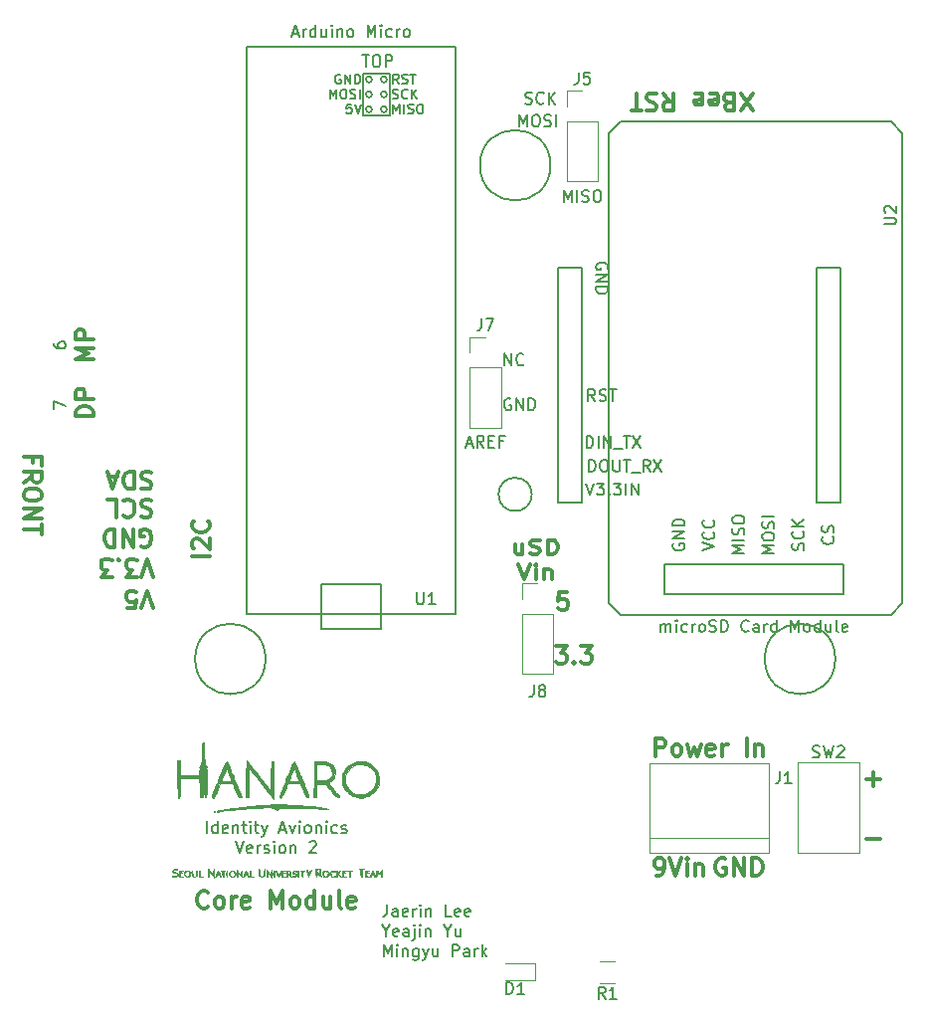
<source format=gbr>
G04 #@! TF.GenerationSoftware,KiCad,Pcbnew,(5.0.0)*
G04 #@! TF.CreationDate,2018-08-26T02:27:25+09:00*
G04 #@! TF.ProjectId,core,636F72652E6B696361645F7063620000,rev?*
G04 #@! TF.SameCoordinates,Original*
G04 #@! TF.FileFunction,Legend,Top*
G04 #@! TF.FilePolarity,Positive*
%FSLAX46Y46*%
G04 Gerber Fmt 4.6, Leading zero omitted, Abs format (unit mm)*
G04 Created by KiCad (PCBNEW (5.0.0)) date 08/26/18 02:27:25*
%MOMM*%
%LPD*%
G01*
G04 APERTURE LIST*
%ADD10C,0.200000*%
%ADD11C,0.300000*%
%ADD12C,0.150000*%
%ADD13C,0.120000*%
%ADD14C,0.010000*%
G04 APERTURE END LIST*
D10*
X-378095Y8120000D02*
X-473333Y8167619D01*
X-616190Y8167619D01*
X-759047Y8120000D01*
X-854285Y8024761D01*
X-901904Y7929523D01*
X-949523Y7739047D01*
X-949523Y7596190D01*
X-901904Y7405714D01*
X-854285Y7310476D01*
X-759047Y7215238D01*
X-616190Y7167619D01*
X-520952Y7167619D01*
X-378095Y7215238D01*
X-330476Y7262857D01*
X-330476Y7596190D01*
X-520952Y7596190D01*
X98095Y7167619D02*
X98095Y8167619D01*
X669523Y7167619D01*
X669523Y8167619D01*
X1145714Y7167619D02*
X1145714Y8167619D01*
X1383809Y8167619D01*
X1526666Y8120000D01*
X1621904Y8024761D01*
X1669523Y7929523D01*
X1717142Y7739047D01*
X1717142Y7596190D01*
X1669523Y7405714D01*
X1621904Y7310476D01*
X1526666Y7215238D01*
X1383809Y7167619D01*
X1145714Y7167619D01*
X-4159047Y4278333D02*
X-3682857Y4278333D01*
X-4254285Y3992619D02*
X-3920952Y4992619D01*
X-3587619Y3992619D01*
X-2682857Y3992619D02*
X-3016190Y4468809D01*
X-3254285Y3992619D02*
X-3254285Y4992619D01*
X-2873333Y4992619D01*
X-2778095Y4945000D01*
X-2730476Y4897380D01*
X-2682857Y4802142D01*
X-2682857Y4659285D01*
X-2730476Y4564047D01*
X-2778095Y4516428D01*
X-2873333Y4468809D01*
X-3254285Y4468809D01*
X-2254285Y4516428D02*
X-1920952Y4516428D01*
X-1778095Y3992619D02*
X-2254285Y3992619D01*
X-2254285Y4992619D01*
X-1778095Y4992619D01*
X-1016190Y4516428D02*
X-1349523Y4516428D01*
X-1349523Y3992619D02*
X-1349523Y4992619D01*
X-873333Y4992619D01*
X-901904Y10977619D02*
X-901904Y11977619D01*
X-330476Y10977619D01*
X-330476Y11977619D01*
X717142Y11072857D02*
X669523Y11025238D01*
X526666Y10977619D01*
X431428Y10977619D01*
X288571Y11025238D01*
X193333Y11120476D01*
X145714Y11215714D01*
X98095Y11406190D01*
X98095Y11549047D01*
X145714Y11739523D01*
X193333Y11834761D01*
X288571Y11930000D01*
X431428Y11977619D01*
X526666Y11977619D01*
X669523Y11930000D01*
X717142Y11882380D01*
D11*
X-30817857Y-9711428D02*
X-31317857Y-8211428D01*
X-31817857Y-9711428D01*
X-33032142Y-9711428D02*
X-32317857Y-9711428D01*
X-32246428Y-8997142D01*
X-32317857Y-9068571D01*
X-32460714Y-9140000D01*
X-32817857Y-9140000D01*
X-32960714Y-9068571D01*
X-33032142Y-8997142D01*
X-33103571Y-8854285D01*
X-33103571Y-8497142D01*
X-33032142Y-8354285D01*
X-32960714Y-8282857D01*
X-32817857Y-8211428D01*
X-32460714Y-8211428D01*
X-32317857Y-8282857D01*
X-32246428Y-8354285D01*
X-25991428Y-5274285D02*
X-27491428Y-5274285D01*
X-27348571Y-4631428D02*
X-27420000Y-4560000D01*
X-27491428Y-4417142D01*
X-27491428Y-4060000D01*
X-27420000Y-3917142D01*
X-27348571Y-3845714D01*
X-27205714Y-3774285D01*
X-27062857Y-3774285D01*
X-26848571Y-3845714D01*
X-25991428Y-4702857D01*
X-25991428Y-3774285D01*
X-26134285Y-2274285D02*
X-26062857Y-2345714D01*
X-25991428Y-2560000D01*
X-25991428Y-2702857D01*
X-26062857Y-2917142D01*
X-26205714Y-3060000D01*
X-26348571Y-3131428D01*
X-26634285Y-3202857D01*
X-26848571Y-3202857D01*
X-27134285Y-3131428D01*
X-27277142Y-3060000D01*
X-27420000Y-2917142D01*
X-27491428Y-2702857D01*
X-27491428Y-2560000D01*
X-27420000Y-2345714D01*
X-27348571Y-2274285D01*
D10*
X-10668000Y35814000D02*
X-12954000Y35814000D01*
X-10668000Y32258000D02*
X-10668000Y35814000D01*
X-12954000Y32258000D02*
X-10668000Y32258000D01*
X-12954000Y35814000D02*
X-12954000Y32258000D01*
X-10922000Y32766000D02*
G75*
G03X-10922000Y32766000I-254000J0D01*
G01*
X-12192000Y32766000D02*
G75*
G03X-12192000Y32766000I-254000J0D01*
G01*
X-10922000Y34036000D02*
G75*
G03X-10922000Y34036000I-254000J0D01*
G01*
X-12192000Y34036000D02*
G75*
G03X-12192000Y34036000I-254000J0D01*
G01*
X-10922000Y35306000D02*
G75*
G03X-10922000Y35306000I-254000J0D01*
G01*
X-12192000Y35306000D02*
G75*
G03X-12192000Y35306000I-254000J0D01*
G01*
X-12993523Y37377619D02*
X-12422095Y37377619D01*
X-12707809Y36377619D02*
X-12707809Y37377619D01*
X-11898285Y37377619D02*
X-11707809Y37377619D01*
X-11612571Y37330000D01*
X-11517333Y37234761D01*
X-11469714Y37044285D01*
X-11469714Y36710952D01*
X-11517333Y36520476D01*
X-11612571Y36425238D01*
X-11707809Y36377619D01*
X-11898285Y36377619D01*
X-11993523Y36425238D01*
X-12088761Y36520476D01*
X-12136380Y36710952D01*
X-12136380Y37044285D01*
X-12088761Y37234761D01*
X-11993523Y37330000D01*
X-11898285Y37377619D01*
X-11041142Y36377619D02*
X-11041142Y37377619D01*
X-10660190Y37377619D01*
X-10564952Y37330000D01*
X-10517333Y37282380D01*
X-10469714Y37187142D01*
X-10469714Y37044285D01*
X-10517333Y36949047D01*
X-10564952Y36901428D01*
X-10660190Y36853809D01*
X-11041142Y36853809D01*
D12*
X-9922880Y34944095D02*
X-10189547Y35325047D01*
X-10380023Y34944095D02*
X-10380023Y35744095D01*
X-10075261Y35744095D01*
X-9999071Y35706000D01*
X-9960976Y35667904D01*
X-9922880Y35591714D01*
X-9922880Y35477428D01*
X-9960976Y35401238D01*
X-9999071Y35363142D01*
X-10075261Y35325047D01*
X-10380023Y35325047D01*
X-9618119Y34982190D02*
X-9503833Y34944095D01*
X-9313357Y34944095D01*
X-9237166Y34982190D01*
X-9199071Y35020285D01*
X-9160976Y35096476D01*
X-9160976Y35172666D01*
X-9199071Y35248857D01*
X-9237166Y35286952D01*
X-9313357Y35325047D01*
X-9465738Y35363142D01*
X-9541928Y35401238D01*
X-9580023Y35439333D01*
X-9618119Y35515523D01*
X-9618119Y35591714D01*
X-9580023Y35667904D01*
X-9541928Y35706000D01*
X-9465738Y35744095D01*
X-9275261Y35744095D01*
X-9160976Y35706000D01*
X-8932404Y35744095D02*
X-8475261Y35744095D01*
X-8703833Y34944095D02*
X-8703833Y35744095D01*
X-10380023Y32404095D02*
X-10380023Y33204095D01*
X-10113357Y32632666D01*
X-9846690Y33204095D01*
X-9846690Y32404095D01*
X-9465738Y32404095D02*
X-9465738Y33204095D01*
X-9122880Y32442190D02*
X-9008595Y32404095D01*
X-8818119Y32404095D01*
X-8741928Y32442190D01*
X-8703833Y32480285D01*
X-8665738Y32556476D01*
X-8665738Y32632666D01*
X-8703833Y32708857D01*
X-8741928Y32746952D01*
X-8818119Y32785047D01*
X-8970500Y32823142D01*
X-9046690Y32861238D01*
X-9084785Y32899333D01*
X-9122880Y32975523D01*
X-9122880Y33051714D01*
X-9084785Y33127904D01*
X-9046690Y33166000D01*
X-8970500Y33204095D01*
X-8780023Y33204095D01*
X-8665738Y33166000D01*
X-8170500Y33204095D02*
X-8018119Y33204095D01*
X-7941928Y33166000D01*
X-7865738Y33089809D01*
X-7827642Y32937428D01*
X-7827642Y32670761D01*
X-7865738Y32518380D01*
X-7941928Y32442190D01*
X-8018119Y32404095D01*
X-8170500Y32404095D01*
X-8246690Y32442190D01*
X-8322880Y32518380D01*
X-8360976Y32670761D01*
X-8360976Y32937428D01*
X-8322880Y33089809D01*
X-8246690Y33166000D01*
X-8170500Y33204095D01*
X-10418119Y33712190D02*
X-10303833Y33674095D01*
X-10113357Y33674095D01*
X-10037166Y33712190D01*
X-9999071Y33750285D01*
X-9960976Y33826476D01*
X-9960976Y33902666D01*
X-9999071Y33978857D01*
X-10037166Y34016952D01*
X-10113357Y34055047D01*
X-10265738Y34093142D01*
X-10341928Y34131238D01*
X-10380023Y34169333D01*
X-10418119Y34245523D01*
X-10418119Y34321714D01*
X-10380023Y34397904D01*
X-10341928Y34436000D01*
X-10265738Y34474095D01*
X-10075261Y34474095D01*
X-9960976Y34436000D01*
X-9160976Y33750285D02*
X-9199071Y33712190D01*
X-9313357Y33674095D01*
X-9389547Y33674095D01*
X-9503833Y33712190D01*
X-9580023Y33788380D01*
X-9618119Y33864571D01*
X-9656214Y34016952D01*
X-9656214Y34131238D01*
X-9618119Y34283619D01*
X-9580023Y34359809D01*
X-9503833Y34436000D01*
X-9389547Y34474095D01*
X-9313357Y34474095D01*
X-9199071Y34436000D01*
X-9160976Y34397904D01*
X-8818119Y33674095D02*
X-8818119Y34474095D01*
X-8360976Y33674095D02*
X-8703833Y34131238D01*
X-8360976Y34474095D02*
X-8818119Y34016952D01*
X-13927690Y33204095D02*
X-14308642Y33204095D01*
X-14346738Y32823142D01*
X-14308642Y32861238D01*
X-14232452Y32899333D01*
X-14041976Y32899333D01*
X-13965785Y32861238D01*
X-13927690Y32823142D01*
X-13889595Y32746952D01*
X-13889595Y32556476D01*
X-13927690Y32480285D01*
X-13965785Y32442190D01*
X-14041976Y32404095D01*
X-14232452Y32404095D01*
X-14308642Y32442190D01*
X-14346738Y32480285D01*
X-13661023Y33204095D02*
X-13394357Y32404095D01*
X-13127690Y33204095D01*
X-15756261Y33674095D02*
X-15756261Y34474095D01*
X-15489595Y33902666D01*
X-15222928Y34474095D01*
X-15222928Y33674095D01*
X-14689595Y34474095D02*
X-14537214Y34474095D01*
X-14461023Y34436000D01*
X-14384833Y34359809D01*
X-14346738Y34207428D01*
X-14346738Y33940761D01*
X-14384833Y33788380D01*
X-14461023Y33712190D01*
X-14537214Y33674095D01*
X-14689595Y33674095D01*
X-14765785Y33712190D01*
X-14841976Y33788380D01*
X-14880071Y33940761D01*
X-14880071Y34207428D01*
X-14841976Y34359809D01*
X-14765785Y34436000D01*
X-14689595Y34474095D01*
X-14041976Y33712190D02*
X-13927690Y33674095D01*
X-13737214Y33674095D01*
X-13661023Y33712190D01*
X-13622928Y33750285D01*
X-13584833Y33826476D01*
X-13584833Y33902666D01*
X-13622928Y33978857D01*
X-13661023Y34016952D01*
X-13737214Y34055047D01*
X-13889595Y34093142D01*
X-13965785Y34131238D01*
X-14003880Y34169333D01*
X-14041976Y34245523D01*
X-14041976Y34321714D01*
X-14003880Y34397904D01*
X-13965785Y34436000D01*
X-13889595Y34474095D01*
X-13699119Y34474095D01*
X-13584833Y34436000D01*
X-13241976Y33674095D02*
X-13241976Y34474095D01*
X-14880071Y35706000D02*
X-14956261Y35744095D01*
X-15070547Y35744095D01*
X-15184833Y35706000D01*
X-15261023Y35629809D01*
X-15299119Y35553619D01*
X-15337214Y35401238D01*
X-15337214Y35286952D01*
X-15299119Y35134571D01*
X-15261023Y35058380D01*
X-15184833Y34982190D01*
X-15070547Y34944095D01*
X-14994357Y34944095D01*
X-14880071Y34982190D01*
X-14841976Y35020285D01*
X-14841976Y35286952D01*
X-14994357Y35286952D01*
X-14499119Y34944095D02*
X-14499119Y35744095D01*
X-14041976Y34944095D01*
X-14041976Y35744095D01*
X-13661023Y34944095D02*
X-13661023Y35744095D01*
X-13470547Y35744095D01*
X-13356261Y35706000D01*
X-13280071Y35629809D01*
X-13241976Y35553619D01*
X-13203880Y35401238D01*
X-13203880Y35286952D01*
X-13241976Y35134571D01*
X-13280071Y35058380D01*
X-13356261Y34982190D01*
X-13470547Y34944095D01*
X-13661023Y34944095D01*
D10*
X-39282619Y7286666D02*
X-39282619Y7953333D01*
X-38282619Y7524761D01*
X-39282619Y12890476D02*
X-39282619Y12700000D01*
X-39235000Y12604761D01*
X-39187380Y12557142D01*
X-39044523Y12461904D01*
X-38854047Y12414285D01*
X-38473095Y12414285D01*
X-38377857Y12461904D01*
X-38330238Y12509523D01*
X-38282619Y12604761D01*
X-38282619Y12795238D01*
X-38330238Y12890476D01*
X-38377857Y12938095D01*
X-38473095Y12985714D01*
X-38711190Y12985714D01*
X-38806428Y12938095D01*
X-38854047Y12890476D01*
X-38901666Y12795238D01*
X-38901666Y12604761D01*
X-38854047Y12509523D01*
X-38806428Y12461904D01*
X-38711190Y12414285D01*
X-21248711Y-13999999D02*
G75*
G03X-21248711Y-13999999I-3000000J0D01*
G01*
X27248711Y-13999999D02*
G75*
G03X27248711Y-13999999I-3000000J0D01*
G01*
X3000000Y28000000D02*
G75*
G03X3000000Y28000000I-3000000J0D01*
G01*
X4130571Y24871619D02*
X4130571Y25871619D01*
X4463904Y25157333D01*
X4797238Y25871619D01*
X4797238Y24871619D01*
X5273428Y24871619D02*
X5273428Y25871619D01*
X5702000Y24919238D02*
X5844857Y24871619D01*
X6082952Y24871619D01*
X6178190Y24919238D01*
X6225809Y24966857D01*
X6273428Y25062095D01*
X6273428Y25157333D01*
X6225809Y25252571D01*
X6178190Y25300190D01*
X6082952Y25347809D01*
X5892476Y25395428D01*
X5797238Y25443047D01*
X5749619Y25490666D01*
X5702000Y25585904D01*
X5702000Y25681142D01*
X5749619Y25776380D01*
X5797238Y25824000D01*
X5892476Y25871619D01*
X6130571Y25871619D01*
X6273428Y25824000D01*
X6892476Y25871619D02*
X7082952Y25871619D01*
X7178190Y25824000D01*
X7273428Y25728761D01*
X7321047Y25538285D01*
X7321047Y25204952D01*
X7273428Y25014476D01*
X7178190Y24919238D01*
X7082952Y24871619D01*
X6892476Y24871619D01*
X6797238Y24919238D01*
X6702000Y25014476D01*
X6654380Y25204952D01*
X6654380Y25538285D01*
X6702000Y25728761D01*
X6797238Y25824000D01*
X6892476Y25871619D01*
X333571Y31297619D02*
X333571Y32297619D01*
X666904Y31583333D01*
X1000238Y32297619D01*
X1000238Y31297619D01*
X1666904Y32297619D02*
X1857380Y32297619D01*
X1952619Y32250000D01*
X2047857Y32154761D01*
X2095476Y31964285D01*
X2095476Y31630952D01*
X2047857Y31440476D01*
X1952619Y31345238D01*
X1857380Y31297619D01*
X1666904Y31297619D01*
X1571666Y31345238D01*
X1476428Y31440476D01*
X1428809Y31630952D01*
X1428809Y31964285D01*
X1476428Y32154761D01*
X1571666Y32250000D01*
X1666904Y32297619D01*
X2476428Y31345238D02*
X2619285Y31297619D01*
X2857380Y31297619D01*
X2952619Y31345238D01*
X3000238Y31392857D01*
X3047857Y31488095D01*
X3047857Y31583333D01*
X3000238Y31678571D01*
X2952619Y31726190D01*
X2857380Y31773809D01*
X2666904Y31821428D01*
X2571666Y31869047D01*
X2524047Y31916666D01*
X2476428Y32011904D01*
X2476428Y32107142D01*
X2524047Y32202380D01*
X2571666Y32250000D01*
X2666904Y32297619D01*
X2905000Y32297619D01*
X3047857Y32250000D01*
X3476428Y31297619D02*
X3476428Y32297619D01*
X860285Y33250238D02*
X1003142Y33202619D01*
X1241238Y33202619D01*
X1336476Y33250238D01*
X1384095Y33297857D01*
X1431714Y33393095D01*
X1431714Y33488333D01*
X1384095Y33583571D01*
X1336476Y33631190D01*
X1241238Y33678809D01*
X1050761Y33726428D01*
X955523Y33774047D01*
X907904Y33821666D01*
X860285Y33916904D01*
X860285Y34012142D01*
X907904Y34107380D01*
X955523Y34155000D01*
X1050761Y34202619D01*
X1288857Y34202619D01*
X1431714Y34155000D01*
X2431714Y33297857D02*
X2384095Y33250238D01*
X2241238Y33202619D01*
X2146000Y33202619D01*
X2003142Y33250238D01*
X1907904Y33345476D01*
X1860285Y33440714D01*
X1812666Y33631190D01*
X1812666Y33774047D01*
X1860285Y33964523D01*
X1907904Y34059761D01*
X2003142Y34155000D01*
X2146000Y34202619D01*
X2241238Y34202619D01*
X2384095Y34155000D01*
X2431714Y34107380D01*
X2860285Y33202619D02*
X2860285Y34202619D01*
X3431714Y33202619D02*
X3003142Y33774047D01*
X3431714Y34202619D02*
X2860285Y33631190D01*
D11*
X20242857Y32630571D02*
X19242857Y34130571D01*
X19242857Y32630571D02*
X20242857Y34130571D01*
X18171428Y33344857D02*
X17957142Y33416285D01*
X17885714Y33487714D01*
X17814285Y33630571D01*
X17814285Y33844857D01*
X17885714Y33987714D01*
X17957142Y34059142D01*
X18100000Y34130571D01*
X18671428Y34130571D01*
X18671428Y32630571D01*
X18171428Y32630571D01*
X18028571Y32702000D01*
X17957142Y32773428D01*
X17885714Y32916285D01*
X17885714Y33059142D01*
X17957142Y33202000D01*
X18028571Y33273428D01*
X18171428Y33344857D01*
X18671428Y33344857D01*
X16600000Y34059142D02*
X16742857Y34130571D01*
X17028571Y34130571D01*
X17171428Y34059142D01*
X17242857Y33916285D01*
X17242857Y33344857D01*
X17171428Y33202000D01*
X17028571Y33130571D01*
X16742857Y33130571D01*
X16600000Y33202000D01*
X16528571Y33344857D01*
X16528571Y33487714D01*
X17242857Y33630571D01*
X15314285Y34059142D02*
X15457142Y34130571D01*
X15742857Y34130571D01*
X15885714Y34059142D01*
X15957142Y33916285D01*
X15957142Y33344857D01*
X15885714Y33202000D01*
X15742857Y33130571D01*
X15457142Y33130571D01*
X15314285Y33202000D01*
X15242857Y33344857D01*
X15242857Y33487714D01*
X15957142Y33630571D01*
X12600000Y34130571D02*
X13100000Y33416285D01*
X13457142Y34130571D02*
X13457142Y32630571D01*
X12885714Y32630571D01*
X12742857Y32702000D01*
X12671428Y32773428D01*
X12600000Y32916285D01*
X12600000Y33130571D01*
X12671428Y33273428D01*
X12742857Y33344857D01*
X12885714Y33416285D01*
X13457142Y33416285D01*
X12028571Y34059142D02*
X11814285Y34130571D01*
X11457142Y34130571D01*
X11314285Y34059142D01*
X11242857Y33987714D01*
X11171428Y33844857D01*
X11171428Y33702000D01*
X11242857Y33559142D01*
X11314285Y33487714D01*
X11457142Y33416285D01*
X11742857Y33344857D01*
X11885714Y33273428D01*
X11957142Y33202000D01*
X12028571Y33059142D01*
X12028571Y32916285D01*
X11957142Y32773428D01*
X11885714Y32702000D01*
X11742857Y32630571D01*
X11385714Y32630571D01*
X11171428Y32702000D01*
X10742857Y32630571D02*
X9885714Y32630571D01*
X10314285Y34130571D02*
X10314285Y32630571D01*
X-30960714Y-498243D02*
X-31175000Y-426814D01*
X-31532142Y-426814D01*
X-31675000Y-498243D01*
X-31746428Y-569671D01*
X-31817857Y-712528D01*
X-31817857Y-855385D01*
X-31746428Y-998243D01*
X-31675000Y-1069671D01*
X-31532142Y-1141100D01*
X-31246428Y-1212528D01*
X-31103571Y-1283957D01*
X-31032142Y-1355386D01*
X-30960714Y-1498243D01*
X-30960714Y-1641100D01*
X-31032142Y-1783957D01*
X-31103571Y-1855386D01*
X-31246428Y-1926814D01*
X-31603571Y-1926814D01*
X-31817857Y-1855386D01*
X-33317857Y-569671D02*
X-33246428Y-498243D01*
X-33032142Y-426814D01*
X-32889285Y-426814D01*
X-32675000Y-498243D01*
X-32532142Y-641100D01*
X-32460714Y-783957D01*
X-32389285Y-1069671D01*
X-32389285Y-1283957D01*
X-32460714Y-1569671D01*
X-32532142Y-1712528D01*
X-32675000Y-1855385D01*
X-32889285Y-1926814D01*
X-33032142Y-1926814D01*
X-33246428Y-1855385D01*
X-33317857Y-1783957D01*
X-34675000Y-426814D02*
X-33960714Y-426814D01*
X-33960714Y-1926814D01*
X-30817857Y-7006814D02*
X-31317857Y-5506814D01*
X-31817857Y-7006814D01*
X-32175000Y-7006814D02*
X-33103571Y-7006814D01*
X-32603571Y-6435386D01*
X-32817857Y-6435386D01*
X-32960714Y-6363957D01*
X-33032142Y-6292528D01*
X-33103571Y-6149671D01*
X-33103571Y-5792528D01*
X-33032142Y-5649671D01*
X-32960714Y-5578243D01*
X-32817857Y-5506814D01*
X-32389285Y-5506814D01*
X-32246428Y-5578243D01*
X-32175000Y-5649671D01*
X-33746428Y-5649671D02*
X-33817857Y-5578243D01*
X-33746428Y-5506814D01*
X-33675000Y-5578243D01*
X-33746428Y-5649671D01*
X-33746428Y-5506814D01*
X-34317857Y-7006814D02*
X-35246428Y-7006814D01*
X-34746428Y-6435385D01*
X-34960714Y-6435385D01*
X-35103571Y-6363957D01*
X-35175000Y-6292528D01*
X-35246428Y-6149671D01*
X-35246428Y-5792528D01*
X-35175000Y-5649671D01*
X-35103571Y-5578243D01*
X-34960714Y-5506814D01*
X-34532142Y-5506814D01*
X-34389285Y-5578243D01*
X-34317857Y-5649671D01*
X-30960714Y1877142D02*
X-31175000Y1948571D01*
X-31532142Y1948571D01*
X-31675000Y1877142D01*
X-31746428Y1805714D01*
X-31817857Y1662857D01*
X-31817857Y1520000D01*
X-31746428Y1377142D01*
X-31675000Y1305714D01*
X-31532142Y1234285D01*
X-31246428Y1162857D01*
X-31103571Y1091428D01*
X-31032142Y1020000D01*
X-30960714Y877142D01*
X-30960714Y734285D01*
X-31032142Y591428D01*
X-31103571Y520000D01*
X-31246428Y448571D01*
X-31603571Y448571D01*
X-31817857Y520000D01*
X-32460714Y1948571D02*
X-32460714Y448571D01*
X-32817857Y448571D01*
X-33032142Y520000D01*
X-33175000Y662857D01*
X-33246428Y805714D01*
X-33317857Y1091428D01*
X-33317857Y1305714D01*
X-33246428Y1591428D01*
X-33175000Y1734285D01*
X-33032142Y1877142D01*
X-32817857Y1948571D01*
X-32460714Y1948571D01*
X-33889285Y1520000D02*
X-34603571Y1520000D01*
X-33746428Y1948571D02*
X-34246428Y448571D01*
X-34746428Y1948571D01*
X-31817857Y-4395386D02*
X-31675000Y-4466814D01*
X-31460714Y-4466814D01*
X-31246428Y-4395386D01*
X-31103571Y-4252528D01*
X-31032142Y-4109671D01*
X-30960714Y-3823957D01*
X-30960714Y-3609671D01*
X-31032142Y-3323957D01*
X-31103571Y-3181100D01*
X-31246428Y-3038243D01*
X-31460714Y-2966814D01*
X-31603571Y-2966814D01*
X-31817857Y-3038243D01*
X-31889285Y-3109671D01*
X-31889285Y-3609671D01*
X-31603571Y-3609671D01*
X-32532142Y-2966814D02*
X-32532142Y-4466814D01*
X-33389285Y-2966814D01*
X-33389285Y-4466814D01*
X-34103571Y-2966814D02*
X-34103571Y-4466814D01*
X-34460714Y-4466814D01*
X-34675000Y-4395386D01*
X-34817857Y-4252528D01*
X-34889285Y-4109671D01*
X-34960714Y-3823957D01*
X-34960714Y-3609671D01*
X-34889285Y-3323957D01*
X-34817857Y-3181100D01*
X-34675000Y-3038243D01*
X-34460714Y-2966814D01*
X-34103571Y-2966814D01*
X-35914876Y11460547D02*
X-37414876Y11460547D01*
X-36343448Y11960547D01*
X-37414876Y12460547D01*
X-35914876Y12460547D01*
X-35914876Y13174832D02*
X-37414876Y13174832D01*
X-37414876Y13746261D01*
X-37343448Y13889118D01*
X-37272019Y13960547D01*
X-37129162Y14031975D01*
X-36914876Y14031975D01*
X-36772019Y13960547D01*
X-36700590Y13889118D01*
X-36629162Y13746261D01*
X-36629162Y13174832D01*
X-35914876Y6634666D02*
X-37414876Y6634666D01*
X-37414876Y6991809D01*
X-37343448Y7206095D01*
X-37200590Y7348952D01*
X-37057733Y7420381D01*
X-36772019Y7491809D01*
X-36557733Y7491809D01*
X-36272019Y7420381D01*
X-36129162Y7348952D01*
X-35986305Y7206095D01*
X-35914876Y6991809D01*
X-35914876Y6634666D01*
X-35914876Y8134666D02*
X-37414876Y8134666D01*
X-37414876Y8706095D01*
X-37343448Y8848952D01*
X-37272019Y8920381D01*
X-37129162Y8991809D01*
X-36914876Y8991809D01*
X-36772019Y8920381D01*
X-36700590Y8848952D01*
X-36629162Y8706095D01*
X-36629162Y8134666D01*
X-41040857Y2678571D02*
X-41040857Y3178571D01*
X-41826571Y3178571D02*
X-40326571Y3178571D01*
X-40326571Y2464285D01*
X-41826571Y1035714D02*
X-41112285Y1535714D01*
X-41826571Y1892857D02*
X-40326571Y1892857D01*
X-40326571Y1321428D01*
X-40398000Y1178571D01*
X-40469428Y1107142D01*
X-40612285Y1035714D01*
X-40826571Y1035714D01*
X-40969428Y1107142D01*
X-41040857Y1178571D01*
X-41112285Y1321428D01*
X-41112285Y1892857D01*
X-40326571Y107142D02*
X-40326571Y-178571D01*
X-40398000Y-321428D01*
X-40540857Y-464285D01*
X-40826571Y-535714D01*
X-41326571Y-535714D01*
X-41612285Y-464285D01*
X-41755142Y-321428D01*
X-41826571Y-178571D01*
X-41826571Y107142D01*
X-41755142Y250000D01*
X-41612285Y392857D01*
X-41326571Y464285D01*
X-40826571Y464285D01*
X-40540857Y392857D01*
X-40398000Y249999D01*
X-40326571Y107142D01*
X-41826571Y-1178571D02*
X-40326571Y-1178571D01*
X-41826571Y-2035714D01*
X-40326571Y-2035714D01*
X-40326571Y-2535714D02*
X-40326571Y-3392857D01*
X-41826571Y-2964285D02*
X-40326571Y-2964285D01*
D10*
X-10916190Y-34912380D02*
X-10916190Y-35626666D01*
X-10963809Y-35769523D01*
X-11059047Y-35864761D01*
X-11201904Y-35912380D01*
X-11297142Y-35912380D01*
X-10011428Y-35912380D02*
X-10011428Y-35388571D01*
X-10059047Y-35293333D01*
X-10154285Y-35245714D01*
X-10344761Y-35245714D01*
X-10440000Y-35293333D01*
X-10011428Y-35864761D02*
X-10106666Y-35912380D01*
X-10344761Y-35912380D01*
X-10440000Y-35864761D01*
X-10487619Y-35769523D01*
X-10487619Y-35674285D01*
X-10440000Y-35579047D01*
X-10344761Y-35531428D01*
X-10106666Y-35531428D01*
X-10011428Y-35483809D01*
X-9154285Y-35864761D02*
X-9249523Y-35912380D01*
X-9440000Y-35912380D01*
X-9535238Y-35864761D01*
X-9582857Y-35769523D01*
X-9582857Y-35388571D01*
X-9535238Y-35293333D01*
X-9440000Y-35245714D01*
X-9249523Y-35245714D01*
X-9154285Y-35293333D01*
X-9106666Y-35388571D01*
X-9106666Y-35483809D01*
X-9582857Y-35579047D01*
X-8678095Y-35912380D02*
X-8678095Y-35245714D01*
X-8678095Y-35436190D02*
X-8630476Y-35340952D01*
X-8582857Y-35293333D01*
X-8487619Y-35245714D01*
X-8392380Y-35245714D01*
X-8059047Y-35912380D02*
X-8059047Y-35245714D01*
X-8059047Y-34912380D02*
X-8106666Y-34960000D01*
X-8059047Y-35007619D01*
X-8011428Y-34960000D01*
X-8059047Y-34912380D01*
X-8059047Y-35007619D01*
X-7582857Y-35245714D02*
X-7582857Y-35912380D01*
X-7582857Y-35340952D02*
X-7535238Y-35293333D01*
X-7440000Y-35245714D01*
X-7297142Y-35245714D01*
X-7201904Y-35293333D01*
X-7154285Y-35388571D01*
X-7154285Y-35912380D01*
X-5440000Y-35912380D02*
X-5916190Y-35912380D01*
X-5916190Y-34912380D01*
X-4725714Y-35864761D02*
X-4820952Y-35912380D01*
X-5011428Y-35912380D01*
X-5106666Y-35864761D01*
X-5154285Y-35769523D01*
X-5154285Y-35388571D01*
X-5106666Y-35293333D01*
X-5011428Y-35245714D01*
X-4820952Y-35245714D01*
X-4725714Y-35293333D01*
X-4678095Y-35388571D01*
X-4678095Y-35483809D01*
X-5154285Y-35579047D01*
X-3868571Y-35864761D02*
X-3963809Y-35912380D01*
X-4154285Y-35912380D01*
X-4249523Y-35864761D01*
X-4297142Y-35769523D01*
X-4297142Y-35388571D01*
X-4249523Y-35293333D01*
X-4154285Y-35245714D01*
X-3963809Y-35245714D01*
X-3868571Y-35293333D01*
X-3820952Y-35388571D01*
X-3820952Y-35483809D01*
X-4297142Y-35579047D01*
X-11011428Y-37136190D02*
X-11011428Y-37612380D01*
X-11344761Y-36612380D02*
X-11011428Y-37136190D01*
X-10678095Y-36612380D01*
X-9963809Y-37564761D02*
X-10059047Y-37612380D01*
X-10249523Y-37612380D01*
X-10344761Y-37564761D01*
X-10392380Y-37469523D01*
X-10392380Y-37088571D01*
X-10344761Y-36993333D01*
X-10249523Y-36945714D01*
X-10059047Y-36945714D01*
X-9963809Y-36993333D01*
X-9916190Y-37088571D01*
X-9916190Y-37183809D01*
X-10392380Y-37279047D01*
X-9059047Y-37612380D02*
X-9059047Y-37088571D01*
X-9106666Y-36993333D01*
X-9201904Y-36945714D01*
X-9392380Y-36945714D01*
X-9487619Y-36993333D01*
X-9059047Y-37564761D02*
X-9154285Y-37612380D01*
X-9392380Y-37612380D01*
X-9487619Y-37564761D01*
X-9535238Y-37469523D01*
X-9535238Y-37374285D01*
X-9487619Y-37279047D01*
X-9392380Y-37231428D01*
X-9154285Y-37231428D01*
X-9059047Y-37183809D01*
X-8582857Y-36945714D02*
X-8582857Y-37802857D01*
X-8630476Y-37898095D01*
X-8725714Y-37945714D01*
X-8773333Y-37945714D01*
X-8582857Y-36612380D02*
X-8630476Y-36660000D01*
X-8582857Y-36707619D01*
X-8535238Y-36660000D01*
X-8582857Y-36612380D01*
X-8582857Y-36707619D01*
X-8106666Y-37612380D02*
X-8106666Y-36945714D01*
X-8106666Y-36612380D02*
X-8154285Y-36660000D01*
X-8106666Y-36707619D01*
X-8059047Y-36660000D01*
X-8106666Y-36612380D01*
X-8106666Y-36707619D01*
X-7630476Y-36945714D02*
X-7630476Y-37612380D01*
X-7630476Y-37040952D02*
X-7582857Y-36993333D01*
X-7487619Y-36945714D01*
X-7344761Y-36945714D01*
X-7249523Y-36993333D01*
X-7201904Y-37088571D01*
X-7201904Y-37612380D01*
X-5773333Y-37136190D02*
X-5773333Y-37612380D01*
X-6106666Y-36612380D02*
X-5773333Y-37136190D01*
X-5440000Y-36612380D01*
X-4678095Y-36945714D02*
X-4678095Y-37612380D01*
X-5106666Y-36945714D02*
X-5106666Y-37469523D01*
X-5059047Y-37564761D01*
X-4963809Y-37612380D01*
X-4820952Y-37612380D01*
X-4725714Y-37564761D01*
X-4678095Y-37517142D01*
X-11201904Y-39312380D02*
X-11201904Y-38312380D01*
X-10868571Y-39026666D01*
X-10535238Y-38312380D01*
X-10535238Y-39312380D01*
X-10059047Y-39312380D02*
X-10059047Y-38645714D01*
X-10059047Y-38312380D02*
X-10106666Y-38360000D01*
X-10059047Y-38407619D01*
X-10011428Y-38360000D01*
X-10059047Y-38312380D01*
X-10059047Y-38407619D01*
X-9582857Y-38645714D02*
X-9582857Y-39312380D01*
X-9582857Y-38740952D02*
X-9535238Y-38693333D01*
X-9440000Y-38645714D01*
X-9297142Y-38645714D01*
X-9201904Y-38693333D01*
X-9154285Y-38788571D01*
X-9154285Y-39312380D01*
X-8249523Y-38645714D02*
X-8249523Y-39455238D01*
X-8297142Y-39550476D01*
X-8344761Y-39598095D01*
X-8440000Y-39645714D01*
X-8582857Y-39645714D01*
X-8678095Y-39598095D01*
X-8249523Y-39264761D02*
X-8344761Y-39312380D01*
X-8535238Y-39312380D01*
X-8630476Y-39264761D01*
X-8678095Y-39217142D01*
X-8725714Y-39121904D01*
X-8725714Y-38836190D01*
X-8678095Y-38740952D01*
X-8630476Y-38693333D01*
X-8535238Y-38645714D01*
X-8344761Y-38645714D01*
X-8249523Y-38693333D01*
X-7868571Y-38645714D02*
X-7630476Y-39312380D01*
X-7392380Y-38645714D02*
X-7630476Y-39312380D01*
X-7725714Y-39550476D01*
X-7773333Y-39598095D01*
X-7868571Y-39645714D01*
X-6582857Y-38645714D02*
X-6582857Y-39312380D01*
X-7011428Y-38645714D02*
X-7011428Y-39169523D01*
X-6963809Y-39264761D01*
X-6868571Y-39312380D01*
X-6725714Y-39312380D01*
X-6630476Y-39264761D01*
X-6582857Y-39217142D01*
X-5344761Y-39312380D02*
X-5344761Y-38312380D01*
X-4963809Y-38312380D01*
X-4868571Y-38360000D01*
X-4820952Y-38407619D01*
X-4773333Y-38502857D01*
X-4773333Y-38645714D01*
X-4820952Y-38740952D01*
X-4868571Y-38788571D01*
X-4963809Y-38836190D01*
X-5344761Y-38836190D01*
X-3916190Y-39312380D02*
X-3916190Y-38788571D01*
X-3963809Y-38693333D01*
X-4059047Y-38645714D01*
X-4249523Y-38645714D01*
X-4344761Y-38693333D01*
X-3916190Y-39264761D02*
X-4011428Y-39312380D01*
X-4249523Y-39312380D01*
X-4344761Y-39264761D01*
X-4392380Y-39169523D01*
X-4392380Y-39074285D01*
X-4344761Y-38979047D01*
X-4249523Y-38931428D01*
X-4011428Y-38931428D01*
X-3916190Y-38883809D01*
X-3440000Y-39312380D02*
X-3440000Y-38645714D01*
X-3440000Y-38836190D02*
X-3392380Y-38740952D01*
X-3344761Y-38693333D01*
X-3249523Y-38645714D01*
X-3154285Y-38645714D01*
X-2820952Y-39312380D02*
X-2820952Y-38312380D01*
X-2725714Y-38931428D02*
X-2440000Y-39312380D01*
X-2440000Y-38645714D02*
X-2820952Y-39026666D01*
D11*
X-26141428Y-35079714D02*
X-26212857Y-35151142D01*
X-26427142Y-35222571D01*
X-26570000Y-35222571D01*
X-26784285Y-35151142D01*
X-26927142Y-35008285D01*
X-26998571Y-34865428D01*
X-27070000Y-34579714D01*
X-27070000Y-34365428D01*
X-26998571Y-34079714D01*
X-26927142Y-33936857D01*
X-26784285Y-33794000D01*
X-26570000Y-33722571D01*
X-26427142Y-33722571D01*
X-26212857Y-33794000D01*
X-26141428Y-33865428D01*
X-25284285Y-35222571D02*
X-25427142Y-35151142D01*
X-25498571Y-35079714D01*
X-25570000Y-34936857D01*
X-25570000Y-34508285D01*
X-25498571Y-34365428D01*
X-25427142Y-34294000D01*
X-25284285Y-34222571D01*
X-25070000Y-34222571D01*
X-24927142Y-34294000D01*
X-24855714Y-34365428D01*
X-24784285Y-34508285D01*
X-24784285Y-34936857D01*
X-24855714Y-35079714D01*
X-24927142Y-35151142D01*
X-25070000Y-35222571D01*
X-25284285Y-35222571D01*
X-24141428Y-35222571D02*
X-24141428Y-34222571D01*
X-24141428Y-34508285D02*
X-24070000Y-34365428D01*
X-23998571Y-34294000D01*
X-23855714Y-34222571D01*
X-23712857Y-34222571D01*
X-22641428Y-35151142D02*
X-22784285Y-35222571D01*
X-23070000Y-35222571D01*
X-23212857Y-35151142D01*
X-23284285Y-35008285D01*
X-23284285Y-34436857D01*
X-23212857Y-34294000D01*
X-23070000Y-34222571D01*
X-22784285Y-34222571D01*
X-22641428Y-34294000D01*
X-22570000Y-34436857D01*
X-22570000Y-34579714D01*
X-23284285Y-34722571D01*
X-20784285Y-35222571D02*
X-20784285Y-33722571D01*
X-20284285Y-34794000D01*
X-19784285Y-33722571D01*
X-19784285Y-35222571D01*
X-18855714Y-35222571D02*
X-18998571Y-35151142D01*
X-19070000Y-35079714D01*
X-19141428Y-34936857D01*
X-19141428Y-34508285D01*
X-19070000Y-34365428D01*
X-18998571Y-34294000D01*
X-18855714Y-34222571D01*
X-18641428Y-34222571D01*
X-18498571Y-34294000D01*
X-18427142Y-34365428D01*
X-18355714Y-34508285D01*
X-18355714Y-34936857D01*
X-18427142Y-35079714D01*
X-18498571Y-35151142D01*
X-18641428Y-35222571D01*
X-18855714Y-35222571D01*
X-17070000Y-35222571D02*
X-17070000Y-33722571D01*
X-17070000Y-35151142D02*
X-17212857Y-35222571D01*
X-17498571Y-35222571D01*
X-17641428Y-35151142D01*
X-17712857Y-35079714D01*
X-17784285Y-34936857D01*
X-17784285Y-34508285D01*
X-17712857Y-34365428D01*
X-17641428Y-34294000D01*
X-17498571Y-34222571D01*
X-17212857Y-34222571D01*
X-17070000Y-34294000D01*
X-15712857Y-34222571D02*
X-15712857Y-35222571D01*
X-16355714Y-34222571D02*
X-16355714Y-35008285D01*
X-16284285Y-35151142D01*
X-16141428Y-35222571D01*
X-15927142Y-35222571D01*
X-15784285Y-35151142D01*
X-15712857Y-35079714D01*
X-14784285Y-35222571D02*
X-14927142Y-35151142D01*
X-14998571Y-35008285D01*
X-14998571Y-33722571D01*
X-13641428Y-35151142D02*
X-13784285Y-35222571D01*
X-14070000Y-35222571D01*
X-14212857Y-35151142D01*
X-14284285Y-35008285D01*
X-14284285Y-34436857D01*
X-14212857Y-34294000D01*
X-14070000Y-34222571D01*
X-13784285Y-34222571D01*
X-13641428Y-34294000D01*
X-13570000Y-34436857D01*
X-13570000Y-34579714D01*
X-14284285Y-34722571D01*
D10*
X-26248571Y-28812380D02*
X-26248571Y-27812380D01*
X-25343809Y-28812380D02*
X-25343809Y-27812380D01*
X-25343809Y-28764761D02*
X-25439047Y-28812380D01*
X-25629523Y-28812380D01*
X-25724761Y-28764761D01*
X-25772380Y-28717142D01*
X-25820000Y-28621904D01*
X-25820000Y-28336190D01*
X-25772380Y-28240952D01*
X-25724761Y-28193333D01*
X-25629523Y-28145714D01*
X-25439047Y-28145714D01*
X-25343809Y-28193333D01*
X-24486666Y-28764761D02*
X-24581904Y-28812380D01*
X-24772380Y-28812380D01*
X-24867619Y-28764761D01*
X-24915238Y-28669523D01*
X-24915238Y-28288571D01*
X-24867619Y-28193333D01*
X-24772380Y-28145714D01*
X-24581904Y-28145714D01*
X-24486666Y-28193333D01*
X-24439047Y-28288571D01*
X-24439047Y-28383809D01*
X-24915238Y-28479047D01*
X-24010476Y-28145714D02*
X-24010476Y-28812380D01*
X-24010476Y-28240952D02*
X-23962857Y-28193333D01*
X-23867619Y-28145714D01*
X-23724761Y-28145714D01*
X-23629523Y-28193333D01*
X-23581904Y-28288571D01*
X-23581904Y-28812380D01*
X-23248571Y-28145714D02*
X-22867619Y-28145714D01*
X-23105714Y-27812380D02*
X-23105714Y-28669523D01*
X-23058095Y-28764761D01*
X-22962857Y-28812380D01*
X-22867619Y-28812380D01*
X-22534285Y-28812380D02*
X-22534285Y-28145714D01*
X-22534285Y-27812380D02*
X-22581904Y-27860000D01*
X-22534285Y-27907619D01*
X-22486666Y-27860000D01*
X-22534285Y-27812380D01*
X-22534285Y-27907619D01*
X-22200952Y-28145714D02*
X-21820000Y-28145714D01*
X-22058095Y-27812380D02*
X-22058095Y-28669523D01*
X-22010476Y-28764761D01*
X-21915238Y-28812380D01*
X-21820000Y-28812380D01*
X-21581904Y-28145714D02*
X-21343809Y-28812380D01*
X-21105714Y-28145714D02*
X-21343809Y-28812380D01*
X-21439047Y-29050476D01*
X-21486666Y-29098095D01*
X-21581904Y-29145714D01*
X-20010476Y-28526666D02*
X-19534285Y-28526666D01*
X-20105714Y-28812380D02*
X-19772380Y-27812380D01*
X-19439047Y-28812380D01*
X-19200952Y-28145714D02*
X-18962857Y-28812380D01*
X-18724761Y-28145714D01*
X-18343809Y-28812380D02*
X-18343809Y-28145714D01*
X-18343809Y-27812380D02*
X-18391428Y-27860000D01*
X-18343809Y-27907619D01*
X-18296190Y-27860000D01*
X-18343809Y-27812380D01*
X-18343809Y-27907619D01*
X-17724761Y-28812380D02*
X-17820000Y-28764761D01*
X-17867619Y-28717142D01*
X-17915238Y-28621904D01*
X-17915238Y-28336190D01*
X-17867619Y-28240952D01*
X-17820000Y-28193333D01*
X-17724761Y-28145714D01*
X-17581904Y-28145714D01*
X-17486666Y-28193333D01*
X-17439047Y-28240952D01*
X-17391428Y-28336190D01*
X-17391428Y-28621904D01*
X-17439047Y-28717142D01*
X-17486666Y-28764761D01*
X-17581904Y-28812380D01*
X-17724761Y-28812380D01*
X-16962857Y-28145714D02*
X-16962857Y-28812380D01*
X-16962857Y-28240952D02*
X-16915238Y-28193333D01*
X-16820000Y-28145714D01*
X-16677142Y-28145714D01*
X-16581904Y-28193333D01*
X-16534285Y-28288571D01*
X-16534285Y-28812380D01*
X-16058095Y-28812380D02*
X-16058095Y-28145714D01*
X-16058095Y-27812380D02*
X-16105714Y-27860000D01*
X-16058095Y-27907619D01*
X-16010476Y-27860000D01*
X-16058095Y-27812380D01*
X-16058095Y-27907619D01*
X-15153333Y-28764761D02*
X-15248571Y-28812380D01*
X-15439047Y-28812380D01*
X-15534285Y-28764761D01*
X-15581904Y-28717142D01*
X-15629523Y-28621904D01*
X-15629523Y-28336190D01*
X-15581904Y-28240952D01*
X-15534285Y-28193333D01*
X-15439047Y-28145714D01*
X-15248571Y-28145714D01*
X-15153333Y-28193333D01*
X-14772380Y-28764761D02*
X-14677142Y-28812380D01*
X-14486666Y-28812380D01*
X-14391428Y-28764761D01*
X-14343809Y-28669523D01*
X-14343809Y-28621904D01*
X-14391428Y-28526666D01*
X-14486666Y-28479047D01*
X-14629523Y-28479047D01*
X-14724761Y-28431428D01*
X-14772380Y-28336190D01*
X-14772380Y-28288571D01*
X-14724761Y-28193333D01*
X-14629523Y-28145714D01*
X-14486666Y-28145714D01*
X-14391428Y-28193333D01*
X-23796190Y-29512380D02*
X-23462857Y-30512380D01*
X-23129523Y-29512380D01*
X-22415238Y-30464761D02*
X-22510476Y-30512380D01*
X-22700952Y-30512380D01*
X-22796190Y-30464761D01*
X-22843809Y-30369523D01*
X-22843809Y-29988571D01*
X-22796190Y-29893333D01*
X-22700952Y-29845714D01*
X-22510476Y-29845714D01*
X-22415238Y-29893333D01*
X-22367619Y-29988571D01*
X-22367619Y-30083809D01*
X-22843809Y-30179047D01*
X-21939047Y-30512380D02*
X-21939047Y-29845714D01*
X-21939047Y-30036190D02*
X-21891428Y-29940952D01*
X-21843809Y-29893333D01*
X-21748571Y-29845714D01*
X-21653333Y-29845714D01*
X-21367619Y-30464761D02*
X-21272380Y-30512380D01*
X-21081904Y-30512380D01*
X-20986666Y-30464761D01*
X-20939047Y-30369523D01*
X-20939047Y-30321904D01*
X-20986666Y-30226666D01*
X-21081904Y-30179047D01*
X-21224761Y-30179047D01*
X-21320000Y-30131428D01*
X-21367619Y-30036190D01*
X-21367619Y-29988571D01*
X-21320000Y-29893333D01*
X-21224761Y-29845714D01*
X-21081904Y-29845714D01*
X-20986666Y-29893333D01*
X-20510476Y-30512380D02*
X-20510476Y-29845714D01*
X-20510476Y-29512380D02*
X-20558095Y-29560000D01*
X-20510476Y-29607619D01*
X-20462857Y-29560000D01*
X-20510476Y-29512380D01*
X-20510476Y-29607619D01*
X-19891428Y-30512380D02*
X-19986666Y-30464761D01*
X-20034285Y-30417142D01*
X-20081904Y-30321904D01*
X-20081904Y-30036190D01*
X-20034285Y-29940952D01*
X-19986666Y-29893333D01*
X-19891428Y-29845714D01*
X-19748571Y-29845714D01*
X-19653333Y-29893333D01*
X-19605714Y-29940952D01*
X-19558095Y-30036190D01*
X-19558095Y-30321904D01*
X-19605714Y-30417142D01*
X-19653333Y-30464761D01*
X-19748571Y-30512380D01*
X-19891428Y-30512380D01*
X-19129523Y-29845714D02*
X-19129523Y-30512380D01*
X-19129523Y-29940952D02*
X-19081904Y-29893333D01*
X-18986666Y-29845714D01*
X-18843809Y-29845714D01*
X-18748571Y-29893333D01*
X-18700952Y-29988571D01*
X-18700952Y-30512380D01*
X-17510476Y-29607619D02*
X-17462857Y-29560000D01*
X-17367619Y-29512380D01*
X-17129523Y-29512380D01*
X-17034285Y-29560000D01*
X-16986666Y-29607619D01*
X-16939047Y-29702857D01*
X-16939047Y-29798095D01*
X-16986666Y-29940952D01*
X-17558095Y-30512380D01*
X-16939047Y-30512380D01*
D11*
X3457285Y-12894571D02*
X4385857Y-12894571D01*
X3885857Y-13466000D01*
X4100142Y-13466000D01*
X4243000Y-13537428D01*
X4314428Y-13608857D01*
X4385857Y-13751714D01*
X4385857Y-14108857D01*
X4314428Y-14251714D01*
X4243000Y-14323142D01*
X4100142Y-14394571D01*
X3671571Y-14394571D01*
X3528714Y-14323142D01*
X3457285Y-14251714D01*
X5028714Y-14251714D02*
X5100142Y-14323142D01*
X5028714Y-14394571D01*
X4957285Y-14323142D01*
X5028714Y-14251714D01*
X5028714Y-14394571D01*
X5600142Y-12894571D02*
X6528714Y-12894571D01*
X6028714Y-13466000D01*
X6243000Y-13466000D01*
X6385857Y-13537428D01*
X6457285Y-13608857D01*
X6528714Y-13751714D01*
X6528714Y-14108857D01*
X6457285Y-14251714D01*
X6385857Y-14323142D01*
X6243000Y-14394571D01*
X5814428Y-14394571D01*
X5671571Y-14323142D01*
X5600142Y-14251714D01*
X4441428Y-8322571D02*
X3727142Y-8322571D01*
X3655714Y-9036857D01*
X3727142Y-8965428D01*
X3870000Y-8894000D01*
X4227142Y-8894000D01*
X4370000Y-8965428D01*
X4441428Y-9036857D01*
X4512857Y-9179714D01*
X4512857Y-9536857D01*
X4441428Y-9679714D01*
X4370000Y-9751142D01*
X4227142Y-9822571D01*
X3870000Y-9822571D01*
X3727142Y-9751142D01*
X3655714Y-9679714D01*
X635142Y-4280857D02*
X635142Y-5080857D01*
X-7714Y-4280857D02*
X-7714Y-4909428D01*
X63714Y-5023714D01*
X206571Y-5080857D01*
X420857Y-5080857D01*
X563714Y-5023714D01*
X635142Y-4966571D01*
X1278000Y-5023714D02*
X1492285Y-5080857D01*
X1849428Y-5080857D01*
X1992285Y-5023714D01*
X2063714Y-4966571D01*
X2135142Y-4852285D01*
X2135142Y-4738000D01*
X2063714Y-4623714D01*
X1992285Y-4566571D01*
X1849428Y-4509428D01*
X1563714Y-4452285D01*
X1420857Y-4395142D01*
X1349428Y-4338000D01*
X1278000Y-4223714D01*
X1278000Y-4109428D01*
X1349428Y-3995142D01*
X1420857Y-3938000D01*
X1563714Y-3880857D01*
X1920857Y-3880857D01*
X2135142Y-3938000D01*
X2778000Y-5080857D02*
X2778000Y-3880857D01*
X3135142Y-3880857D01*
X3349428Y-3938000D01*
X3492285Y-4052285D01*
X3563714Y-4166571D01*
X3635142Y-4395142D01*
X3635142Y-4566571D01*
X3563714Y-4795142D01*
X3492285Y-4909428D01*
X3349428Y-5023714D01*
X3135142Y-5080857D01*
X2778000Y-5080857D01*
X242285Y-5980857D02*
X742285Y-7180857D01*
X1242285Y-5980857D01*
X1742285Y-7180857D02*
X1742285Y-6380857D01*
X1742285Y-5980857D02*
X1670857Y-6038000D01*
X1742285Y-6095142D01*
X1813714Y-6038000D01*
X1742285Y-5980857D01*
X1742285Y-6095142D01*
X2456571Y-6380857D02*
X2456571Y-7180857D01*
X2456571Y-6495142D02*
X2528000Y-6438000D01*
X2670857Y-6380857D01*
X2885142Y-6380857D01*
X3028000Y-6438000D01*
X3099428Y-6552285D01*
X3099428Y-7180857D01*
X29908571Y-29317142D02*
X31051428Y-29317142D01*
X29908571Y-24237142D02*
X31051428Y-24237142D01*
X30480000Y-24808571D02*
X30480000Y-23665714D01*
X17907142Y-31000000D02*
X17764285Y-30928571D01*
X17550000Y-30928571D01*
X17335714Y-31000000D01*
X17192857Y-31142857D01*
X17121428Y-31285714D01*
X17050000Y-31571428D01*
X17050000Y-31785714D01*
X17121428Y-32071428D01*
X17192857Y-32214285D01*
X17335714Y-32357142D01*
X17550000Y-32428571D01*
X17692857Y-32428571D01*
X17907142Y-32357142D01*
X17978571Y-32285714D01*
X17978571Y-31785714D01*
X17692857Y-31785714D01*
X18621428Y-32428571D02*
X18621428Y-30928571D01*
X19478571Y-32428571D01*
X19478571Y-30928571D01*
X20192857Y-32428571D02*
X20192857Y-30928571D01*
X20550000Y-30928571D01*
X20764285Y-31000000D01*
X20907142Y-31142857D01*
X20978571Y-31285714D01*
X21050000Y-31571428D01*
X21050000Y-31785714D01*
X20978571Y-32071428D01*
X20907142Y-32214285D01*
X20764285Y-32357142D01*
X20550000Y-32428571D01*
X20192857Y-32428571D01*
X12005714Y-32428571D02*
X12291428Y-32428571D01*
X12434285Y-32357142D01*
X12505714Y-32285714D01*
X12648571Y-32071428D01*
X12720000Y-31785714D01*
X12720000Y-31214285D01*
X12648571Y-31071428D01*
X12577142Y-31000000D01*
X12434285Y-30928571D01*
X12148571Y-30928571D01*
X12005714Y-31000000D01*
X11934285Y-31071428D01*
X11862857Y-31214285D01*
X11862857Y-31571428D01*
X11934285Y-31714285D01*
X12005714Y-31785714D01*
X12148571Y-31857142D01*
X12434285Y-31857142D01*
X12577142Y-31785714D01*
X12648571Y-31714285D01*
X12720000Y-31571428D01*
X13148571Y-30928571D02*
X13648571Y-32428571D01*
X14148571Y-30928571D01*
X14648571Y-32428571D02*
X14648571Y-31428571D01*
X14648571Y-30928571D02*
X14577142Y-31000000D01*
X14648571Y-31071428D01*
X14720000Y-31000000D01*
X14648571Y-30928571D01*
X14648571Y-31071428D01*
X15362857Y-31428571D02*
X15362857Y-32428571D01*
X15362857Y-31571428D02*
X15434285Y-31500000D01*
X15577142Y-31428571D01*
X15791428Y-31428571D01*
X15934285Y-31500000D01*
X16005714Y-31642857D01*
X16005714Y-32428571D01*
X11938571Y-22268571D02*
X11938571Y-20768571D01*
X12510000Y-20768571D01*
X12652857Y-20840000D01*
X12724285Y-20911428D01*
X12795714Y-21054285D01*
X12795714Y-21268571D01*
X12724285Y-21411428D01*
X12652857Y-21482857D01*
X12510000Y-21554285D01*
X11938571Y-21554285D01*
X13652857Y-22268571D02*
X13510000Y-22197142D01*
X13438571Y-22125714D01*
X13367142Y-21982857D01*
X13367142Y-21554285D01*
X13438571Y-21411428D01*
X13510000Y-21340000D01*
X13652857Y-21268571D01*
X13867142Y-21268571D01*
X14010000Y-21340000D01*
X14081428Y-21411428D01*
X14152857Y-21554285D01*
X14152857Y-21982857D01*
X14081428Y-22125714D01*
X14010000Y-22197142D01*
X13867142Y-22268571D01*
X13652857Y-22268571D01*
X14652857Y-21268571D02*
X14938571Y-22268571D01*
X15224285Y-21554285D01*
X15510000Y-22268571D01*
X15795714Y-21268571D01*
X16938571Y-22197142D02*
X16795714Y-22268571D01*
X16510000Y-22268571D01*
X16367142Y-22197142D01*
X16295714Y-22054285D01*
X16295714Y-21482857D01*
X16367142Y-21340000D01*
X16510000Y-21268571D01*
X16795714Y-21268571D01*
X16938571Y-21340000D01*
X17010000Y-21482857D01*
X17010000Y-21625714D01*
X16295714Y-21768571D01*
X17652857Y-22268571D02*
X17652857Y-21268571D01*
X17652857Y-21554285D02*
X17724285Y-21411428D01*
X17795714Y-21340000D01*
X17938571Y-21268571D01*
X18081428Y-21268571D01*
X19724285Y-22268571D02*
X19724285Y-20768571D01*
X20438571Y-21268571D02*
X20438571Y-22268571D01*
X20438571Y-21411428D02*
X20510000Y-21340000D01*
X20652857Y-21268571D01*
X20867142Y-21268571D01*
X21010000Y-21340000D01*
X21081428Y-21482857D01*
X21081428Y-22268571D01*
D12*
X1414214Y0D02*
G75*
G03X1414214Y0I-1414214J0D01*
G01*
D13*
G04 #@! TO.C,J8*
X575000Y-7560000D02*
X1905000Y-7560000D01*
X575000Y-8890000D02*
X575000Y-7560000D01*
X575000Y-10160000D02*
X3235000Y-10160000D01*
X3235000Y-10160000D02*
X3235000Y-15300000D01*
X575000Y-10160000D02*
X575000Y-15300000D01*
X575000Y-15300000D02*
X3235000Y-15300000D01*
G04 #@! TO.C,J7*
X-3870000Y13395000D02*
X-2540000Y13395000D01*
X-3870000Y12065000D02*
X-3870000Y13395000D01*
X-3870000Y10795000D02*
X-1210000Y10795000D01*
X-1210000Y10795000D02*
X-1210000Y5655000D01*
X-3870000Y10795000D02*
X-3870000Y5655000D01*
X-3870000Y5655000D02*
X-1210000Y5655000D01*
D12*
G04 #@! TO.C,U1*
X-22860000Y38100000D02*
X-22860000Y-10160000D01*
X-22860000Y-10160000D02*
X-5080000Y-10160000D01*
X-5080000Y-10160000D02*
X-5080000Y38100000D01*
X-5080000Y38100000D02*
X-22860000Y38100000D01*
X-16510000Y-7620000D02*
X-11430000Y-7620000D01*
X-16510000Y-11430000D02*
X-11430000Y-11430000D01*
X-11430000Y-11430000D02*
X-11430000Y-7620000D01*
X-11430000Y-7620000D02*
X-16510000Y-7620000D01*
X-16510000Y-7620000D02*
X-16510000Y-11430000D01*
G04 #@! TO.C,U2*
X32970000Y30745000D02*
X32970000Y-9255000D01*
X7970000Y-9255000D02*
X7970000Y30745000D01*
X27940000Y-8525000D02*
X12700000Y-8525000D01*
X27940000Y-5985000D02*
X27940000Y-8525000D01*
X12700000Y-5985000D02*
X27940000Y-5985000D01*
X12700000Y-8525000D02*
X12700000Y-5985000D01*
X7970000Y-9255000D02*
X8970000Y-10255000D01*
X8970000Y31745000D02*
X7970000Y30745000D01*
X31970000Y31745000D02*
X8970000Y31745000D01*
X32970000Y30745000D02*
X31970000Y31745000D01*
X31970000Y-10255000D02*
X32970000Y-9255000D01*
X8970000Y-10255000D02*
X31970000Y-10255000D01*
D13*
G04 #@! TO.C,D1*
X-800000Y-41375000D02*
X1660000Y-41375000D01*
X1660000Y-41375000D02*
X1660000Y-39905000D01*
X1660000Y-39905000D02*
X-800000Y-39905000D01*
G04 #@! TO.C,J1*
X11430000Y-30480000D02*
X21590000Y-30480000D01*
X11430000Y-22860000D02*
X11430000Y-30480000D01*
X21590000Y-22860000D02*
X11430000Y-22860000D01*
X21590000Y-30480000D02*
X21590000Y-22860000D01*
X21590000Y-29210000D02*
X11430000Y-29210000D01*
G04 #@! TO.C,R1*
X8439564Y-41550000D02*
X7235436Y-41550000D01*
X8439564Y-39730000D02*
X7235436Y-39730000D01*
G04 #@! TO.C,SW2*
X29281120Y-22809200D02*
X29281120Y-30530800D01*
X24058880Y-30530800D02*
X24058880Y-22809200D01*
X24058880Y-22809200D02*
X29281120Y-22809200D01*
X24058880Y-30530800D02*
X29281120Y-30530800D01*
D12*
G04 #@! TO.C,U3*
X27670000Y-695000D02*
X25670000Y-695000D01*
X25670000Y-695000D02*
X25670000Y19305000D01*
X25670000Y19305000D02*
X27670000Y19305000D01*
X27670000Y19305000D02*
X27670000Y-695000D01*
X3670000Y-695000D02*
X3670000Y19305000D01*
X3670000Y19305000D02*
X5670000Y19305000D01*
X5670000Y19305000D02*
X5670000Y-695000D01*
X5670000Y-695000D02*
X3670000Y-695000D01*
D14*
G04 #@! TO.C,G\002A\002A\002A*
G36*
X-26569698Y-21094185D02*
X-26534107Y-21135023D01*
X-26506164Y-21234969D01*
X-26485300Y-21399572D01*
X-26470945Y-21634381D01*
X-26462530Y-21944945D01*
X-26460150Y-22161500D01*
X-26457764Y-22417679D01*
X-26453172Y-22604731D01*
X-26444377Y-22738198D01*
X-26429383Y-22833619D01*
X-26406195Y-22906534D01*
X-26372816Y-22972484D01*
X-26351396Y-23008167D01*
X-26277259Y-23137024D01*
X-26253494Y-23217827D01*
X-26288717Y-23261718D01*
X-26391543Y-23279839D01*
X-26564166Y-23283334D01*
X-26742498Y-23278310D01*
X-26845324Y-23262280D01*
X-26881260Y-23233807D01*
X-26881508Y-23230417D01*
X-26859922Y-23163531D01*
X-26806314Y-23061769D01*
X-26786258Y-23029334D01*
X-26752624Y-22972265D01*
X-26727974Y-22912218D01*
X-26710896Y-22835512D01*
X-26699974Y-22728462D01*
X-26693796Y-22577385D01*
X-26690947Y-22368598D01*
X-26690027Y-22098000D01*
X-26687080Y-21757486D01*
X-26678823Y-21494926D01*
X-26664465Y-21303728D01*
X-26643217Y-21177300D01*
X-26614287Y-21109049D01*
X-26576886Y-21092385D01*
X-26569698Y-21094185D01*
X-26569698Y-21094185D01*
G37*
X-26569698Y-21094185D02*
X-26534107Y-21135023D01*
X-26506164Y-21234969D01*
X-26485300Y-21399572D01*
X-26470945Y-21634381D01*
X-26462530Y-21944945D01*
X-26460150Y-22161500D01*
X-26457764Y-22417679D01*
X-26453172Y-22604731D01*
X-26444377Y-22738198D01*
X-26429383Y-22833619D01*
X-26406195Y-22906534D01*
X-26372816Y-22972484D01*
X-26351396Y-23008167D01*
X-26277259Y-23137024D01*
X-26253494Y-23217827D01*
X-26288717Y-23261718D01*
X-26391543Y-23279839D01*
X-26564166Y-23283334D01*
X-26742498Y-23278310D01*
X-26845324Y-23262280D01*
X-26881260Y-23233807D01*
X-26881508Y-23230417D01*
X-26859922Y-23163531D01*
X-26806314Y-23061769D01*
X-26786258Y-23029334D01*
X-26752624Y-22972265D01*
X-26727974Y-22912218D01*
X-26710896Y-22835512D01*
X-26699974Y-22728462D01*
X-26693796Y-22577385D01*
X-26690947Y-22368598D01*
X-26690027Y-22098000D01*
X-26687080Y-21757486D01*
X-26678823Y-21494926D01*
X-26664465Y-21303728D01*
X-26643217Y-21177300D01*
X-26614287Y-21109049D01*
X-26576886Y-21092385D01*
X-26569698Y-21094185D01*
G36*
X-16396208Y-22713107D02*
X-16239303Y-22719377D01*
X-16123181Y-22734314D01*
X-16025905Y-22761592D01*
X-15925540Y-22804881D01*
X-15857147Y-22838834D01*
X-15615958Y-23002838D01*
X-15445189Y-23211041D01*
X-15348013Y-23456194D01*
X-15327606Y-23731053D01*
X-15366407Y-23959132D01*
X-15444427Y-24129224D01*
X-15575944Y-24301408D01*
X-15736089Y-24445731D01*
X-15809525Y-24492860D01*
X-15839504Y-24513324D01*
X-15852237Y-24540002D01*
X-15841963Y-24581987D01*
X-15802925Y-24648375D01*
X-15729362Y-24748260D01*
X-15615515Y-24890739D01*
X-15455627Y-25084905D01*
X-15367000Y-25191712D01*
X-15199815Y-25392952D01*
X-15081524Y-25537735D01*
X-15007607Y-25635296D01*
X-14973546Y-25694872D01*
X-14974822Y-25725698D01*
X-15006916Y-25737010D01*
X-15065309Y-25738045D01*
X-15099918Y-25737613D01*
X-15186458Y-25731158D01*
X-15255503Y-25703517D01*
X-15326731Y-25640274D01*
X-15419819Y-25527017D01*
X-15461102Y-25473029D01*
X-15575793Y-25325560D01*
X-15688251Y-25187066D01*
X-15775077Y-25086328D01*
X-15778602Y-25082500D01*
X-15881785Y-24963852D01*
X-15990857Y-24828201D01*
X-16014738Y-24796750D01*
X-16133309Y-24638000D01*
X-16891000Y-24638000D01*
X-16891000Y-25738667D01*
X-17146069Y-25738667D01*
X-17134951Y-24225250D01*
X-17125855Y-22987000D01*
X-16891000Y-22987000D01*
X-16891000Y-24341667D01*
X-16473927Y-24341667D01*
X-16272836Y-24339254D01*
X-16134384Y-24329501D01*
X-16036617Y-24308633D01*
X-15957584Y-24272876D01*
X-15914018Y-24245409D01*
X-15725385Y-24075557D01*
X-15612688Y-23873543D01*
X-15578666Y-23664334D01*
X-15619024Y-23437405D01*
X-15738087Y-23237841D01*
X-15914018Y-23083258D01*
X-15992112Y-23037673D01*
X-16076832Y-23009060D01*
X-16190128Y-22993643D01*
X-16353955Y-22987648D01*
X-16473927Y-22987000D01*
X-16891000Y-22987000D01*
X-17125855Y-22987000D01*
X-17123833Y-22711834D01*
X-16615833Y-22711834D01*
X-16396208Y-22713107D01*
X-16396208Y-22713107D01*
G37*
X-16396208Y-22713107D02*
X-16239303Y-22719377D01*
X-16123181Y-22734314D01*
X-16025905Y-22761592D01*
X-15925540Y-22804881D01*
X-15857147Y-22838834D01*
X-15615958Y-23002838D01*
X-15445189Y-23211041D01*
X-15348013Y-23456194D01*
X-15327606Y-23731053D01*
X-15366407Y-23959132D01*
X-15444427Y-24129224D01*
X-15575944Y-24301408D01*
X-15736089Y-24445731D01*
X-15809525Y-24492860D01*
X-15839504Y-24513324D01*
X-15852237Y-24540002D01*
X-15841963Y-24581987D01*
X-15802925Y-24648375D01*
X-15729362Y-24748260D01*
X-15615515Y-24890739D01*
X-15455627Y-25084905D01*
X-15367000Y-25191712D01*
X-15199815Y-25392952D01*
X-15081524Y-25537735D01*
X-15007607Y-25635296D01*
X-14973546Y-25694872D01*
X-14974822Y-25725698D01*
X-15006916Y-25737010D01*
X-15065309Y-25738045D01*
X-15099918Y-25737613D01*
X-15186458Y-25731158D01*
X-15255503Y-25703517D01*
X-15326731Y-25640274D01*
X-15419819Y-25527017D01*
X-15461102Y-25473029D01*
X-15575793Y-25325560D01*
X-15688251Y-25187066D01*
X-15775077Y-25086328D01*
X-15778602Y-25082500D01*
X-15881785Y-24963852D01*
X-15990857Y-24828201D01*
X-16014738Y-24796750D01*
X-16133309Y-24638000D01*
X-16891000Y-24638000D01*
X-16891000Y-25738667D01*
X-17146069Y-25738667D01*
X-17134951Y-24225250D01*
X-17125855Y-22987000D01*
X-16891000Y-22987000D01*
X-16891000Y-24341667D01*
X-16473927Y-24341667D01*
X-16272836Y-24339254D01*
X-16134384Y-24329501D01*
X-16036617Y-24308633D01*
X-15957584Y-24272876D01*
X-15914018Y-24245409D01*
X-15725385Y-24075557D01*
X-15612688Y-23873543D01*
X-15578666Y-23664334D01*
X-15619024Y-23437405D01*
X-15738087Y-23237841D01*
X-15914018Y-23083258D01*
X-15992112Y-23037673D01*
X-16076832Y-23009060D01*
X-16190128Y-22993643D01*
X-16353955Y-22987648D01*
X-16473927Y-22987000D01*
X-16891000Y-22987000D01*
X-17125855Y-22987000D01*
X-17123833Y-22711834D01*
X-16615833Y-22711834D01*
X-16396208Y-22713107D01*
G36*
X-26305971Y-23327962D02*
X-26286668Y-23340932D01*
X-26272216Y-23373700D01*
X-26262060Y-23435392D01*
X-26255642Y-23535131D01*
X-26252405Y-23682041D01*
X-26251792Y-23885249D01*
X-26253246Y-24153877D01*
X-26256211Y-24497051D01*
X-26256601Y-24539239D01*
X-26260849Y-24911200D01*
X-26266479Y-25205895D01*
X-26274282Y-25430719D01*
X-26285053Y-25593071D01*
X-26299586Y-25700349D01*
X-26318673Y-25759949D01*
X-26343109Y-25779270D01*
X-26373688Y-25765708D01*
X-26386896Y-25753660D01*
X-26394408Y-25705374D01*
X-26401202Y-25583417D01*
X-26407015Y-25398784D01*
X-26411588Y-25162469D01*
X-26414660Y-24885467D01*
X-26415971Y-24578772D01*
X-26416000Y-24525111D01*
X-26415825Y-24175532D01*
X-26414866Y-23901441D01*
X-26412469Y-23693664D01*
X-26407981Y-23543023D01*
X-26400751Y-23440341D01*
X-26390126Y-23376441D01*
X-26375451Y-23342147D01*
X-26356076Y-23328281D01*
X-26331347Y-23325667D01*
X-26330684Y-23325667D01*
X-26305971Y-23327962D01*
X-26305971Y-23327962D01*
G37*
X-26305971Y-23327962D02*
X-26286668Y-23340932D01*
X-26272216Y-23373700D01*
X-26262060Y-23435392D01*
X-26255642Y-23535131D01*
X-26252405Y-23682041D01*
X-26251792Y-23885249D01*
X-26253246Y-24153877D01*
X-26256211Y-24497051D01*
X-26256601Y-24539239D01*
X-26260849Y-24911200D01*
X-26266479Y-25205895D01*
X-26274282Y-25430719D01*
X-26285053Y-25593071D01*
X-26299586Y-25700349D01*
X-26318673Y-25759949D01*
X-26343109Y-25779270D01*
X-26373688Y-25765708D01*
X-26386896Y-25753660D01*
X-26394408Y-25705374D01*
X-26401202Y-25583417D01*
X-26407015Y-25398784D01*
X-26411588Y-25162469D01*
X-26414660Y-24885467D01*
X-26415971Y-24578772D01*
X-26416000Y-24525111D01*
X-26415825Y-24175532D01*
X-26414866Y-23901441D01*
X-26412469Y-23693664D01*
X-26407981Y-23543023D01*
X-26400751Y-23440341D01*
X-26390126Y-23376441D01*
X-26375451Y-23342147D01*
X-26356076Y-23328281D01*
X-26331347Y-23325667D01*
X-26330684Y-23325667D01*
X-26305971Y-23327962D01*
G36*
X-26559971Y-23327962D02*
X-26540668Y-23340932D01*
X-26526216Y-23373700D01*
X-26516060Y-23435392D01*
X-26509642Y-23535131D01*
X-26506405Y-23682041D01*
X-26505792Y-23885249D01*
X-26507246Y-24153877D01*
X-26510211Y-24497051D01*
X-26510601Y-24539239D01*
X-26514849Y-24911200D01*
X-26520479Y-25205895D01*
X-26528282Y-25430719D01*
X-26539053Y-25593071D01*
X-26553586Y-25700349D01*
X-26572673Y-25759949D01*
X-26597109Y-25779270D01*
X-26627688Y-25765708D01*
X-26640896Y-25753660D01*
X-26648408Y-25705374D01*
X-26655202Y-25583417D01*
X-26661015Y-25398784D01*
X-26665588Y-25162469D01*
X-26668660Y-24885467D01*
X-26669971Y-24578772D01*
X-26670000Y-24525111D01*
X-26669825Y-24175532D01*
X-26668866Y-23901441D01*
X-26666469Y-23693664D01*
X-26661981Y-23543023D01*
X-26654751Y-23440341D01*
X-26644126Y-23376441D01*
X-26629451Y-23342147D01*
X-26610076Y-23328281D01*
X-26585347Y-23325667D01*
X-26584684Y-23325667D01*
X-26559971Y-23327962D01*
X-26559971Y-23327962D01*
G37*
X-26559971Y-23327962D02*
X-26540668Y-23340932D01*
X-26526216Y-23373700D01*
X-26516060Y-23435392D01*
X-26509642Y-23535131D01*
X-26506405Y-23682041D01*
X-26505792Y-23885249D01*
X-26507246Y-24153877D01*
X-26510211Y-24497051D01*
X-26510601Y-24539239D01*
X-26514849Y-24911200D01*
X-26520479Y-25205895D01*
X-26528282Y-25430719D01*
X-26539053Y-25593071D01*
X-26553586Y-25700349D01*
X-26572673Y-25759949D01*
X-26597109Y-25779270D01*
X-26627688Y-25765708D01*
X-26640896Y-25753660D01*
X-26648408Y-25705374D01*
X-26655202Y-25583417D01*
X-26661015Y-25398784D01*
X-26665588Y-25162469D01*
X-26668660Y-24885467D01*
X-26669971Y-24578772D01*
X-26670000Y-24525111D01*
X-26669825Y-24175532D01*
X-26668866Y-23901441D01*
X-26666469Y-23693664D01*
X-26661981Y-23543023D01*
X-26654751Y-23440341D01*
X-26644126Y-23376441D01*
X-26629451Y-23342147D01*
X-26610076Y-23328281D01*
X-26585347Y-23325667D01*
X-26584684Y-23325667D01*
X-26559971Y-23327962D01*
G36*
X-12801170Y-22735122D02*
X-12607583Y-22799620D01*
X-12279251Y-22972011D01*
X-12003865Y-23198940D01*
X-11788441Y-23470724D01*
X-11639993Y-23777675D01*
X-11565534Y-24110110D01*
X-11558035Y-24248837D01*
X-11575031Y-24466539D01*
X-11622626Y-24685219D01*
X-11692228Y-24870842D01*
X-11732767Y-24940869D01*
X-11786833Y-25025105D01*
X-11810920Y-25075644D01*
X-11811000Y-25076827D01*
X-11841729Y-25129750D01*
X-11921943Y-25217465D01*
X-12033683Y-25323582D01*
X-12158989Y-25431711D01*
X-12279901Y-25525462D01*
X-12361333Y-25579060D01*
X-12500077Y-25645082D01*
X-12676997Y-25710659D01*
X-12863730Y-25767253D01*
X-13031912Y-25806322D01*
X-13153180Y-25819327D01*
X-13158502Y-25819083D01*
X-13235616Y-25808103D01*
X-13364900Y-25783840D01*
X-13493158Y-25756976D01*
X-13699389Y-25704158D01*
X-13862829Y-25639210D01*
X-14013093Y-25546243D01*
X-14179794Y-25409366D01*
X-14236747Y-25357996D01*
X-14459609Y-25124345D01*
X-14612202Y-24888583D01*
X-14706829Y-24629874D01*
X-14729869Y-24522753D01*
X-14748774Y-24231510D01*
X-14478000Y-24231510D01*
X-14444745Y-24560268D01*
X-14342713Y-24844180D01*
X-14168500Y-25088757D01*
X-13918704Y-25299514D01*
X-13758333Y-25397283D01*
X-13628322Y-25463233D01*
X-13514529Y-25501979D01*
X-13384996Y-25520581D01*
X-13207768Y-25526097D01*
X-13174563Y-25526233D01*
X-12966888Y-25520611D01*
X-12814545Y-25499472D01*
X-12688879Y-25458016D01*
X-12645397Y-25437568D01*
X-12510653Y-25361027D01*
X-12351932Y-25258383D01*
X-12248440Y-25184857D01*
X-12054025Y-24994646D01*
X-11923444Y-24758930D01*
X-11853846Y-24471084D01*
X-11839885Y-24235834D01*
X-11867720Y-23938192D01*
X-11956497Y-23681932D01*
X-12113614Y-23453409D01*
X-12346467Y-23238980D01*
X-12403666Y-23195934D01*
X-12587706Y-23079344D01*
X-12770233Y-23008458D01*
X-12980864Y-22974766D01*
X-13193549Y-22968906D01*
X-13375782Y-22973913D01*
X-13504744Y-22990165D01*
X-13611757Y-23025356D01*
X-13728144Y-23087184D01*
X-13765049Y-23109327D01*
X-14050605Y-23310009D01*
X-14257974Y-23521825D01*
X-14393632Y-23754968D01*
X-14464052Y-24019628D01*
X-14478000Y-24231510D01*
X-14748774Y-24231510D01*
X-14752517Y-24173861D01*
X-14695613Y-23839717D01*
X-14564076Y-23529268D01*
X-14362820Y-23251464D01*
X-14096764Y-23015251D01*
X-13809163Y-22847115D01*
X-13468341Y-22726233D01*
X-13134106Y-22688972D01*
X-12801170Y-22735122D01*
X-12801170Y-22735122D01*
G37*
X-12801170Y-22735122D02*
X-12607583Y-22799620D01*
X-12279251Y-22972011D01*
X-12003865Y-23198940D01*
X-11788441Y-23470724D01*
X-11639993Y-23777675D01*
X-11565534Y-24110110D01*
X-11558035Y-24248837D01*
X-11575031Y-24466539D01*
X-11622626Y-24685219D01*
X-11692228Y-24870842D01*
X-11732767Y-24940869D01*
X-11786833Y-25025105D01*
X-11810920Y-25075644D01*
X-11811000Y-25076827D01*
X-11841729Y-25129750D01*
X-11921943Y-25217465D01*
X-12033683Y-25323582D01*
X-12158989Y-25431711D01*
X-12279901Y-25525462D01*
X-12361333Y-25579060D01*
X-12500077Y-25645082D01*
X-12676997Y-25710659D01*
X-12863730Y-25767253D01*
X-13031912Y-25806322D01*
X-13153180Y-25819327D01*
X-13158502Y-25819083D01*
X-13235616Y-25808103D01*
X-13364900Y-25783840D01*
X-13493158Y-25756976D01*
X-13699389Y-25704158D01*
X-13862829Y-25639210D01*
X-14013093Y-25546243D01*
X-14179794Y-25409366D01*
X-14236747Y-25357996D01*
X-14459609Y-25124345D01*
X-14612202Y-24888583D01*
X-14706829Y-24629874D01*
X-14729869Y-24522753D01*
X-14748774Y-24231510D01*
X-14478000Y-24231510D01*
X-14444745Y-24560268D01*
X-14342713Y-24844180D01*
X-14168500Y-25088757D01*
X-13918704Y-25299514D01*
X-13758333Y-25397283D01*
X-13628322Y-25463233D01*
X-13514529Y-25501979D01*
X-13384996Y-25520581D01*
X-13207768Y-25526097D01*
X-13174563Y-25526233D01*
X-12966888Y-25520611D01*
X-12814545Y-25499472D01*
X-12688879Y-25458016D01*
X-12645397Y-25437568D01*
X-12510653Y-25361027D01*
X-12351932Y-25258383D01*
X-12248440Y-25184857D01*
X-12054025Y-24994646D01*
X-11923444Y-24758930D01*
X-11853846Y-24471084D01*
X-11839885Y-24235834D01*
X-11867720Y-23938192D01*
X-11956497Y-23681932D01*
X-12113614Y-23453409D01*
X-12346467Y-23238980D01*
X-12403666Y-23195934D01*
X-12587706Y-23079344D01*
X-12770233Y-23008458D01*
X-12980864Y-22974766D01*
X-13193549Y-22968906D01*
X-13375782Y-22973913D01*
X-13504744Y-22990165D01*
X-13611757Y-23025356D01*
X-13728144Y-23087184D01*
X-13765049Y-23109327D01*
X-14050605Y-23310009D01*
X-14257974Y-23521825D01*
X-14393632Y-23754968D01*
X-14464052Y-24019628D01*
X-14478000Y-24231510D01*
X-14748774Y-24231510D01*
X-14752517Y-24173861D01*
X-14695613Y-23839717D01*
X-14564076Y-23529268D01*
X-14362820Y-23251464D01*
X-14096764Y-23015251D01*
X-13809163Y-22847115D01*
X-13468341Y-22726233D01*
X-13134106Y-22688972D01*
X-12801170Y-22735122D01*
G36*
X-18786427Y-22724018D02*
X-18769092Y-22762067D01*
X-18739545Y-22839201D01*
X-18684973Y-22974115D01*
X-18613740Y-23146787D01*
X-18534207Y-23337192D01*
X-18454739Y-23525306D01*
X-18383698Y-23691104D01*
X-18330376Y-23812500D01*
X-18285263Y-23917979D01*
X-18218566Y-24080371D01*
X-18139237Y-24277622D01*
X-18056232Y-24487679D01*
X-18055389Y-24489834D01*
X-17975816Y-24689593D01*
X-17902760Y-24866564D01*
X-17843920Y-25002515D01*
X-17806994Y-25079221D01*
X-17805067Y-25082500D01*
X-17764433Y-25165395D01*
X-17709091Y-25298378D01*
X-17655946Y-25439241D01*
X-17605705Y-25584138D01*
X-17583897Y-25671059D01*
X-17589093Y-25721256D01*
X-17619864Y-25755980D01*
X-17633938Y-25766607D01*
X-17723502Y-25793718D01*
X-17799373Y-25741122D01*
X-17846461Y-25639594D01*
X-17875894Y-25562856D01*
X-17932521Y-25431586D01*
X-18006805Y-25267532D01*
X-18053638Y-25167167D01*
X-18134107Y-24993541D01*
X-18202795Y-24839682D01*
X-18250002Y-24727601D01*
X-18263557Y-24690917D01*
X-18279599Y-24651875D01*
X-18308165Y-24625281D01*
X-18363655Y-24608750D01*
X-18460467Y-24599894D01*
X-18612999Y-24596329D01*
X-18835651Y-24595667D01*
X-18838333Y-24595667D01*
X-19061740Y-24596304D01*
X-19214837Y-24599805D01*
X-19311980Y-24608555D01*
X-19367526Y-24624942D01*
X-19395831Y-24651350D01*
X-19411250Y-24690166D01*
X-19411475Y-24690917D01*
X-19443911Y-24778766D01*
X-19499757Y-24911962D01*
X-19557125Y-25040167D01*
X-19640908Y-25227295D01*
X-19729298Y-25432944D01*
X-19776892Y-25547975D01*
X-19853466Y-25710187D01*
X-19924878Y-25796038D01*
X-19999669Y-25812719D01*
X-20059947Y-25786232D01*
X-20089672Y-25753257D01*
X-20094440Y-25698154D01*
X-20070827Y-25607321D01*
X-20015412Y-25467158D01*
X-19933207Y-25282523D01*
X-19872683Y-25147111D01*
X-19829235Y-25044625D01*
X-19812016Y-24996678D01*
X-19812000Y-24996312D01*
X-19795819Y-24948933D01*
X-19754823Y-24852413D01*
X-19729471Y-24796289D01*
X-19662424Y-24643878D01*
X-19590239Y-24470231D01*
X-19564375Y-24405167D01*
X-19535592Y-24331850D01*
X-19248381Y-24331850D01*
X-19237789Y-24359478D01*
X-19191957Y-24375075D01*
X-19096552Y-24382079D01*
X-18937243Y-24383931D01*
X-18841186Y-24384000D01*
X-18662826Y-24382492D01*
X-18521142Y-24378425D01*
X-18433996Y-24372483D01*
X-18415000Y-24367671D01*
X-18428817Y-24322467D01*
X-18465863Y-24216177D01*
X-18519527Y-24066951D01*
X-18583200Y-23892936D01*
X-18650272Y-23712284D01*
X-18714134Y-23543142D01*
X-18736665Y-23484417D01*
X-18784792Y-23370184D01*
X-18823227Y-23297409D01*
X-18836881Y-23283499D01*
X-18858551Y-23320279D01*
X-18902733Y-23418713D01*
X-18962371Y-23561122D01*
X-19030409Y-23729823D01*
X-19099791Y-23907137D01*
X-19163459Y-24075381D01*
X-19214359Y-24216876D01*
X-19238064Y-24288750D01*
X-19248381Y-24331850D01*
X-19535592Y-24331850D01*
X-19430493Y-24064140D01*
X-19325018Y-23800376D01*
X-19247061Y-23611701D01*
X-19195735Y-23495942D01*
X-19180549Y-23466088D01*
X-19145010Y-23391912D01*
X-19088958Y-23263419D01*
X-19022974Y-23105040D01*
X-19005166Y-23061160D01*
X-18924460Y-22871013D01*
X-18864320Y-22755518D01*
X-18819918Y-22708559D01*
X-18786427Y-22724018D01*
X-18786427Y-22724018D01*
G37*
X-18786427Y-22724018D02*
X-18769092Y-22762067D01*
X-18739545Y-22839201D01*
X-18684973Y-22974115D01*
X-18613740Y-23146787D01*
X-18534207Y-23337192D01*
X-18454739Y-23525306D01*
X-18383698Y-23691104D01*
X-18330376Y-23812500D01*
X-18285263Y-23917979D01*
X-18218566Y-24080371D01*
X-18139237Y-24277622D01*
X-18056232Y-24487679D01*
X-18055389Y-24489834D01*
X-17975816Y-24689593D01*
X-17902760Y-24866564D01*
X-17843920Y-25002515D01*
X-17806994Y-25079221D01*
X-17805067Y-25082500D01*
X-17764433Y-25165395D01*
X-17709091Y-25298378D01*
X-17655946Y-25439241D01*
X-17605705Y-25584138D01*
X-17583897Y-25671059D01*
X-17589093Y-25721256D01*
X-17619864Y-25755980D01*
X-17633938Y-25766607D01*
X-17723502Y-25793718D01*
X-17799373Y-25741122D01*
X-17846461Y-25639594D01*
X-17875894Y-25562856D01*
X-17932521Y-25431586D01*
X-18006805Y-25267532D01*
X-18053638Y-25167167D01*
X-18134107Y-24993541D01*
X-18202795Y-24839682D01*
X-18250002Y-24727601D01*
X-18263557Y-24690917D01*
X-18279599Y-24651875D01*
X-18308165Y-24625281D01*
X-18363655Y-24608750D01*
X-18460467Y-24599894D01*
X-18612999Y-24596329D01*
X-18835651Y-24595667D01*
X-18838333Y-24595667D01*
X-19061740Y-24596304D01*
X-19214837Y-24599805D01*
X-19311980Y-24608555D01*
X-19367526Y-24624942D01*
X-19395831Y-24651350D01*
X-19411250Y-24690166D01*
X-19411475Y-24690917D01*
X-19443911Y-24778766D01*
X-19499757Y-24911962D01*
X-19557125Y-25040167D01*
X-19640908Y-25227295D01*
X-19729298Y-25432944D01*
X-19776892Y-25547975D01*
X-19853466Y-25710187D01*
X-19924878Y-25796038D01*
X-19999669Y-25812719D01*
X-20059947Y-25786232D01*
X-20089672Y-25753257D01*
X-20094440Y-25698154D01*
X-20070827Y-25607321D01*
X-20015412Y-25467158D01*
X-19933207Y-25282523D01*
X-19872683Y-25147111D01*
X-19829235Y-25044625D01*
X-19812016Y-24996678D01*
X-19812000Y-24996312D01*
X-19795819Y-24948933D01*
X-19754823Y-24852413D01*
X-19729471Y-24796289D01*
X-19662424Y-24643878D01*
X-19590239Y-24470231D01*
X-19564375Y-24405167D01*
X-19535592Y-24331850D01*
X-19248381Y-24331850D01*
X-19237789Y-24359478D01*
X-19191957Y-24375075D01*
X-19096552Y-24382079D01*
X-18937243Y-24383931D01*
X-18841186Y-24384000D01*
X-18662826Y-24382492D01*
X-18521142Y-24378425D01*
X-18433996Y-24372483D01*
X-18415000Y-24367671D01*
X-18428817Y-24322467D01*
X-18465863Y-24216177D01*
X-18519527Y-24066951D01*
X-18583200Y-23892936D01*
X-18650272Y-23712284D01*
X-18714134Y-23543142D01*
X-18736665Y-23484417D01*
X-18784792Y-23370184D01*
X-18823227Y-23297409D01*
X-18836881Y-23283499D01*
X-18858551Y-23320279D01*
X-18902733Y-23418713D01*
X-18962371Y-23561122D01*
X-19030409Y-23729823D01*
X-19099791Y-23907137D01*
X-19163459Y-24075381D01*
X-19214359Y-24216876D01*
X-19238064Y-24288750D01*
X-19248381Y-24331850D01*
X-19535592Y-24331850D01*
X-19430493Y-24064140D01*
X-19325018Y-23800376D01*
X-19247061Y-23611701D01*
X-19195735Y-23495942D01*
X-19180549Y-23466088D01*
X-19145010Y-23391912D01*
X-19088958Y-23263419D01*
X-19022974Y-23105040D01*
X-19005166Y-23061160D01*
X-18924460Y-22871013D01*
X-18864320Y-22755518D01*
X-18819918Y-22708559D01*
X-18786427Y-22724018D01*
G36*
X-24486243Y-22877657D02*
X-24408629Y-23047372D01*
X-24329778Y-23235621D01*
X-24300674Y-23310634D01*
X-24246030Y-23449540D01*
X-24196192Y-23564404D01*
X-24173021Y-23610476D01*
X-24132864Y-23692482D01*
X-24071341Y-23832891D01*
X-23997012Y-24010905D01*
X-23918436Y-24205725D01*
X-23844172Y-24396552D01*
X-23793690Y-24532167D01*
X-23729953Y-24697455D01*
X-23652540Y-24883662D01*
X-23611565Y-24976667D01*
X-23533203Y-25151673D01*
X-23446077Y-25349371D01*
X-23396654Y-25463071D01*
X-23287295Y-25716642D01*
X-23380440Y-25766491D01*
X-23484693Y-25789566D01*
X-23562753Y-25732522D01*
X-23603835Y-25639594D01*
X-23635732Y-25554024D01*
X-23691342Y-25422636D01*
X-23749306Y-25294167D01*
X-23830651Y-25115814D01*
X-23914448Y-24927004D01*
X-23961545Y-24817917D01*
X-24055759Y-24595667D01*
X-25108351Y-24595667D01*
X-25214044Y-24839084D01*
X-25281550Y-24992872D01*
X-25345109Y-25134908D01*
X-25379348Y-25209500D01*
X-25429156Y-25318778D01*
X-25495254Y-25467757D01*
X-25544150Y-25579917D01*
X-25617291Y-25728527D01*
X-25682259Y-25804118D01*
X-25751317Y-25815833D01*
X-25818802Y-25784696D01*
X-25841150Y-25753483D01*
X-25838063Y-25693164D01*
X-25806025Y-25589328D01*
X-25741524Y-25427566D01*
X-25718302Y-25372594D01*
X-25644920Y-25198089D01*
X-25550187Y-24969803D01*
X-25444320Y-24712518D01*
X-25337538Y-24451012D01*
X-25293168Y-24341667D01*
X-25292482Y-24339980D01*
X-25019000Y-24339980D01*
X-24978151Y-24361509D01*
X-24861134Y-24376287D01*
X-24676240Y-24383451D01*
X-24595666Y-24384000D01*
X-24417971Y-24380364D01*
X-24277002Y-24370558D01*
X-24190679Y-24356240D01*
X-24172333Y-24344865D01*
X-24187169Y-24289516D01*
X-24226551Y-24177441D01*
X-24282793Y-24030203D01*
X-24299333Y-23988563D01*
X-24358682Y-23836041D01*
X-24403206Y-23713414D01*
X-24425236Y-23642066D01*
X-24426333Y-23634482D01*
X-24444141Y-23576224D01*
X-24488513Y-23476424D01*
X-24504951Y-23443365D01*
X-24583569Y-23289160D01*
X-24669606Y-23466164D01*
X-24737574Y-23620414D01*
X-24797784Y-23780011D01*
X-24808383Y-23812500D01*
X-24865259Y-23969363D01*
X-24933446Y-24125519D01*
X-24940062Y-24138897D01*
X-24989795Y-24247750D01*
X-25017163Y-24326894D01*
X-25019000Y-24339980D01*
X-25292482Y-24339980D01*
X-25124188Y-23926641D01*
X-24977943Y-23572872D01*
X-24846961Y-23262523D01*
X-24723769Y-22977755D01*
X-24681258Y-22881167D01*
X-24587696Y-22669500D01*
X-24486243Y-22877657D01*
X-24486243Y-22877657D01*
G37*
X-24486243Y-22877657D02*
X-24408629Y-23047372D01*
X-24329778Y-23235621D01*
X-24300674Y-23310634D01*
X-24246030Y-23449540D01*
X-24196192Y-23564404D01*
X-24173021Y-23610476D01*
X-24132864Y-23692482D01*
X-24071341Y-23832891D01*
X-23997012Y-24010905D01*
X-23918436Y-24205725D01*
X-23844172Y-24396552D01*
X-23793690Y-24532167D01*
X-23729953Y-24697455D01*
X-23652540Y-24883662D01*
X-23611565Y-24976667D01*
X-23533203Y-25151673D01*
X-23446077Y-25349371D01*
X-23396654Y-25463071D01*
X-23287295Y-25716642D01*
X-23380440Y-25766491D01*
X-23484693Y-25789566D01*
X-23562753Y-25732522D01*
X-23603835Y-25639594D01*
X-23635732Y-25554024D01*
X-23691342Y-25422636D01*
X-23749306Y-25294167D01*
X-23830651Y-25115814D01*
X-23914448Y-24927004D01*
X-23961545Y-24817917D01*
X-24055759Y-24595667D01*
X-25108351Y-24595667D01*
X-25214044Y-24839084D01*
X-25281550Y-24992872D01*
X-25345109Y-25134908D01*
X-25379348Y-25209500D01*
X-25429156Y-25318778D01*
X-25495254Y-25467757D01*
X-25544150Y-25579917D01*
X-25617291Y-25728527D01*
X-25682259Y-25804118D01*
X-25751317Y-25815833D01*
X-25818802Y-25784696D01*
X-25841150Y-25753483D01*
X-25838063Y-25693164D01*
X-25806025Y-25589328D01*
X-25741524Y-25427566D01*
X-25718302Y-25372594D01*
X-25644920Y-25198089D01*
X-25550187Y-24969803D01*
X-25444320Y-24712518D01*
X-25337538Y-24451012D01*
X-25293168Y-24341667D01*
X-25292482Y-24339980D01*
X-25019000Y-24339980D01*
X-24978151Y-24361509D01*
X-24861134Y-24376287D01*
X-24676240Y-24383451D01*
X-24595666Y-24384000D01*
X-24417971Y-24380364D01*
X-24277002Y-24370558D01*
X-24190679Y-24356240D01*
X-24172333Y-24344865D01*
X-24187169Y-24289516D01*
X-24226551Y-24177441D01*
X-24282793Y-24030203D01*
X-24299333Y-23988563D01*
X-24358682Y-23836041D01*
X-24403206Y-23713414D01*
X-24425236Y-23642066D01*
X-24426333Y-23634482D01*
X-24444141Y-23576224D01*
X-24488513Y-23476424D01*
X-24504951Y-23443365D01*
X-24583569Y-23289160D01*
X-24669606Y-23466164D01*
X-24737574Y-23620414D01*
X-24797784Y-23780011D01*
X-24808383Y-23812500D01*
X-24865259Y-23969363D01*
X-24933446Y-24125519D01*
X-24940062Y-24138897D01*
X-24989795Y-24247750D01*
X-25017163Y-24326894D01*
X-25019000Y-24339980D01*
X-25292482Y-24339980D01*
X-25124188Y-23926641D01*
X-24977943Y-23572872D01*
X-24846961Y-23262523D01*
X-24723769Y-22977755D01*
X-24681258Y-22881167D01*
X-24587696Y-22669500D01*
X-24486243Y-22877657D01*
G36*
X-28523245Y-23251584D02*
X-28511500Y-23854834D01*
X-26881666Y-23877828D01*
X-26881666Y-23601748D01*
X-26877451Y-23447111D01*
X-26862386Y-23361046D01*
X-26832838Y-23327766D01*
X-26818166Y-23325667D01*
X-26799633Y-23334861D01*
X-26785019Y-23368213D01*
X-26773879Y-23434377D01*
X-26765767Y-23542007D01*
X-26760236Y-23699757D01*
X-26756840Y-23916282D01*
X-26755132Y-24200234D01*
X-26754666Y-24556861D01*
X-26755404Y-24925823D01*
X-26757828Y-25217431D01*
X-26762257Y-25438989D01*
X-26769010Y-25597800D01*
X-26778405Y-25701165D01*
X-26790760Y-25756388D01*
X-26806394Y-25770772D01*
X-26807583Y-25770451D01*
X-26827635Y-25740037D01*
X-26843359Y-25658474D01*
X-26855363Y-25517907D01*
X-26864258Y-25310476D01*
X-26870654Y-25028325D01*
X-26872000Y-24940512D01*
X-26883501Y-24128178D01*
X-27697500Y-24139673D01*
X-28511500Y-24151167D01*
X-28532666Y-24976141D01*
X-28540946Y-25265070D01*
X-28549608Y-25479928D01*
X-28559749Y-25631308D01*
X-28572466Y-25729803D01*
X-28588856Y-25786007D01*
X-28610017Y-25810511D01*
X-28619397Y-25813688D01*
X-28694661Y-25808420D01*
X-28714647Y-25796575D01*
X-28721399Y-25748877D01*
X-28727611Y-25626090D01*
X-28733106Y-25437792D01*
X-28737705Y-25193558D01*
X-28741228Y-24902966D01*
X-28743497Y-24575593D01*
X-28744332Y-24221016D01*
X-28744333Y-24207611D01*
X-28744333Y-22648334D01*
X-28534991Y-22648334D01*
X-28523245Y-23251584D01*
X-28523245Y-23251584D01*
G37*
X-28523245Y-23251584D02*
X-28511500Y-23854834D01*
X-26881666Y-23877828D01*
X-26881666Y-23601748D01*
X-26877451Y-23447111D01*
X-26862386Y-23361046D01*
X-26832838Y-23327766D01*
X-26818166Y-23325667D01*
X-26799633Y-23334861D01*
X-26785019Y-23368213D01*
X-26773879Y-23434377D01*
X-26765767Y-23542007D01*
X-26760236Y-23699757D01*
X-26756840Y-23916282D01*
X-26755132Y-24200234D01*
X-26754666Y-24556861D01*
X-26755404Y-24925823D01*
X-26757828Y-25217431D01*
X-26762257Y-25438989D01*
X-26769010Y-25597800D01*
X-26778405Y-25701165D01*
X-26790760Y-25756388D01*
X-26806394Y-25770772D01*
X-26807583Y-25770451D01*
X-26827635Y-25740037D01*
X-26843359Y-25658474D01*
X-26855363Y-25517907D01*
X-26864258Y-25310476D01*
X-26870654Y-25028325D01*
X-26872000Y-24940512D01*
X-26883501Y-24128178D01*
X-27697500Y-24139673D01*
X-28511500Y-24151167D01*
X-28532666Y-24976141D01*
X-28540946Y-25265070D01*
X-28549608Y-25479928D01*
X-28559749Y-25631308D01*
X-28572466Y-25729803D01*
X-28588856Y-25786007D01*
X-28610017Y-25810511D01*
X-28619397Y-25813688D01*
X-28694661Y-25808420D01*
X-28714647Y-25796575D01*
X-28721399Y-25748877D01*
X-28727611Y-25626090D01*
X-28733106Y-25437792D01*
X-28737705Y-25193558D01*
X-28741228Y-24902966D01*
X-28743497Y-24575593D01*
X-28744332Y-24221016D01*
X-28744333Y-24207611D01*
X-28744333Y-22648334D01*
X-28534991Y-22648334D01*
X-28523245Y-23251584D01*
G36*
X-22833566Y-22641581D02*
X-22767465Y-22717584D01*
X-22664519Y-22844165D01*
X-22522299Y-23024421D01*
X-22338375Y-23261450D01*
X-22110318Y-23558352D01*
X-21835697Y-23918225D01*
X-21643162Y-24171459D01*
X-21450694Y-24424908D01*
X-21302470Y-24619923D01*
X-21191461Y-24765446D01*
X-21110636Y-24870416D01*
X-21052965Y-24943776D01*
X-21011417Y-24994466D01*
X-20978963Y-25031426D01*
X-20948572Y-25063598D01*
X-20913215Y-25099924D01*
X-20912666Y-25100488D01*
X-20806833Y-25209500D01*
X-20785666Y-23960667D01*
X-20764500Y-22711834D01*
X-20552833Y-22711834D01*
X-20541727Y-24296694D01*
X-20540055Y-24655150D01*
X-20540122Y-24986897D01*
X-20541805Y-25282423D01*
X-20544978Y-25532219D01*
X-20549517Y-25726775D01*
X-20555297Y-25856581D01*
X-20562195Y-25912126D01*
X-20562893Y-25913186D01*
X-20599687Y-25894848D01*
X-20673335Y-25820241D01*
X-20771945Y-25702320D01*
X-20849166Y-25601332D01*
X-20966837Y-25444863D01*
X-21074888Y-25305883D01*
X-21157732Y-25204225D01*
X-21187833Y-25170444D01*
X-21237401Y-25111823D01*
X-21328975Y-24996428D01*
X-21453960Y-24835369D01*
X-21603765Y-24639758D01*
X-21769795Y-24420704D01*
X-21845012Y-24320771D01*
X-22017709Y-24092201D01*
X-22180165Y-23879722D01*
X-22323232Y-23695103D01*
X-22437763Y-23550110D01*
X-22514609Y-23456510D01*
X-22532929Y-23435902D01*
X-22648333Y-23313304D01*
X-22648333Y-25738667D01*
X-22902333Y-25738667D01*
X-22902333Y-24168806D01*
X-22901370Y-23804691D01*
X-22898618Y-23473478D01*
X-22894282Y-23183799D01*
X-22888569Y-22944287D01*
X-22881684Y-22763573D01*
X-22873833Y-22650289D01*
X-22865253Y-22613056D01*
X-22833566Y-22641581D01*
X-22833566Y-22641581D01*
G37*
X-22833566Y-22641581D02*
X-22767465Y-22717584D01*
X-22664519Y-22844165D01*
X-22522299Y-23024421D01*
X-22338375Y-23261450D01*
X-22110318Y-23558352D01*
X-21835697Y-23918225D01*
X-21643162Y-24171459D01*
X-21450694Y-24424908D01*
X-21302470Y-24619923D01*
X-21191461Y-24765446D01*
X-21110636Y-24870416D01*
X-21052965Y-24943776D01*
X-21011417Y-24994466D01*
X-20978963Y-25031426D01*
X-20948572Y-25063598D01*
X-20913215Y-25099924D01*
X-20912666Y-25100488D01*
X-20806833Y-25209500D01*
X-20785666Y-23960667D01*
X-20764500Y-22711834D01*
X-20552833Y-22711834D01*
X-20541727Y-24296694D01*
X-20540055Y-24655150D01*
X-20540122Y-24986897D01*
X-20541805Y-25282423D01*
X-20544978Y-25532219D01*
X-20549517Y-25726775D01*
X-20555297Y-25856581D01*
X-20562195Y-25912126D01*
X-20562893Y-25913186D01*
X-20599687Y-25894848D01*
X-20673335Y-25820241D01*
X-20771945Y-25702320D01*
X-20849166Y-25601332D01*
X-20966837Y-25444863D01*
X-21074888Y-25305883D01*
X-21157732Y-25204225D01*
X-21187833Y-25170444D01*
X-21237401Y-25111823D01*
X-21328975Y-24996428D01*
X-21453960Y-24835369D01*
X-21603765Y-24639758D01*
X-21769795Y-24420704D01*
X-21845012Y-24320771D01*
X-22017709Y-24092201D01*
X-22180165Y-23879722D01*
X-22323232Y-23695103D01*
X-22437763Y-23550110D01*
X-22514609Y-23456510D01*
X-22532929Y-23435902D01*
X-22648333Y-23313304D01*
X-22648333Y-25738667D01*
X-22902333Y-25738667D01*
X-22902333Y-24168806D01*
X-22901370Y-23804691D01*
X-22898618Y-23473478D01*
X-22894282Y-23183799D01*
X-22888569Y-22944287D01*
X-22881684Y-22763573D01*
X-22873833Y-22650289D01*
X-22865253Y-22613056D01*
X-22833566Y-22641581D01*
G36*
X-20034054Y-26376108D02*
X-19833670Y-26381553D01*
X-19599106Y-26390624D01*
X-19317277Y-26403445D01*
X-18975099Y-26420138D01*
X-18626666Y-26437483D01*
X-18284761Y-26457796D01*
X-17926060Y-26484945D01*
X-17562874Y-26517479D01*
X-17207511Y-26553947D01*
X-16872280Y-26592898D01*
X-16569490Y-26632883D01*
X-16311450Y-26672449D01*
X-16110470Y-26710147D01*
X-15978857Y-26744525D01*
X-15959666Y-26751821D01*
X-15929568Y-26765151D01*
X-15915202Y-26775104D01*
X-15924406Y-26781383D01*
X-15965018Y-26783689D01*
X-16044875Y-26781725D01*
X-16171815Y-26775194D01*
X-16353676Y-26763798D01*
X-16598295Y-26747240D01*
X-16913511Y-26725222D01*
X-17208500Y-26704414D01*
X-17471177Y-26689115D01*
X-17793584Y-26675432D01*
X-18150789Y-26664119D01*
X-18517860Y-26655932D01*
X-18869864Y-26651626D01*
X-18965333Y-26651211D01*
X-19288661Y-26650730D01*
X-19538750Y-26651562D01*
X-19727029Y-26654619D01*
X-19864924Y-26660814D01*
X-19963864Y-26671059D01*
X-20035276Y-26686266D01*
X-20090587Y-26707347D01*
X-20141224Y-26735214D01*
X-20159640Y-26746541D01*
X-20316780Y-26844249D01*
X-20437683Y-26754861D01*
X-20568773Y-26690452D01*
X-20743474Y-26647517D01*
X-20788986Y-26641694D01*
X-20904924Y-26636798D01*
X-21090219Y-26637382D01*
X-21329783Y-26642753D01*
X-21608533Y-26652218D01*
X-21911381Y-26665084D01*
X-22223243Y-26680657D01*
X-22529032Y-26698245D01*
X-22813664Y-26717153D01*
X-23062053Y-26736688D01*
X-23245240Y-26754579D01*
X-23443574Y-26775758D01*
X-23688753Y-26800387D01*
X-23943258Y-26824754D01*
X-24087666Y-26837957D01*
X-24630735Y-26894619D01*
X-25158926Y-26967894D01*
X-25283583Y-26987684D01*
X-25367336Y-26989969D01*
X-25400000Y-26969804D01*
X-25390268Y-26943903D01*
X-25353843Y-26919916D01*
X-25279877Y-26895006D01*
X-25157522Y-26866337D01*
X-24975933Y-26831072D01*
X-24724262Y-26786376D01*
X-24648418Y-26773275D01*
X-23940044Y-26661206D01*
X-23231219Y-26569793D01*
X-22498529Y-26496551D01*
X-21718556Y-26438992D01*
X-21251333Y-26412630D01*
X-20981246Y-26398925D01*
X-20755489Y-26388102D01*
X-20560975Y-26380285D01*
X-20384622Y-26375597D01*
X-20213343Y-26374164D01*
X-20034054Y-26376108D01*
X-20034054Y-26376108D01*
G37*
X-20034054Y-26376108D02*
X-19833670Y-26381553D01*
X-19599106Y-26390624D01*
X-19317277Y-26403445D01*
X-18975099Y-26420138D01*
X-18626666Y-26437483D01*
X-18284761Y-26457796D01*
X-17926060Y-26484945D01*
X-17562874Y-26517479D01*
X-17207511Y-26553947D01*
X-16872280Y-26592898D01*
X-16569490Y-26632883D01*
X-16311450Y-26672449D01*
X-16110470Y-26710147D01*
X-15978857Y-26744525D01*
X-15959666Y-26751821D01*
X-15929568Y-26765151D01*
X-15915202Y-26775104D01*
X-15924406Y-26781383D01*
X-15965018Y-26783689D01*
X-16044875Y-26781725D01*
X-16171815Y-26775194D01*
X-16353676Y-26763798D01*
X-16598295Y-26747240D01*
X-16913511Y-26725222D01*
X-17208500Y-26704414D01*
X-17471177Y-26689115D01*
X-17793584Y-26675432D01*
X-18150789Y-26664119D01*
X-18517860Y-26655932D01*
X-18869864Y-26651626D01*
X-18965333Y-26651211D01*
X-19288661Y-26650730D01*
X-19538750Y-26651562D01*
X-19727029Y-26654619D01*
X-19864924Y-26660814D01*
X-19963864Y-26671059D01*
X-20035276Y-26686266D01*
X-20090587Y-26707347D01*
X-20141224Y-26735214D01*
X-20159640Y-26746541D01*
X-20316780Y-26844249D01*
X-20437683Y-26754861D01*
X-20568773Y-26690452D01*
X-20743474Y-26647517D01*
X-20788986Y-26641694D01*
X-20904924Y-26636798D01*
X-21090219Y-26637382D01*
X-21329783Y-26642753D01*
X-21608533Y-26652218D01*
X-21911381Y-26665084D01*
X-22223243Y-26680657D01*
X-22529032Y-26698245D01*
X-22813664Y-26717153D01*
X-23062053Y-26736688D01*
X-23245240Y-26754579D01*
X-23443574Y-26775758D01*
X-23688753Y-26800387D01*
X-23943258Y-26824754D01*
X-24087666Y-26837957D01*
X-24630735Y-26894619D01*
X-25158926Y-26967894D01*
X-25283583Y-26987684D01*
X-25367336Y-26989969D01*
X-25400000Y-26969804D01*
X-25390268Y-26943903D01*
X-25353843Y-26919916D01*
X-25279877Y-26895006D01*
X-25157522Y-26866337D01*
X-24975933Y-26831072D01*
X-24724262Y-26786376D01*
X-24648418Y-26773275D01*
X-23940044Y-26661206D01*
X-23231219Y-26569793D01*
X-22498529Y-26496551D01*
X-21718556Y-26438992D01*
X-21251333Y-26412630D01*
X-20981246Y-26398925D01*
X-20755489Y-26388102D01*
X-20560975Y-26380285D01*
X-20384622Y-26375597D01*
X-20213343Y-26374164D01*
X-20034054Y-26376108D01*
G36*
X-25538465Y-26983090D02*
X-25551091Y-27002331D01*
X-25594028Y-27005325D01*
X-25639199Y-26994986D01*
X-25619604Y-26979748D01*
X-25553442Y-26974702D01*
X-25538465Y-26983090D01*
X-25538465Y-26983090D01*
G37*
X-25538465Y-26983090D02*
X-25551091Y-27002331D01*
X-25594028Y-27005325D01*
X-25639199Y-26994986D01*
X-25619604Y-26979748D01*
X-25553442Y-26974702D01*
X-25538465Y-26983090D01*
G36*
X-11320431Y-32000418D02*
X-11308155Y-32102396D01*
X-11303027Y-32246191D01*
X-11303000Y-32258000D01*
X-11306734Y-32419003D01*
X-11320162Y-32511150D01*
X-11346620Y-32550013D01*
X-11366500Y-32554334D01*
X-11409893Y-32527412D01*
X-11428423Y-32437374D01*
X-11430000Y-32378439D01*
X-11432611Y-32270284D01*
X-11447286Y-32232861D01*
X-11484286Y-32252255D01*
X-11507795Y-32272948D01*
X-11568717Y-32317548D01*
X-11616921Y-32303853D01*
X-11666545Y-32253380D01*
X-11747500Y-32163408D01*
X-11768666Y-32362876D01*
X-11786693Y-32471844D01*
X-11809230Y-32528827D01*
X-11821583Y-32530116D01*
X-11839467Y-32471318D01*
X-11849860Y-32359159D01*
X-11852576Y-32224320D01*
X-11847429Y-32097483D01*
X-11834232Y-32009328D01*
X-11824869Y-31989647D01*
X-11783323Y-32000911D01*
X-11712987Y-32063121D01*
X-11683703Y-32096180D01*
X-11571002Y-32231177D01*
X-11471373Y-32096422D01*
X-11400084Y-32010690D01*
X-11346157Y-31964340D01*
X-11337372Y-31961667D01*
X-11320431Y-32000418D01*
X-11320431Y-32000418D01*
G37*
X-11320431Y-32000418D02*
X-11308155Y-32102396D01*
X-11303027Y-32246191D01*
X-11303000Y-32258000D01*
X-11306734Y-32419003D01*
X-11320162Y-32511150D01*
X-11346620Y-32550013D01*
X-11366500Y-32554334D01*
X-11409893Y-32527412D01*
X-11428423Y-32437374D01*
X-11430000Y-32378439D01*
X-11432611Y-32270284D01*
X-11447286Y-32232861D01*
X-11484286Y-32252255D01*
X-11507795Y-32272948D01*
X-11568717Y-32317548D01*
X-11616921Y-32303853D01*
X-11666545Y-32253380D01*
X-11747500Y-32163408D01*
X-11768666Y-32362876D01*
X-11786693Y-32471844D01*
X-11809230Y-32528827D01*
X-11821583Y-32530116D01*
X-11839467Y-32471318D01*
X-11849860Y-32359159D01*
X-11852576Y-32224320D01*
X-11847429Y-32097483D01*
X-11834232Y-32009328D01*
X-11824869Y-31989647D01*
X-11783323Y-32000911D01*
X-11712987Y-32063121D01*
X-11683703Y-32096180D01*
X-11571002Y-32231177D01*
X-11471373Y-32096422D01*
X-11400084Y-32010690D01*
X-11346157Y-31964340D01*
X-11337372Y-31961667D01*
X-11320431Y-32000418D01*
G36*
X-12122069Y-32027541D02*
X-12081206Y-32103664D01*
X-12018943Y-32240620D01*
X-11931350Y-32446661D01*
X-11908565Y-32501417D01*
X-11901143Y-32551822D01*
X-11931077Y-32550866D01*
X-11977686Y-32508835D01*
X-12014964Y-32448500D01*
X-12084113Y-32364629D01*
X-12149807Y-32342667D01*
X-12235192Y-32381494D01*
X-12276666Y-32448500D01*
X-12308858Y-32509800D01*
X-12361545Y-32541500D01*
X-12459301Y-32553088D01*
X-12550785Y-32554334D01*
X-12784666Y-32554334D01*
X-12784666Y-32004000D01*
X-12583583Y-32010775D01*
X-12478016Y-32016065D01*
X-12453381Y-32022946D01*
X-12505944Y-32032819D01*
X-12520083Y-32034624D01*
X-12619727Y-32066200D01*
X-12656299Y-32115838D01*
X-12624346Y-32164066D01*
X-12562416Y-32185791D01*
X-12467166Y-32204137D01*
X-12562416Y-32209902D01*
X-12627673Y-32228235D01*
X-12654062Y-32288952D01*
X-12657666Y-32363834D01*
X-12650975Y-32463189D01*
X-12614372Y-32503939D01*
X-12523066Y-32511991D01*
X-12515871Y-32512000D01*
X-12436822Y-32506481D01*
X-12382941Y-32477864D01*
X-12336943Y-32408058D01*
X-12281541Y-32278971D01*
X-12273187Y-32258000D01*
X-12255131Y-32215667D01*
X-12170833Y-32215667D01*
X-12167477Y-32254676D01*
X-12152165Y-32258000D01*
X-12109056Y-32227270D01*
X-12107333Y-32215667D01*
X-12121777Y-32174434D01*
X-12126001Y-32173334D01*
X-12162144Y-32202998D01*
X-12170833Y-32215667D01*
X-12255131Y-32215667D01*
X-12217646Y-32127787D01*
X-12171273Y-32036175D01*
X-12145460Y-32004000D01*
X-12122069Y-32027541D01*
X-12122069Y-32027541D01*
G37*
X-12122069Y-32027541D02*
X-12081206Y-32103664D01*
X-12018943Y-32240620D01*
X-11931350Y-32446661D01*
X-11908565Y-32501417D01*
X-11901143Y-32551822D01*
X-11931077Y-32550866D01*
X-11977686Y-32508835D01*
X-12014964Y-32448500D01*
X-12084113Y-32364629D01*
X-12149807Y-32342667D01*
X-12235192Y-32381494D01*
X-12276666Y-32448500D01*
X-12308858Y-32509800D01*
X-12361545Y-32541500D01*
X-12459301Y-32553088D01*
X-12550785Y-32554334D01*
X-12784666Y-32554334D01*
X-12784666Y-32004000D01*
X-12583583Y-32010775D01*
X-12478016Y-32016065D01*
X-12453381Y-32022946D01*
X-12505944Y-32032819D01*
X-12520083Y-32034624D01*
X-12619727Y-32066200D01*
X-12656299Y-32115838D01*
X-12624346Y-32164066D01*
X-12562416Y-32185791D01*
X-12467166Y-32204137D01*
X-12562416Y-32209902D01*
X-12627673Y-32228235D01*
X-12654062Y-32288952D01*
X-12657666Y-32363834D01*
X-12650975Y-32463189D01*
X-12614372Y-32503939D01*
X-12523066Y-32511991D01*
X-12515871Y-32512000D01*
X-12436822Y-32506481D01*
X-12382941Y-32477864D01*
X-12336943Y-32408058D01*
X-12281541Y-32278971D01*
X-12273187Y-32258000D01*
X-12255131Y-32215667D01*
X-12170833Y-32215667D01*
X-12167477Y-32254676D01*
X-12152165Y-32258000D01*
X-12109056Y-32227270D01*
X-12107333Y-32215667D01*
X-12121777Y-32174434D01*
X-12126001Y-32173334D01*
X-12162144Y-32202998D01*
X-12170833Y-32215667D01*
X-12255131Y-32215667D01*
X-12217646Y-32127787D01*
X-12171273Y-32036175D01*
X-12145460Y-32004000D01*
X-12122069Y-32027541D01*
G36*
X-12965468Y-31850026D02*
X-12888022Y-31854863D01*
X-12880277Y-31861840D01*
X-12901083Y-31865291D01*
X-13038666Y-31882365D01*
X-13038666Y-32218349D01*
X-13041697Y-32391328D01*
X-13052685Y-32494863D01*
X-13074481Y-32544025D01*
X-13102166Y-32554334D01*
X-13134859Y-32538301D01*
X-13154427Y-32480159D01*
X-13163718Y-32364837D01*
X-13165666Y-32218349D01*
X-13165666Y-31882365D01*
X-13303250Y-31865291D01*
X-13328815Y-31857664D01*
X-13280167Y-31851794D01*
X-13167758Y-31848569D01*
X-13102166Y-31848217D01*
X-12965468Y-31850026D01*
X-12965468Y-31850026D01*
G37*
X-12965468Y-31850026D02*
X-12888022Y-31854863D01*
X-12880277Y-31861840D01*
X-12901083Y-31865291D01*
X-13038666Y-31882365D01*
X-13038666Y-32218349D01*
X-13041697Y-32391328D01*
X-13052685Y-32494863D01*
X-13074481Y-32544025D01*
X-13102166Y-32554334D01*
X-13134859Y-32538301D01*
X-13154427Y-32480159D01*
X-13163718Y-32364837D01*
X-13165666Y-32218349D01*
X-13165666Y-31882365D01*
X-13303250Y-31865291D01*
X-13328815Y-31857664D01*
X-13280167Y-31851794D01*
X-13167758Y-31848569D01*
X-13102166Y-31848217D01*
X-12965468Y-31850026D01*
G36*
X-13977306Y-32018958D02*
X-13918754Y-32024945D01*
X-13932551Y-32033402D01*
X-13938250Y-32034322D01*
X-14003087Y-32049262D01*
X-14037892Y-32083291D01*
X-14051979Y-32157917D01*
X-14054664Y-32294651D01*
X-14054666Y-32303145D01*
X-14061157Y-32437290D01*
X-14078079Y-32528112D01*
X-14097000Y-32554334D01*
X-14119607Y-32515820D01*
X-14134914Y-32415415D01*
X-14139333Y-32303145D01*
X-14141706Y-32162889D01*
X-14155033Y-32085773D01*
X-14188630Y-32050288D01*
X-14251813Y-32034922D01*
X-14255750Y-32034322D01*
X-14277281Y-32025689D01*
X-14225360Y-32019403D01*
X-14111192Y-32016710D01*
X-14097000Y-32016686D01*
X-13977306Y-32018958D01*
X-13977306Y-32018958D01*
G37*
X-13977306Y-32018958D02*
X-13918754Y-32024945D01*
X-13932551Y-32033402D01*
X-13938250Y-32034322D01*
X-14003087Y-32049262D01*
X-14037892Y-32083291D01*
X-14051979Y-32157917D01*
X-14054664Y-32294651D01*
X-14054666Y-32303145D01*
X-14061157Y-32437290D01*
X-14078079Y-32528112D01*
X-14097000Y-32554334D01*
X-14119607Y-32515820D01*
X-14134914Y-32415415D01*
X-14139333Y-32303145D01*
X-14141706Y-32162889D01*
X-14155033Y-32085773D01*
X-14188630Y-32050288D01*
X-14251813Y-32034922D01*
X-14255750Y-32034322D01*
X-14277281Y-32025689D01*
X-14225360Y-32019403D01*
X-14111192Y-32016710D01*
X-14097000Y-32016686D01*
X-13977306Y-32018958D01*
G36*
X-14552083Y-32010775D02*
X-14450339Y-32015825D01*
X-14428861Y-32021827D01*
X-14483264Y-32031252D01*
X-14509750Y-32034624D01*
X-14609394Y-32066200D01*
X-14645966Y-32115838D01*
X-14614012Y-32164066D01*
X-14552083Y-32185791D01*
X-14456833Y-32204137D01*
X-14552083Y-32209902D01*
X-14617781Y-32228599D01*
X-14644008Y-32290351D01*
X-14647333Y-32361278D01*
X-14640355Y-32457473D01*
X-14602721Y-32502264D01*
X-14509385Y-32521245D01*
X-14488583Y-32523495D01*
X-14402253Y-32533538D01*
X-14389867Y-32539709D01*
X-14455572Y-32544334D01*
X-14530916Y-32547217D01*
X-14732000Y-32554334D01*
X-14732000Y-32004000D01*
X-14552083Y-32010775D01*
X-14552083Y-32010775D01*
G37*
X-14552083Y-32010775D02*
X-14450339Y-32015825D01*
X-14428861Y-32021827D01*
X-14483264Y-32031252D01*
X-14509750Y-32034624D01*
X-14609394Y-32066200D01*
X-14645966Y-32115838D01*
X-14614012Y-32164066D01*
X-14552083Y-32185791D01*
X-14456833Y-32204137D01*
X-14552083Y-32209902D01*
X-14617781Y-32228599D01*
X-14644008Y-32290351D01*
X-14647333Y-32361278D01*
X-14640355Y-32457473D01*
X-14602721Y-32502264D01*
X-14509385Y-32521245D01*
X-14488583Y-32523495D01*
X-14402253Y-32533538D01*
X-14389867Y-32539709D01*
X-14455572Y-32544334D01*
X-14530916Y-32547217D01*
X-14732000Y-32554334D01*
X-14732000Y-32004000D01*
X-14552083Y-32010775D01*
G36*
X-15120376Y-32037887D02*
X-15113000Y-32067500D01*
X-15096273Y-32124166D01*
X-15042099Y-32111354D01*
X-14978490Y-32060704D01*
X-14910828Y-32016522D01*
X-14875022Y-32016200D01*
X-14886769Y-32057042D01*
X-14948124Y-32126216D01*
X-14970205Y-32146049D01*
X-15091180Y-32250107D01*
X-14944226Y-32378412D01*
X-14863644Y-32460120D01*
X-14826235Y-32521584D01*
X-14828578Y-32538022D01*
X-14875298Y-32531567D01*
X-14954098Y-32477453D01*
X-14982903Y-32451467D01*
X-15105924Y-32333606D01*
X-15120045Y-32430070D01*
X-15151732Y-32512998D01*
X-15187083Y-32543962D01*
X-15217325Y-32528616D01*
X-15234248Y-32450861D01*
X-15239963Y-32300274D01*
X-15240000Y-32282695D01*
X-15235853Y-32127226D01*
X-15221017Y-32040365D01*
X-15191902Y-32006349D01*
X-15176500Y-32004000D01*
X-15120376Y-32037887D01*
X-15120376Y-32037887D01*
G37*
X-15120376Y-32037887D02*
X-15113000Y-32067500D01*
X-15096273Y-32124166D01*
X-15042099Y-32111354D01*
X-14978490Y-32060704D01*
X-14910828Y-32016522D01*
X-14875022Y-32016200D01*
X-14886769Y-32057042D01*
X-14948124Y-32126216D01*
X-14970205Y-32146049D01*
X-15091180Y-32250107D01*
X-14944226Y-32378412D01*
X-14863644Y-32460120D01*
X-14826235Y-32521584D01*
X-14828578Y-32538022D01*
X-14875298Y-32531567D01*
X-14954098Y-32477453D01*
X-14982903Y-32451467D01*
X-15105924Y-32333606D01*
X-15120045Y-32430070D01*
X-15151732Y-32512998D01*
X-15187083Y-32543962D01*
X-15217325Y-32528616D01*
X-15234248Y-32450861D01*
X-15239963Y-32300274D01*
X-15240000Y-32282695D01*
X-15235853Y-32127226D01*
X-15221017Y-32040365D01*
X-15191902Y-32006349D01*
X-15176500Y-32004000D01*
X-15120376Y-32037887D01*
G36*
X-15413428Y-32013460D02*
X-15343965Y-32049602D01*
X-15342017Y-32052508D01*
X-15344297Y-32082498D01*
X-15416363Y-32074780D01*
X-15425054Y-32072650D01*
X-15560553Y-32071299D01*
X-15657818Y-32129365D01*
X-15706300Y-32226254D01*
X-15695455Y-32341370D01*
X-15618632Y-32450643D01*
X-15543215Y-32502572D01*
X-15475797Y-32492877D01*
X-15445176Y-32475438D01*
X-15364333Y-32441599D01*
X-15328212Y-32458882D01*
X-15344092Y-32509184D01*
X-15411176Y-32547078D01*
X-15520526Y-32549926D01*
X-15638277Y-32519724D01*
X-15696247Y-32488433D01*
X-15767123Y-32393075D01*
X-15791191Y-32262583D01*
X-15766013Y-32133937D01*
X-15723809Y-32070524D01*
X-15639331Y-32025619D01*
X-15523877Y-32006032D01*
X-15413428Y-32013460D01*
X-15413428Y-32013460D01*
G37*
X-15413428Y-32013460D02*
X-15343965Y-32049602D01*
X-15342017Y-32052508D01*
X-15344297Y-32082498D01*
X-15416363Y-32074780D01*
X-15425054Y-32072650D01*
X-15560553Y-32071299D01*
X-15657818Y-32129365D01*
X-15706300Y-32226254D01*
X-15695455Y-32341370D01*
X-15618632Y-32450643D01*
X-15543215Y-32502572D01*
X-15475797Y-32492877D01*
X-15445176Y-32475438D01*
X-15364333Y-32441599D01*
X-15328212Y-32458882D01*
X-15344092Y-32509184D01*
X-15411176Y-32547078D01*
X-15520526Y-32549926D01*
X-15638277Y-32519724D01*
X-15696247Y-32488433D01*
X-15767123Y-32393075D01*
X-15791191Y-32262583D01*
X-15766013Y-32133937D01*
X-15723809Y-32070524D01*
X-15639331Y-32025619D01*
X-15523877Y-32006032D01*
X-15413428Y-32013460D01*
G36*
X-16036160Y-32022564D02*
X-15941597Y-32090284D01*
X-15920406Y-32115543D01*
X-15847931Y-32232583D01*
X-15846347Y-32328461D01*
X-15916961Y-32430249D01*
X-15936576Y-32450424D01*
X-16066919Y-32533802D01*
X-16207500Y-32549593D01*
X-16333046Y-32496688D01*
X-16362328Y-32469121D01*
X-16423334Y-32350928D01*
X-16429938Y-32276367D01*
X-16343099Y-32276367D01*
X-16325853Y-32389574D01*
X-16266583Y-32466276D01*
X-16197363Y-32503221D01*
X-16149418Y-32501286D01*
X-16084854Y-32468697D01*
X-15997262Y-32394974D01*
X-15959147Y-32341697D01*
X-15938681Y-32232375D01*
X-15982656Y-32138030D01*
X-16070878Y-32076024D01*
X-16183155Y-32063722D01*
X-16254401Y-32087811D01*
X-16318889Y-32163587D01*
X-16343099Y-32276367D01*
X-16429938Y-32276367D01*
X-16435810Y-32210085D01*
X-16397474Y-32087046D01*
X-16384872Y-32069756D01*
X-16302851Y-32023262D01*
X-16175395Y-32004039D01*
X-16169222Y-32004000D01*
X-16036160Y-32022564D01*
X-16036160Y-32022564D01*
G37*
X-16036160Y-32022564D02*
X-15941597Y-32090284D01*
X-15920406Y-32115543D01*
X-15847931Y-32232583D01*
X-15846347Y-32328461D01*
X-15916961Y-32430249D01*
X-15936576Y-32450424D01*
X-16066919Y-32533802D01*
X-16207500Y-32549593D01*
X-16333046Y-32496688D01*
X-16362328Y-32469121D01*
X-16423334Y-32350928D01*
X-16429938Y-32276367D01*
X-16343099Y-32276367D01*
X-16325853Y-32389574D01*
X-16266583Y-32466276D01*
X-16197363Y-32503221D01*
X-16149418Y-32501286D01*
X-16084854Y-32468697D01*
X-15997262Y-32394974D01*
X-15959147Y-32341697D01*
X-15938681Y-32232375D01*
X-15982656Y-32138030D01*
X-16070878Y-32076024D01*
X-16183155Y-32063722D01*
X-16254401Y-32087811D01*
X-16318889Y-32163587D01*
X-16343099Y-32276367D01*
X-16429938Y-32276367D01*
X-16435810Y-32210085D01*
X-16397474Y-32087046D01*
X-16384872Y-32069756D01*
X-16302851Y-32023262D01*
X-16175395Y-32004039D01*
X-16169222Y-32004000D01*
X-16036160Y-32022564D01*
G36*
X-16696273Y-31847304D02*
X-16611737Y-31878418D01*
X-16603133Y-31885467D01*
X-16560731Y-31976976D01*
X-16557346Y-32096121D01*
X-16593021Y-32195516D01*
X-16602843Y-32206910D01*
X-16625075Y-32258405D01*
X-16594101Y-32334025D01*
X-16556781Y-32388037D01*
X-16493097Y-32491608D01*
X-16486770Y-32540926D01*
X-16527491Y-32532627D01*
X-16604950Y-32463344D01*
X-16644757Y-32416750D01*
X-16754020Y-32300167D01*
X-16831678Y-32261701D01*
X-16877408Y-32301369D01*
X-16891000Y-32406167D01*
X-16901633Y-32504101D01*
X-16927777Y-32553054D01*
X-16933333Y-32554334D01*
X-16953949Y-32514538D01*
X-16968549Y-32405085D01*
X-16975378Y-32240877D01*
X-16975666Y-32194500D01*
X-16975666Y-32046334D01*
X-16891000Y-32046334D01*
X-16885823Y-32156993D01*
X-16862401Y-32204281D01*
X-16808894Y-32209249D01*
X-16800073Y-32208028D01*
X-16704414Y-32164240D01*
X-16662706Y-32120417D01*
X-16643153Y-32023309D01*
X-16691174Y-31936354D01*
X-16791286Y-31886127D01*
X-16800073Y-31884639D01*
X-16857897Y-31886012D01*
X-16884244Y-31927229D01*
X-16890952Y-32029342D01*
X-16891000Y-32046334D01*
X-16975666Y-32046334D01*
X-16975666Y-31834667D01*
X-16814800Y-31834667D01*
X-16696273Y-31847304D01*
X-16696273Y-31847304D01*
G37*
X-16696273Y-31847304D02*
X-16611737Y-31878418D01*
X-16603133Y-31885467D01*
X-16560731Y-31976976D01*
X-16557346Y-32096121D01*
X-16593021Y-32195516D01*
X-16602843Y-32206910D01*
X-16625075Y-32258405D01*
X-16594101Y-32334025D01*
X-16556781Y-32388037D01*
X-16493097Y-32491608D01*
X-16486770Y-32540926D01*
X-16527491Y-32532627D01*
X-16604950Y-32463344D01*
X-16644757Y-32416750D01*
X-16754020Y-32300167D01*
X-16831678Y-32261701D01*
X-16877408Y-32301369D01*
X-16891000Y-32406167D01*
X-16901633Y-32504101D01*
X-16927777Y-32553054D01*
X-16933333Y-32554334D01*
X-16953949Y-32514538D01*
X-16968549Y-32405085D01*
X-16975378Y-32240877D01*
X-16975666Y-32194500D01*
X-16975666Y-32046334D01*
X-16891000Y-32046334D01*
X-16885823Y-32156993D01*
X-16862401Y-32204281D01*
X-16808894Y-32209249D01*
X-16800073Y-32208028D01*
X-16704414Y-32164240D01*
X-16662706Y-32120417D01*
X-16643153Y-32023309D01*
X-16691174Y-31936354D01*
X-16791286Y-31886127D01*
X-16800073Y-31884639D01*
X-16857897Y-31886012D01*
X-16884244Y-31927229D01*
X-16890952Y-32029342D01*
X-16891000Y-32046334D01*
X-16975666Y-32046334D01*
X-16975666Y-31834667D01*
X-16814800Y-31834667D01*
X-16696273Y-31847304D01*
G36*
X-17377471Y-32007076D02*
X-17420828Y-32104140D01*
X-17456029Y-32163083D01*
X-17524335Y-32291583D01*
X-17568940Y-32413105D01*
X-17575501Y-32446311D01*
X-17594907Y-32519206D01*
X-17621250Y-32530173D01*
X-17644210Y-32468334D01*
X-17654346Y-32367361D01*
X-17675447Y-32244848D01*
X-17717846Y-32154659D01*
X-17766757Y-32068674D01*
X-17780000Y-32017076D01*
X-17755290Y-31967545D01*
X-17711688Y-31971860D01*
X-17693987Y-32014584D01*
X-17669045Y-32088086D01*
X-17631821Y-32147850D01*
X-17585665Y-32199772D01*
X-17556758Y-32183926D01*
X-17529946Y-32120212D01*
X-17482646Y-32028801D01*
X-17441128Y-31982707D01*
X-17384056Y-31964404D01*
X-17377471Y-32007076D01*
X-17377471Y-32007076D01*
G37*
X-17377471Y-32007076D02*
X-17420828Y-32104140D01*
X-17456029Y-32163083D01*
X-17524335Y-32291583D01*
X-17568940Y-32413105D01*
X-17575501Y-32446311D01*
X-17594907Y-32519206D01*
X-17621250Y-32530173D01*
X-17644210Y-32468334D01*
X-17654346Y-32367361D01*
X-17675447Y-32244848D01*
X-17717846Y-32154659D01*
X-17766757Y-32068674D01*
X-17780000Y-32017076D01*
X-17755290Y-31967545D01*
X-17711688Y-31971860D01*
X-17693987Y-32014584D01*
X-17669045Y-32088086D01*
X-17631821Y-32147850D01*
X-17585665Y-32199772D01*
X-17556758Y-32183926D01*
X-17529946Y-32120212D01*
X-17482646Y-32028801D01*
X-17441128Y-31982707D01*
X-17384056Y-31964404D01*
X-17377471Y-32007076D01*
G36*
X-17998972Y-32018958D02*
X-17940421Y-32024945D01*
X-17954218Y-32033402D01*
X-17959916Y-32034322D01*
X-18024754Y-32049262D01*
X-18059558Y-32083291D01*
X-18073646Y-32157917D01*
X-18076331Y-32294651D01*
X-18076333Y-32303145D01*
X-18082824Y-32437290D01*
X-18099745Y-32528112D01*
X-18118666Y-32554334D01*
X-18141274Y-32515820D01*
X-18156581Y-32415415D01*
X-18161000Y-32303145D01*
X-18163372Y-32162889D01*
X-18176700Y-32085773D01*
X-18210297Y-32050288D01*
X-18273480Y-32034922D01*
X-18277416Y-32034322D01*
X-18298948Y-32025689D01*
X-18247026Y-32019403D01*
X-18132858Y-32016710D01*
X-18118666Y-32016686D01*
X-17998972Y-32018958D01*
X-17998972Y-32018958D01*
G37*
X-17998972Y-32018958D02*
X-17940421Y-32024945D01*
X-17954218Y-32033402D01*
X-17959916Y-32034322D01*
X-18024754Y-32049262D01*
X-18059558Y-32083291D01*
X-18073646Y-32157917D01*
X-18076331Y-32294651D01*
X-18076333Y-32303145D01*
X-18082824Y-32437290D01*
X-18099745Y-32528112D01*
X-18118666Y-32554334D01*
X-18141274Y-32515820D01*
X-18156581Y-32415415D01*
X-18161000Y-32303145D01*
X-18163372Y-32162889D01*
X-18176700Y-32085773D01*
X-18210297Y-32050288D01*
X-18273480Y-32034922D01*
X-18277416Y-32034322D01*
X-18298948Y-32025689D01*
X-18247026Y-32019403D01*
X-18132858Y-32016710D01*
X-18118666Y-32016686D01*
X-17998972Y-32018958D01*
G36*
X-18477545Y-32042879D02*
X-18462399Y-32145870D01*
X-18457333Y-32279167D01*
X-18458683Y-32434478D01*
X-18464900Y-32519351D01*
X-18479231Y-32547996D01*
X-18504925Y-32534626D01*
X-18513778Y-32526111D01*
X-18532128Y-32469123D01*
X-18540907Y-32363358D01*
X-18540860Y-32236461D01*
X-18532736Y-32116073D01*
X-18517280Y-32029838D01*
X-18499666Y-32004000D01*
X-18477545Y-32042879D01*
X-18477545Y-32042879D01*
G37*
X-18477545Y-32042879D02*
X-18462399Y-32145870D01*
X-18457333Y-32279167D01*
X-18458683Y-32434478D01*
X-18464900Y-32519351D01*
X-18479231Y-32547996D01*
X-18504925Y-32534626D01*
X-18513778Y-32526111D01*
X-18532128Y-32469123D01*
X-18540907Y-32363358D01*
X-18540860Y-32236461D01*
X-18532736Y-32116073D01*
X-18517280Y-32029838D01*
X-18499666Y-32004000D01*
X-18477545Y-32042879D01*
G36*
X-18638681Y-32025380D02*
X-18626666Y-32047140D01*
X-18660986Y-32072165D01*
X-18721916Y-32067885D01*
X-18820593Y-32065613D01*
X-18892415Y-32098235D01*
X-18912042Y-32151792D01*
X-18904758Y-32168600D01*
X-18842063Y-32208723D01*
X-18796525Y-32215667D01*
X-18708894Y-32243220D01*
X-18626371Y-32306781D01*
X-18584856Y-32377698D01*
X-18584333Y-32385000D01*
X-18611227Y-32440990D01*
X-18650857Y-32487810D01*
X-18724965Y-32528522D01*
X-18827565Y-32550256D01*
X-18927994Y-32551327D01*
X-18995586Y-32530052D01*
X-19007666Y-32507411D01*
X-18972625Y-32479431D01*
X-18897784Y-32488067D01*
X-18790194Y-32488830D01*
X-18703264Y-32447287D01*
X-18669000Y-32381027D01*
X-18705360Y-32347062D01*
X-18793825Y-32312828D01*
X-18803097Y-32310340D01*
X-18931258Y-32254621D01*
X-18993974Y-32177574D01*
X-18982757Y-32091495D01*
X-18968278Y-32071049D01*
X-18901851Y-32030851D01*
X-18803776Y-32008371D01*
X-18705553Y-32005812D01*
X-18638681Y-32025380D01*
X-18638681Y-32025380D01*
G37*
X-18638681Y-32025380D02*
X-18626666Y-32047140D01*
X-18660986Y-32072165D01*
X-18721916Y-32067885D01*
X-18820593Y-32065613D01*
X-18892415Y-32098235D01*
X-18912042Y-32151792D01*
X-18904758Y-32168600D01*
X-18842063Y-32208723D01*
X-18796525Y-32215667D01*
X-18708894Y-32243220D01*
X-18626371Y-32306781D01*
X-18584856Y-32377698D01*
X-18584333Y-32385000D01*
X-18611227Y-32440990D01*
X-18650857Y-32487810D01*
X-18724965Y-32528522D01*
X-18827565Y-32550256D01*
X-18927994Y-32551327D01*
X-18995586Y-32530052D01*
X-19007666Y-32507411D01*
X-18972625Y-32479431D01*
X-18897784Y-32488067D01*
X-18790194Y-32488830D01*
X-18703264Y-32447287D01*
X-18669000Y-32381027D01*
X-18705360Y-32347062D01*
X-18793825Y-32312828D01*
X-18803097Y-32310340D01*
X-18931258Y-32254621D01*
X-18993974Y-32177574D01*
X-18982757Y-32091495D01*
X-18968278Y-32071049D01*
X-18901851Y-32030851D01*
X-18803776Y-32008371D01*
X-18705553Y-32005812D01*
X-18638681Y-32025380D01*
G36*
X-19189526Y-32028208D02*
X-19116043Y-32096802D01*
X-19114953Y-32203738D01*
X-19130036Y-32243576D01*
X-19157848Y-32336664D01*
X-19129198Y-32408324D01*
X-19108297Y-32433082D01*
X-19063710Y-32501937D01*
X-19063778Y-32539889D01*
X-19104887Y-32529203D01*
X-19169654Y-32467082D01*
X-19179480Y-32454963D01*
X-19270278Y-32366676D01*
X-19341958Y-32347548D01*
X-19383106Y-32397932D01*
X-19388666Y-32448500D01*
X-19394710Y-32509113D01*
X-19426655Y-32540674D01*
X-19505218Y-32552600D01*
X-19621500Y-32554334D01*
X-19854333Y-32554334D01*
X-19854333Y-32004000D01*
X-19674416Y-32011117D01*
X-19494500Y-32018233D01*
X-19653250Y-32034839D01*
X-19764913Y-32063565D01*
X-19810713Y-32109120D01*
X-19786143Y-32155476D01*
X-19695583Y-32185345D01*
X-19579166Y-32202981D01*
X-19695583Y-32209324D01*
X-19774259Y-32223811D01*
X-19806383Y-32273102D01*
X-19812000Y-32363834D01*
X-19806873Y-32458699D01*
X-19775221Y-32500858D01*
X-19692633Y-32511669D01*
X-19642666Y-32512000D01*
X-19473333Y-32512000D01*
X-19473333Y-32152167D01*
X-19388666Y-32152167D01*
X-19375611Y-32233052D01*
X-19322383Y-32253194D01*
X-19293416Y-32250361D01*
X-19213775Y-32208306D01*
X-19198166Y-32152167D01*
X-19232754Y-32076462D01*
X-19293416Y-32053973D01*
X-19363957Y-32059267D01*
X-19387574Y-32118346D01*
X-19388666Y-32152167D01*
X-19473333Y-32152167D01*
X-19473333Y-32004000D01*
X-19330350Y-32004000D01*
X-19189526Y-32028208D01*
X-19189526Y-32028208D01*
G37*
X-19189526Y-32028208D02*
X-19116043Y-32096802D01*
X-19114953Y-32203738D01*
X-19130036Y-32243576D01*
X-19157848Y-32336664D01*
X-19129198Y-32408324D01*
X-19108297Y-32433082D01*
X-19063710Y-32501937D01*
X-19063778Y-32539889D01*
X-19104887Y-32529203D01*
X-19169654Y-32467082D01*
X-19179480Y-32454963D01*
X-19270278Y-32366676D01*
X-19341958Y-32347548D01*
X-19383106Y-32397932D01*
X-19388666Y-32448500D01*
X-19394710Y-32509113D01*
X-19426655Y-32540674D01*
X-19505218Y-32552600D01*
X-19621500Y-32554334D01*
X-19854333Y-32554334D01*
X-19854333Y-32004000D01*
X-19674416Y-32011117D01*
X-19494500Y-32018233D01*
X-19653250Y-32034839D01*
X-19764913Y-32063565D01*
X-19810713Y-32109120D01*
X-19786143Y-32155476D01*
X-19695583Y-32185345D01*
X-19579166Y-32202981D01*
X-19695583Y-32209324D01*
X-19774259Y-32223811D01*
X-19806383Y-32273102D01*
X-19812000Y-32363834D01*
X-19806873Y-32458699D01*
X-19775221Y-32500858D01*
X-19692633Y-32511669D01*
X-19642666Y-32512000D01*
X-19473333Y-32512000D01*
X-19473333Y-32152167D01*
X-19388666Y-32152167D01*
X-19375611Y-32233052D01*
X-19322383Y-32253194D01*
X-19293416Y-32250361D01*
X-19213775Y-32208306D01*
X-19198166Y-32152167D01*
X-19232754Y-32076462D01*
X-19293416Y-32053973D01*
X-19363957Y-32059267D01*
X-19387574Y-32118346D01*
X-19388666Y-32152167D01*
X-19473333Y-32152167D01*
X-19473333Y-32004000D01*
X-19330350Y-32004000D01*
X-19189526Y-32028208D01*
G36*
X-19897782Y-32016401D02*
X-19896666Y-32020051D01*
X-19914259Y-32073596D01*
X-19958563Y-32174418D01*
X-20016867Y-32296530D01*
X-20076459Y-32413949D01*
X-20124628Y-32500688D01*
X-20146374Y-32530514D01*
X-20178317Y-32505707D01*
X-20229215Y-32421053D01*
X-20281224Y-32310282D01*
X-20337391Y-32178312D01*
X-20380028Y-32078190D01*
X-20397611Y-32036959D01*
X-20381211Y-32004937D01*
X-20372290Y-32004000D01*
X-20332504Y-32039089D01*
X-20278672Y-32127448D01*
X-20256500Y-32173334D01*
X-20204876Y-32275975D01*
X-20164299Y-32336122D01*
X-20154224Y-32342667D01*
X-20123271Y-32307578D01*
X-20075798Y-32219220D01*
X-20054945Y-32173334D01*
X-20001368Y-32070113D01*
X-19953094Y-32010138D01*
X-19939126Y-32004000D01*
X-19897782Y-32016401D01*
X-19897782Y-32016401D01*
G37*
X-19897782Y-32016401D02*
X-19896666Y-32020051D01*
X-19914259Y-32073596D01*
X-19958563Y-32174418D01*
X-20016867Y-32296530D01*
X-20076459Y-32413949D01*
X-20124628Y-32500688D01*
X-20146374Y-32530514D01*
X-20178317Y-32505707D01*
X-20229215Y-32421053D01*
X-20281224Y-32310282D01*
X-20337391Y-32178312D01*
X-20380028Y-32078190D01*
X-20397611Y-32036959D01*
X-20381211Y-32004937D01*
X-20372290Y-32004000D01*
X-20332504Y-32039089D01*
X-20278672Y-32127448D01*
X-20256500Y-32173334D01*
X-20204876Y-32275975D01*
X-20164299Y-32336122D01*
X-20154224Y-32342667D01*
X-20123271Y-32307578D01*
X-20075798Y-32219220D01*
X-20054945Y-32173334D01*
X-20001368Y-32070113D01*
X-19953094Y-32010138D01*
X-19939126Y-32004000D01*
X-19897782Y-32016401D01*
G36*
X-20517215Y-32022370D02*
X-20497418Y-32088011D01*
X-20489798Y-32216718D01*
X-20489333Y-32279167D01*
X-20495592Y-32445771D01*
X-20515987Y-32534589D01*
X-20552945Y-32551688D01*
X-20588111Y-32526111D01*
X-20603350Y-32471514D01*
X-20613597Y-32359441D01*
X-20616333Y-32250945D01*
X-20611206Y-32105792D01*
X-20593087Y-32028869D01*
X-20557869Y-32004208D01*
X-20552833Y-32004000D01*
X-20517215Y-32022370D01*
X-20517215Y-32022370D01*
G37*
X-20517215Y-32022370D02*
X-20497418Y-32088011D01*
X-20489798Y-32216718D01*
X-20489333Y-32279167D01*
X-20495592Y-32445771D01*
X-20515987Y-32534589D01*
X-20552945Y-32551688D01*
X-20588111Y-32526111D01*
X-20603350Y-32471514D01*
X-20613597Y-32359441D01*
X-20616333Y-32250945D01*
X-20611206Y-32105792D01*
X-20593087Y-32028869D01*
X-20557869Y-32004208D01*
X-20552833Y-32004000D01*
X-20517215Y-32022370D01*
G36*
X-21094328Y-31994919D02*
X-21022008Y-32076252D01*
X-20955000Y-32161349D01*
X-20806833Y-32358414D01*
X-20793930Y-32160040D01*
X-20777806Y-32024299D01*
X-20755699Y-31966729D01*
X-20732522Y-31981543D01*
X-20713185Y-32062949D01*
X-20702598Y-32205157D01*
X-20701871Y-32268584D01*
X-20702741Y-32575500D01*
X-20890744Y-32363834D01*
X-21078747Y-32152167D01*
X-21080373Y-32353250D01*
X-21089316Y-32470494D01*
X-21110239Y-32542962D01*
X-21124333Y-32554334D01*
X-21146049Y-32515179D01*
X-21161055Y-32410236D01*
X-21166666Y-32258288D01*
X-21166666Y-32258000D01*
X-21162518Y-32112175D01*
X-21151601Y-32006802D01*
X-21136205Y-31963166D01*
X-21134916Y-31962976D01*
X-21094328Y-31994919D01*
X-21094328Y-31994919D01*
G37*
X-21094328Y-31994919D02*
X-21022008Y-32076252D01*
X-20955000Y-32161349D01*
X-20806833Y-32358414D01*
X-20793930Y-32160040D01*
X-20777806Y-32024299D01*
X-20755699Y-31966729D01*
X-20732522Y-31981543D01*
X-20713185Y-32062949D01*
X-20702598Y-32205157D01*
X-20701871Y-32268584D01*
X-20702741Y-32575500D01*
X-20890744Y-32363834D01*
X-21078747Y-32152167D01*
X-21080373Y-32353250D01*
X-21089316Y-32470494D01*
X-21110239Y-32542962D01*
X-21124333Y-32554334D01*
X-21146049Y-32515179D01*
X-21161055Y-32410236D01*
X-21166666Y-32258288D01*
X-21166666Y-32258000D01*
X-21162518Y-32112175D01*
X-21151601Y-32006802D01*
X-21136205Y-31963166D01*
X-21134916Y-31962976D01*
X-21094328Y-31994919D01*
G36*
X-21314239Y-31873792D02*
X-21299218Y-31978527D01*
X-21293666Y-32128600D01*
X-21297142Y-32289370D01*
X-21311589Y-32388675D01*
X-21343035Y-32449568D01*
X-21387753Y-32488433D01*
X-21491722Y-32539136D01*
X-21568833Y-32554334D01*
X-21669921Y-32530410D01*
X-21749914Y-32488433D01*
X-21800400Y-32442342D01*
X-21828937Y-32377667D01*
X-21841474Y-32271486D01*
X-21844000Y-32126101D01*
X-21838527Y-31964087D01*
X-21822884Y-31872429D01*
X-21801666Y-31855834D01*
X-21778749Y-31909260D01*
X-21763376Y-32020284D01*
X-21759333Y-32126937D01*
X-21751797Y-32284223D01*
X-21724600Y-32383862D01*
X-21674255Y-32448872D01*
X-21600507Y-32499657D01*
X-21528795Y-32491440D01*
X-21483755Y-32469447D01*
X-21427496Y-32431806D01*
X-21395786Y-32379593D01*
X-21381709Y-32290131D01*
X-21378346Y-32140748D01*
X-21378333Y-32123847D01*
X-21372614Y-31974584D01*
X-21357344Y-31871759D01*
X-21336000Y-31834667D01*
X-21314239Y-31873792D01*
X-21314239Y-31873792D01*
G37*
X-21314239Y-31873792D02*
X-21299218Y-31978527D01*
X-21293666Y-32128600D01*
X-21297142Y-32289370D01*
X-21311589Y-32388675D01*
X-21343035Y-32449568D01*
X-21387753Y-32488433D01*
X-21491722Y-32539136D01*
X-21568833Y-32554334D01*
X-21669921Y-32530410D01*
X-21749914Y-32488433D01*
X-21800400Y-32442342D01*
X-21828937Y-32377667D01*
X-21841474Y-32271486D01*
X-21844000Y-32126101D01*
X-21838527Y-31964087D01*
X-21822884Y-31872429D01*
X-21801666Y-31855834D01*
X-21778749Y-31909260D01*
X-21763376Y-32020284D01*
X-21759333Y-32126937D01*
X-21751797Y-32284223D01*
X-21724600Y-32383862D01*
X-21674255Y-32448872D01*
X-21600507Y-32499657D01*
X-21528795Y-32491440D01*
X-21483755Y-32469447D01*
X-21427496Y-32431806D01*
X-21395786Y-32379593D01*
X-21381709Y-32290131D01*
X-21378346Y-32140748D01*
X-21378333Y-32123847D01*
X-21372614Y-31974584D01*
X-21357344Y-31871759D01*
X-21336000Y-31834667D01*
X-21314239Y-31873792D01*
G36*
X-22541064Y-32042518D02*
X-22525759Y-32142953D01*
X-22521333Y-32255445D01*
X-22521333Y-32506889D01*
X-22362583Y-32523495D01*
X-22276253Y-32533538D01*
X-22263867Y-32539709D01*
X-22329572Y-32544334D01*
X-22404916Y-32547217D01*
X-22606000Y-32554334D01*
X-22606000Y-32279167D01*
X-22600018Y-32135376D01*
X-22584174Y-32036929D01*
X-22563666Y-32004000D01*
X-22541064Y-32042518D01*
X-22541064Y-32042518D01*
G37*
X-22541064Y-32042518D02*
X-22525759Y-32142953D01*
X-22521333Y-32255445D01*
X-22521333Y-32506889D01*
X-22362583Y-32523495D01*
X-22276253Y-32533538D01*
X-22263867Y-32539709D01*
X-22329572Y-32544334D01*
X-22404916Y-32547217D01*
X-22606000Y-32554334D01*
X-22606000Y-32279167D01*
X-22600018Y-32135376D01*
X-22584174Y-32036929D01*
X-22563666Y-32004000D01*
X-22541064Y-32042518D01*
G36*
X-22913847Y-32039003D02*
X-22866627Y-32127674D01*
X-22809335Y-32245761D01*
X-22753351Y-32368949D01*
X-22710056Y-32472924D01*
X-22690828Y-32533374D01*
X-22690666Y-32535957D01*
X-22710543Y-32560107D01*
X-22755477Y-32530060D01*
X-22803425Y-32461975D01*
X-22809964Y-32448500D01*
X-22863234Y-32384306D01*
X-22936853Y-32344830D01*
X-23001868Y-32339522D01*
X-23029333Y-32376909D01*
X-23048058Y-32430590D01*
X-23089717Y-32490392D01*
X-23132539Y-32530904D01*
X-23154749Y-32526712D01*
X-23154987Y-32523567D01*
X-23140948Y-32456643D01*
X-23103912Y-32348061D01*
X-23054425Y-32223260D01*
X-23051049Y-32215667D01*
X-22965833Y-32215667D01*
X-22962477Y-32254676D01*
X-22947165Y-32258000D01*
X-22904056Y-32227270D01*
X-22902333Y-32215667D01*
X-22916777Y-32174434D01*
X-22921001Y-32173334D01*
X-22957144Y-32202998D01*
X-22965833Y-32215667D01*
X-23051049Y-32215667D01*
X-23003031Y-32107680D01*
X-22960279Y-32026757D01*
X-22939617Y-32004059D01*
X-22913847Y-32039003D01*
X-22913847Y-32039003D01*
G37*
X-22913847Y-32039003D02*
X-22866627Y-32127674D01*
X-22809335Y-32245761D01*
X-22753351Y-32368949D01*
X-22710056Y-32472924D01*
X-22690828Y-32533374D01*
X-22690666Y-32535957D01*
X-22710543Y-32560107D01*
X-22755477Y-32530060D01*
X-22803425Y-32461975D01*
X-22809964Y-32448500D01*
X-22863234Y-32384306D01*
X-22936853Y-32344830D01*
X-23001868Y-32339522D01*
X-23029333Y-32376909D01*
X-23048058Y-32430590D01*
X-23089717Y-32490392D01*
X-23132539Y-32530904D01*
X-23154749Y-32526712D01*
X-23154987Y-32523567D01*
X-23140948Y-32456643D01*
X-23103912Y-32348061D01*
X-23054425Y-32223260D01*
X-23051049Y-32215667D01*
X-22965833Y-32215667D01*
X-22962477Y-32254676D01*
X-22947165Y-32258000D01*
X-22904056Y-32227270D01*
X-22902333Y-32215667D01*
X-22916777Y-32174434D01*
X-22921001Y-32173334D01*
X-22957144Y-32202998D01*
X-22965833Y-32215667D01*
X-23051049Y-32215667D01*
X-23003031Y-32107680D01*
X-22960279Y-32026757D01*
X-22939617Y-32004059D01*
X-22913847Y-32039003D01*
G36*
X-23514269Y-32151008D02*
X-23325666Y-32361515D01*
X-23325666Y-32159093D01*
X-23317950Y-32036985D01*
X-23296639Y-31982343D01*
X-23283333Y-31982834D01*
X-23262990Y-32032507D01*
X-23249088Y-32135126D01*
X-23242115Y-32264476D01*
X-23242557Y-32394342D01*
X-23250902Y-32498509D01*
X-23267635Y-32550765D01*
X-23272750Y-32552682D01*
X-23313111Y-32520412D01*
X-23385028Y-32438523D01*
X-23452666Y-32351599D01*
X-23600833Y-32152167D01*
X-23613736Y-32353250D01*
X-23629782Y-32490177D01*
X-23651790Y-32548884D01*
X-23674822Y-32535112D01*
X-23693938Y-32454605D01*
X-23704200Y-32313103D01*
X-23704769Y-32247417D01*
X-23702872Y-31940500D01*
X-23514269Y-32151008D01*
X-23514269Y-32151008D01*
G37*
X-23514269Y-32151008D02*
X-23325666Y-32361515D01*
X-23325666Y-32159093D01*
X-23317950Y-32036985D01*
X-23296639Y-31982343D01*
X-23283333Y-31982834D01*
X-23262990Y-32032507D01*
X-23249088Y-32135126D01*
X-23242115Y-32264476D01*
X-23242557Y-32394342D01*
X-23250902Y-32498509D01*
X-23267635Y-32550765D01*
X-23272750Y-32552682D01*
X-23313111Y-32520412D01*
X-23385028Y-32438523D01*
X-23452666Y-32351599D01*
X-23600833Y-32152167D01*
X-23613736Y-32353250D01*
X-23629782Y-32490177D01*
X-23651790Y-32548884D01*
X-23674822Y-32535112D01*
X-23693938Y-32454605D01*
X-23704200Y-32313103D01*
X-23704769Y-32247417D01*
X-23702872Y-31940500D01*
X-23514269Y-32151008D01*
G36*
X-23955214Y-32021952D02*
X-23861394Y-32081417D01*
X-23800377Y-32202453D01*
X-23806504Y-32333094D01*
X-23868778Y-32450355D01*
X-23976202Y-32531248D01*
X-24087666Y-32554334D01*
X-24200865Y-32525682D01*
X-24291351Y-32468018D01*
X-24371008Y-32344245D01*
X-24370488Y-32261024D01*
X-24299333Y-32261024D01*
X-24272376Y-32342510D01*
X-24209147Y-32432451D01*
X-24136112Y-32498005D01*
X-24097086Y-32512000D01*
X-24041102Y-32489957D01*
X-23970086Y-32446100D01*
X-23896247Y-32352562D01*
X-23883483Y-32239609D01*
X-23923948Y-32133915D01*
X-24009796Y-32062153D01*
X-24087666Y-32046334D01*
X-24194333Y-32083228D01*
X-24274911Y-32172518D01*
X-24299333Y-32261024D01*
X-24370488Y-32261024D01*
X-24370130Y-32203960D01*
X-24318099Y-32098086D01*
X-24222562Y-32027141D01*
X-24089850Y-32001334D01*
X-23955214Y-32021952D01*
X-23955214Y-32021952D01*
G37*
X-23955214Y-32021952D02*
X-23861394Y-32081417D01*
X-23800377Y-32202453D01*
X-23806504Y-32333094D01*
X-23868778Y-32450355D01*
X-23976202Y-32531248D01*
X-24087666Y-32554334D01*
X-24200865Y-32525682D01*
X-24291351Y-32468018D01*
X-24371008Y-32344245D01*
X-24370488Y-32261024D01*
X-24299333Y-32261024D01*
X-24272376Y-32342510D01*
X-24209147Y-32432451D01*
X-24136112Y-32498005D01*
X-24097086Y-32512000D01*
X-24041102Y-32489957D01*
X-23970086Y-32446100D01*
X-23896247Y-32352562D01*
X-23883483Y-32239609D01*
X-23923948Y-32133915D01*
X-24009796Y-32062153D01*
X-24087666Y-32046334D01*
X-24194333Y-32083228D01*
X-24274911Y-32172518D01*
X-24299333Y-32261024D01*
X-24370488Y-32261024D01*
X-24370130Y-32203960D01*
X-24318099Y-32098086D01*
X-24222562Y-32027141D01*
X-24089850Y-32001334D01*
X-23955214Y-32021952D01*
G36*
X-24531211Y-32042879D02*
X-24516066Y-32145870D01*
X-24511000Y-32279167D01*
X-24512350Y-32434478D01*
X-24518566Y-32519351D01*
X-24532897Y-32547996D01*
X-24558592Y-32534626D01*
X-24567444Y-32526111D01*
X-24585795Y-32469123D01*
X-24594574Y-32363358D01*
X-24594527Y-32236461D01*
X-24586402Y-32116073D01*
X-24570947Y-32029838D01*
X-24553333Y-32004000D01*
X-24531211Y-32042879D01*
X-24531211Y-32042879D01*
G37*
X-24531211Y-32042879D02*
X-24516066Y-32145870D01*
X-24511000Y-32279167D01*
X-24512350Y-32434478D01*
X-24518566Y-32519351D01*
X-24532897Y-32547996D01*
X-24558592Y-32534626D01*
X-24567444Y-32526111D01*
X-24585795Y-32469123D01*
X-24594574Y-32363358D01*
X-24594527Y-32236461D01*
X-24586402Y-32116073D01*
X-24570947Y-32029838D01*
X-24553333Y-32004000D01*
X-24531211Y-32042879D01*
G36*
X-24754833Y-32018105D02*
X-24698327Y-32024843D01*
X-24712083Y-32033876D01*
X-24765561Y-32052629D01*
X-24794214Y-32096772D01*
X-24805593Y-32187656D01*
X-24807333Y-32303278D01*
X-24814473Y-32461624D01*
X-24837421Y-32541556D01*
X-24878466Y-32548241D01*
X-24906111Y-32526111D01*
X-24922058Y-32470918D01*
X-24932290Y-32360125D01*
X-24934333Y-32275056D01*
X-24938528Y-32143014D01*
X-24957093Y-32072753D01*
X-24998999Y-32041556D01*
X-25029583Y-32033876D01*
X-25042444Y-32024532D01*
X-24983470Y-32017924D01*
X-24870833Y-32015530D01*
X-24754833Y-32018105D01*
X-24754833Y-32018105D01*
G37*
X-24754833Y-32018105D02*
X-24698327Y-32024843D01*
X-24712083Y-32033876D01*
X-24765561Y-32052629D01*
X-24794214Y-32096772D01*
X-24805593Y-32187656D01*
X-24807333Y-32303278D01*
X-24814473Y-32461624D01*
X-24837421Y-32541556D01*
X-24878466Y-32548241D01*
X-24906111Y-32526111D01*
X-24922058Y-32470918D01*
X-24932290Y-32360125D01*
X-24934333Y-32275056D01*
X-24938528Y-32143014D01*
X-24957093Y-32072753D01*
X-24998999Y-32041556D01*
X-25029583Y-32033876D01*
X-25042444Y-32024532D01*
X-24983470Y-32017924D01*
X-24870833Y-32015530D01*
X-24754833Y-32018105D01*
G36*
X-25270038Y-32039076D02*
X-25222199Y-32127631D01*
X-25165828Y-32244655D01*
X-25112537Y-32365140D01*
X-25073935Y-32464077D01*
X-25061333Y-32513255D01*
X-25079894Y-32556205D01*
X-25120554Y-32540518D01*
X-25160784Y-32479502D01*
X-25170949Y-32448500D01*
X-25220544Y-32362700D01*
X-25294166Y-32342667D01*
X-25380237Y-32373392D01*
X-25417384Y-32448500D01*
X-25451836Y-32522776D01*
X-25494952Y-32556562D01*
X-25524202Y-32536559D01*
X-25527000Y-32513207D01*
X-25511139Y-32452893D01*
X-25471113Y-32349246D01*
X-25418259Y-32227443D01*
X-25412684Y-32215667D01*
X-25336500Y-32215667D01*
X-25333143Y-32254676D01*
X-25317832Y-32258000D01*
X-25274723Y-32227270D01*
X-25273000Y-32215667D01*
X-25287443Y-32174434D01*
X-25291668Y-32173334D01*
X-25327811Y-32202998D01*
X-25336500Y-32215667D01*
X-25412684Y-32215667D01*
X-25363910Y-32112661D01*
X-25319403Y-32030077D01*
X-25297737Y-32004000D01*
X-25270038Y-32039076D01*
X-25270038Y-32039076D01*
G37*
X-25270038Y-32039076D02*
X-25222199Y-32127631D01*
X-25165828Y-32244655D01*
X-25112537Y-32365140D01*
X-25073935Y-32464077D01*
X-25061333Y-32513255D01*
X-25079894Y-32556205D01*
X-25120554Y-32540518D01*
X-25160784Y-32479502D01*
X-25170949Y-32448500D01*
X-25220544Y-32362700D01*
X-25294166Y-32342667D01*
X-25380237Y-32373392D01*
X-25417384Y-32448500D01*
X-25451836Y-32522776D01*
X-25494952Y-32556562D01*
X-25524202Y-32536559D01*
X-25527000Y-32513207D01*
X-25511139Y-32452893D01*
X-25471113Y-32349246D01*
X-25418259Y-32227443D01*
X-25412684Y-32215667D01*
X-25336500Y-32215667D01*
X-25333143Y-32254676D01*
X-25317832Y-32258000D01*
X-25274723Y-32227270D01*
X-25273000Y-32215667D01*
X-25287443Y-32174434D01*
X-25291668Y-32173334D01*
X-25327811Y-32202998D01*
X-25336500Y-32215667D01*
X-25412684Y-32215667D01*
X-25363910Y-32112661D01*
X-25319403Y-32030077D01*
X-25297737Y-32004000D01*
X-25270038Y-32039076D01*
G36*
X-26859064Y-32042518D02*
X-26843759Y-32142953D01*
X-26839333Y-32255445D01*
X-26839333Y-32506889D01*
X-26680583Y-32523495D01*
X-26594253Y-32533538D01*
X-26581867Y-32539709D01*
X-26647572Y-32544334D01*
X-26722916Y-32547217D01*
X-26924000Y-32554334D01*
X-26924000Y-32279167D01*
X-26918018Y-32135376D01*
X-26902174Y-32036929D01*
X-26881666Y-32004000D01*
X-26859064Y-32042518D01*
X-26859064Y-32042518D01*
G37*
X-26859064Y-32042518D02*
X-26843759Y-32142953D01*
X-26839333Y-32255445D01*
X-26839333Y-32506889D01*
X-26680583Y-32523495D01*
X-26594253Y-32533538D01*
X-26581867Y-32539709D01*
X-26647572Y-32544334D01*
X-26722916Y-32547217D01*
X-26924000Y-32554334D01*
X-26924000Y-32279167D01*
X-26918018Y-32135376D01*
X-26902174Y-32036929D01*
X-26881666Y-32004000D01*
X-26859064Y-32042518D01*
G36*
X-27068773Y-32018100D02*
X-27053289Y-32073418D01*
X-27058140Y-32189479D01*
X-27060431Y-32214262D01*
X-27082770Y-32350790D01*
X-27116483Y-32458196D01*
X-27134501Y-32489429D01*
X-27230192Y-32546399D01*
X-27350700Y-32547768D01*
X-27459691Y-32496494D01*
X-27493099Y-32460247D01*
X-27529484Y-32374468D01*
X-27551737Y-32258290D01*
X-27558431Y-32139398D01*
X-27548134Y-32045474D01*
X-27519416Y-32004202D01*
X-27516666Y-32004000D01*
X-27491250Y-32041800D01*
X-27476148Y-32137279D01*
X-27474333Y-32191476D01*
X-27454419Y-32343125D01*
X-27401570Y-32450900D01*
X-27326123Y-32499158D01*
X-27274912Y-32493268D01*
X-27210041Y-32472146D01*
X-27195704Y-32469667D01*
X-27186006Y-32431366D01*
X-27179575Y-32332573D01*
X-27178000Y-32236834D01*
X-27173044Y-32098975D01*
X-27154642Y-32027469D01*
X-27117491Y-32004395D01*
X-27109114Y-32004000D01*
X-27068773Y-32018100D01*
X-27068773Y-32018100D01*
G37*
X-27068773Y-32018100D02*
X-27053289Y-32073418D01*
X-27058140Y-32189479D01*
X-27060431Y-32214262D01*
X-27082770Y-32350790D01*
X-27116483Y-32458196D01*
X-27134501Y-32489429D01*
X-27230192Y-32546399D01*
X-27350700Y-32547768D01*
X-27459691Y-32496494D01*
X-27493099Y-32460247D01*
X-27529484Y-32374468D01*
X-27551737Y-32258290D01*
X-27558431Y-32139398D01*
X-27548134Y-32045474D01*
X-27519416Y-32004202D01*
X-27516666Y-32004000D01*
X-27491250Y-32041800D01*
X-27476148Y-32137279D01*
X-27474333Y-32191476D01*
X-27454419Y-32343125D01*
X-27401570Y-32450900D01*
X-27326123Y-32499158D01*
X-27274912Y-32493268D01*
X-27210041Y-32472146D01*
X-27195704Y-32469667D01*
X-27186006Y-32431366D01*
X-27179575Y-32332573D01*
X-27178000Y-32236834D01*
X-27173044Y-32098975D01*
X-27154642Y-32027469D01*
X-27117491Y-32004395D01*
X-27109114Y-32004000D01*
X-27068773Y-32018100D01*
G36*
X-27784926Y-32035280D02*
X-27682118Y-32124355D01*
X-27643750Y-32264082D01*
X-27643666Y-32271917D01*
X-27678889Y-32407641D01*
X-27769438Y-32502092D01*
X-27892634Y-32546914D01*
X-28025797Y-32533752D01*
X-28144287Y-32456355D01*
X-28222407Y-32324996D01*
X-28224333Y-32261024D01*
X-28151666Y-32261024D01*
X-28124709Y-32342510D01*
X-28061480Y-32432451D01*
X-27988446Y-32498005D01*
X-27949419Y-32512000D01*
X-27893435Y-32489957D01*
X-27822419Y-32446100D01*
X-27748580Y-32352562D01*
X-27735816Y-32239609D01*
X-27776281Y-32133915D01*
X-27862130Y-32062153D01*
X-27940000Y-32046334D01*
X-28046666Y-32083228D01*
X-28127244Y-32172518D01*
X-28151666Y-32261024D01*
X-28224333Y-32261024D01*
X-28226316Y-32195208D01*
X-28164579Y-32086354D01*
X-28045762Y-32017792D01*
X-27944161Y-32004000D01*
X-27784926Y-32035280D01*
X-27784926Y-32035280D01*
G37*
X-27784926Y-32035280D02*
X-27682118Y-32124355D01*
X-27643750Y-32264082D01*
X-27643666Y-32271917D01*
X-27678889Y-32407641D01*
X-27769438Y-32502092D01*
X-27892634Y-32546914D01*
X-28025797Y-32533752D01*
X-28144287Y-32456355D01*
X-28222407Y-32324996D01*
X-28224333Y-32261024D01*
X-28151666Y-32261024D01*
X-28124709Y-32342510D01*
X-28061480Y-32432451D01*
X-27988446Y-32498005D01*
X-27949419Y-32512000D01*
X-27893435Y-32489957D01*
X-27822419Y-32446100D01*
X-27748580Y-32352562D01*
X-27735816Y-32239609D01*
X-27776281Y-32133915D01*
X-27862130Y-32062153D01*
X-27940000Y-32046334D01*
X-28046666Y-32083228D01*
X-28127244Y-32172518D01*
X-28151666Y-32261024D01*
X-28224333Y-32261024D01*
X-28226316Y-32195208D01*
X-28164579Y-32086354D01*
X-28045762Y-32017792D01*
X-27944161Y-32004000D01*
X-27784926Y-32035280D01*
G36*
X-28437416Y-32010775D02*
X-28335672Y-32015825D01*
X-28314194Y-32021827D01*
X-28368598Y-32031252D01*
X-28395083Y-32034624D01*
X-28494727Y-32066200D01*
X-28531299Y-32115838D01*
X-28499346Y-32164066D01*
X-28437416Y-32185791D01*
X-28342166Y-32204137D01*
X-28437416Y-32209902D01*
X-28503114Y-32228599D01*
X-28529341Y-32290351D01*
X-28532666Y-32361278D01*
X-28525688Y-32457473D01*
X-28488054Y-32502264D01*
X-28394718Y-32521245D01*
X-28373916Y-32523495D01*
X-28287587Y-32533538D01*
X-28275200Y-32539709D01*
X-28340906Y-32544334D01*
X-28416250Y-32547217D01*
X-28617333Y-32554334D01*
X-28617333Y-32004000D01*
X-28437416Y-32010775D01*
X-28437416Y-32010775D01*
G37*
X-28437416Y-32010775D02*
X-28335672Y-32015825D01*
X-28314194Y-32021827D01*
X-28368598Y-32031252D01*
X-28395083Y-32034624D01*
X-28494727Y-32066200D01*
X-28531299Y-32115838D01*
X-28499346Y-32164066D01*
X-28437416Y-32185791D01*
X-28342166Y-32204137D01*
X-28437416Y-32209902D01*
X-28503114Y-32228599D01*
X-28529341Y-32290351D01*
X-28532666Y-32361278D01*
X-28525688Y-32457473D01*
X-28488054Y-32502264D01*
X-28394718Y-32521245D01*
X-28373916Y-32523495D01*
X-28287587Y-32533538D01*
X-28275200Y-32539709D01*
X-28340906Y-32544334D01*
X-28416250Y-32547217D01*
X-28617333Y-32554334D01*
X-28617333Y-32004000D01*
X-28437416Y-32010775D01*
G36*
X-28772476Y-31850291D02*
X-28744333Y-31880364D01*
X-28780101Y-31907293D01*
X-28861574Y-31900310D01*
X-28980100Y-31899546D01*
X-29069874Y-31942667D01*
X-29108690Y-32015101D01*
X-29101941Y-32058034D01*
X-29041690Y-32116856D01*
X-28982057Y-32131000D01*
X-28866465Y-32158335D01*
X-28764585Y-32225500D01*
X-28706460Y-32310236D01*
X-28702000Y-32338506D01*
X-28731657Y-32424821D01*
X-28779417Y-32484272D01*
X-28868762Y-32529722D01*
X-28988717Y-32551476D01*
X-29105097Y-32547725D01*
X-29183719Y-32516659D01*
X-29192454Y-32506141D01*
X-29187525Y-32476842D01*
X-29112193Y-32478109D01*
X-29078536Y-32483559D01*
X-28938716Y-32484290D01*
X-28840394Y-32438348D01*
X-28799799Y-32356493D01*
X-28806846Y-32303442D01*
X-28862256Y-32233285D01*
X-28955829Y-32215667D01*
X-29089085Y-32187690D01*
X-29174859Y-32116284D01*
X-29201939Y-32020239D01*
X-29159113Y-31918343D01*
X-29143476Y-31901191D01*
X-29070813Y-31862567D01*
X-28965018Y-31840179D01*
X-28855702Y-31835572D01*
X-28772476Y-31850291D01*
X-28772476Y-31850291D01*
G37*
X-28772476Y-31850291D02*
X-28744333Y-31880364D01*
X-28780101Y-31907293D01*
X-28861574Y-31900310D01*
X-28980100Y-31899546D01*
X-29069874Y-31942667D01*
X-29108690Y-32015101D01*
X-29101941Y-32058034D01*
X-29041690Y-32116856D01*
X-28982057Y-32131000D01*
X-28866465Y-32158335D01*
X-28764585Y-32225500D01*
X-28706460Y-32310236D01*
X-28702000Y-32338506D01*
X-28731657Y-32424821D01*
X-28779417Y-32484272D01*
X-28868762Y-32529722D01*
X-28988717Y-32551476D01*
X-29105097Y-32547725D01*
X-29183719Y-32516659D01*
X-29192454Y-32506141D01*
X-29187525Y-32476842D01*
X-29112193Y-32478109D01*
X-29078536Y-32483559D01*
X-28938716Y-32484290D01*
X-28840394Y-32438348D01*
X-28799799Y-32356493D01*
X-28806846Y-32303442D01*
X-28862256Y-32233285D01*
X-28955829Y-32215667D01*
X-29089085Y-32187690D01*
X-29174859Y-32116284D01*
X-29201939Y-32020239D01*
X-29159113Y-31918343D01*
X-29143476Y-31901191D01*
X-29070813Y-31862567D01*
X-28965018Y-31840179D01*
X-28855702Y-31835572D01*
X-28772476Y-31850291D01*
G36*
X-25633715Y-31874630D02*
X-25619246Y-31985254D01*
X-25612135Y-32152642D01*
X-25611666Y-32215667D01*
X-25613697Y-32383458D01*
X-25619137Y-32513545D01*
X-25627007Y-32587038D01*
X-25631414Y-32596667D01*
X-25664193Y-32565298D01*
X-25734308Y-32481742D01*
X-25828670Y-32361823D01*
X-25864247Y-32315187D01*
X-26077333Y-32033707D01*
X-26077333Y-32294020D01*
X-26083620Y-32431880D01*
X-26100117Y-32525624D01*
X-26119666Y-32554334D01*
X-26140283Y-32514538D01*
X-26154882Y-32405085D01*
X-26161712Y-32240877D01*
X-26162000Y-32194500D01*
X-26159855Y-32031882D01*
X-26154130Y-31907516D01*
X-26145893Y-31840838D01*
X-26142252Y-31834667D01*
X-26109474Y-31866035D01*
X-26039358Y-31949592D01*
X-25944996Y-32069511D01*
X-25909419Y-32116147D01*
X-25696333Y-32397627D01*
X-25696333Y-32116147D01*
X-25690473Y-31969876D01*
X-25674892Y-31869450D01*
X-25654000Y-31834667D01*
X-25633715Y-31874630D01*
X-25633715Y-31874630D01*
G37*
X-25633715Y-31874630D02*
X-25619246Y-31985254D01*
X-25612135Y-32152642D01*
X-25611666Y-32215667D01*
X-25613697Y-32383458D01*
X-25619137Y-32513545D01*
X-25627007Y-32587038D01*
X-25631414Y-32596667D01*
X-25664193Y-32565298D01*
X-25734308Y-32481742D01*
X-25828670Y-32361823D01*
X-25864247Y-32315187D01*
X-26077333Y-32033707D01*
X-26077333Y-32294020D01*
X-26083620Y-32431880D01*
X-26100117Y-32525624D01*
X-26119666Y-32554334D01*
X-26140283Y-32514538D01*
X-26154882Y-32405085D01*
X-26161712Y-32240877D01*
X-26162000Y-32194500D01*
X-26159855Y-32031882D01*
X-26154130Y-31907516D01*
X-26145893Y-31840838D01*
X-26142252Y-31834667D01*
X-26109474Y-31866035D01*
X-26039358Y-31949592D01*
X-25944996Y-32069511D01*
X-25909419Y-32116147D01*
X-25696333Y-32397627D01*
X-25696333Y-32116147D01*
X-25690473Y-31969876D01*
X-25674892Y-31869450D01*
X-25654000Y-31834667D01*
X-25633715Y-31874630D01*
D13*
G04 #@! TO.C,J5*
X4385000Y26610000D02*
X7045000Y26610000D01*
X4385000Y31750000D02*
X4385000Y26610000D01*
X7045000Y31750000D02*
X7045000Y26610000D01*
X4385000Y31750000D02*
X7045000Y31750000D01*
X4385000Y33020000D02*
X4385000Y34350000D01*
X4385000Y34350000D02*
X5715000Y34350000D01*
G04 #@! TO.C,J8*
D12*
X1571666Y-16216380D02*
X1571666Y-16930666D01*
X1524047Y-17073523D01*
X1428809Y-17168761D01*
X1285952Y-17216380D01*
X1190714Y-17216380D01*
X2190714Y-16644952D02*
X2095476Y-16597333D01*
X2047857Y-16549714D01*
X2000238Y-16454476D01*
X2000238Y-16406857D01*
X2047857Y-16311619D01*
X2095476Y-16264000D01*
X2190714Y-16216380D01*
X2381190Y-16216380D01*
X2476428Y-16264000D01*
X2524047Y-16311619D01*
X2571666Y-16406857D01*
X2571666Y-16454476D01*
X2524047Y-16549714D01*
X2476428Y-16597333D01*
X2381190Y-16644952D01*
X2190714Y-16644952D01*
X2095476Y-16692571D01*
X2047857Y-16740190D01*
X2000238Y-16835428D01*
X2000238Y-17025904D01*
X2047857Y-17121142D01*
X2095476Y-17168761D01*
X2190714Y-17216380D01*
X2381190Y-17216380D01*
X2476428Y-17168761D01*
X2524047Y-17121142D01*
X2571666Y-17025904D01*
X2571666Y-16835428D01*
X2524047Y-16740190D01*
X2476428Y-16692571D01*
X2381190Y-16644952D01*
G04 #@! TO.C,J7*
X-2873333Y14942619D02*
X-2873333Y14228333D01*
X-2920952Y14085476D01*
X-3016190Y13990238D01*
X-3159047Y13942619D01*
X-3254285Y13942619D01*
X-2492380Y14942619D02*
X-1825714Y14942619D01*
X-2254285Y13942619D01*
G04 #@! TO.C,U1*
X-8381904Y-8342380D02*
X-8381904Y-9151904D01*
X-8334285Y-9247142D01*
X-8286666Y-9294761D01*
X-8191428Y-9342380D01*
X-8000952Y-9342380D01*
X-7905714Y-9294761D01*
X-7858095Y-9247142D01*
X-7810476Y-9151904D01*
X-7810476Y-8342380D01*
X-6810476Y-9342380D02*
X-7381904Y-9342380D01*
X-7096190Y-9342380D02*
X-7096190Y-8342380D01*
X-7191428Y-8485238D01*
X-7286666Y-8580476D01*
X-7381904Y-8628095D01*
X-18946190Y39203333D02*
X-18470000Y39203333D01*
X-19041428Y38917619D02*
X-18708095Y39917619D01*
X-18374761Y38917619D01*
X-18041428Y38917619D02*
X-18041428Y39584285D01*
X-18041428Y39393809D02*
X-17993809Y39489047D01*
X-17946190Y39536666D01*
X-17850952Y39584285D01*
X-17755714Y39584285D01*
X-16993809Y38917619D02*
X-16993809Y39917619D01*
X-16993809Y38965238D02*
X-17089047Y38917619D01*
X-17279523Y38917619D01*
X-17374761Y38965238D01*
X-17422380Y39012857D01*
X-17470000Y39108095D01*
X-17470000Y39393809D01*
X-17422380Y39489047D01*
X-17374761Y39536666D01*
X-17279523Y39584285D01*
X-17089047Y39584285D01*
X-16993809Y39536666D01*
X-16089047Y39584285D02*
X-16089047Y38917619D01*
X-16517619Y39584285D02*
X-16517619Y39060476D01*
X-16470000Y38965238D01*
X-16374761Y38917619D01*
X-16231904Y38917619D01*
X-16136666Y38965238D01*
X-16089047Y39012857D01*
X-15612857Y38917619D02*
X-15612857Y39584285D01*
X-15612857Y39917619D02*
X-15660476Y39870000D01*
X-15612857Y39822380D01*
X-15565238Y39870000D01*
X-15612857Y39917619D01*
X-15612857Y39822380D01*
X-15136666Y39584285D02*
X-15136666Y38917619D01*
X-15136666Y39489047D02*
X-15089047Y39536666D01*
X-14993809Y39584285D01*
X-14850952Y39584285D01*
X-14755714Y39536666D01*
X-14708095Y39441428D01*
X-14708095Y38917619D01*
X-14089047Y38917619D02*
X-14184285Y38965238D01*
X-14231904Y39012857D01*
X-14279523Y39108095D01*
X-14279523Y39393809D01*
X-14231904Y39489047D01*
X-14184285Y39536666D01*
X-14089047Y39584285D01*
X-13946190Y39584285D01*
X-13850952Y39536666D01*
X-13803333Y39489047D01*
X-13755714Y39393809D01*
X-13755714Y39108095D01*
X-13803333Y39012857D01*
X-13850952Y38965238D01*
X-13946190Y38917619D01*
X-14089047Y38917619D01*
X-12565238Y38917619D02*
X-12565238Y39917619D01*
X-12231904Y39203333D01*
X-11898571Y39917619D01*
X-11898571Y38917619D01*
X-11422380Y38917619D02*
X-11422380Y39584285D01*
X-11422380Y39917619D02*
X-11470000Y39870000D01*
X-11422380Y39822380D01*
X-11374761Y39870000D01*
X-11422380Y39917619D01*
X-11422380Y39822380D01*
X-10517619Y38965238D02*
X-10612857Y38917619D01*
X-10803333Y38917619D01*
X-10898571Y38965238D01*
X-10946190Y39012857D01*
X-10993809Y39108095D01*
X-10993809Y39393809D01*
X-10946190Y39489047D01*
X-10898571Y39536666D01*
X-10803333Y39584285D01*
X-10612857Y39584285D01*
X-10517619Y39536666D01*
X-10089047Y38917619D02*
X-10089047Y39584285D01*
X-10089047Y39393809D02*
X-10041428Y39489047D01*
X-9993809Y39536666D01*
X-9898571Y39584285D01*
X-9803333Y39584285D01*
X-9327142Y38917619D02*
X-9422380Y38965238D01*
X-9470000Y39012857D01*
X-9517619Y39108095D01*
X-9517619Y39393809D01*
X-9470000Y39489047D01*
X-9422380Y39536666D01*
X-9327142Y39584285D01*
X-9184285Y39584285D01*
X-9089047Y39536666D01*
X-9041428Y39489047D01*
X-8993809Y39393809D01*
X-8993809Y39108095D01*
X-9041428Y39012857D01*
X-9089047Y38965238D01*
X-9184285Y38917619D01*
X-9327142Y38917619D01*
G04 #@! TO.C,U2*
X31422380Y22983095D02*
X32231904Y22983095D01*
X32327142Y23030714D01*
X32374761Y23078333D01*
X32422380Y23173571D01*
X32422380Y23364047D01*
X32374761Y23459285D01*
X32327142Y23506904D01*
X32231904Y23554523D01*
X31422380Y23554523D01*
X31517619Y23983095D02*
X31470000Y24030714D01*
X31422380Y24125952D01*
X31422380Y24364047D01*
X31470000Y24459285D01*
X31517619Y24506904D01*
X31612857Y24554523D01*
X31708095Y24554523D01*
X31850952Y24506904D01*
X32422380Y23935476D01*
X32422380Y24554523D01*
X27027142Y-3611666D02*
X27074761Y-3659285D01*
X27122380Y-3802142D01*
X27122380Y-3897380D01*
X27074761Y-4040238D01*
X26979523Y-4135476D01*
X26884285Y-4183095D01*
X26693809Y-4230714D01*
X26550952Y-4230714D01*
X26360476Y-4183095D01*
X26265238Y-4135476D01*
X26170000Y-4040238D01*
X26122380Y-3897380D01*
X26122380Y-3802142D01*
X26170000Y-3659285D01*
X26217619Y-3611666D01*
X27074761Y-3230714D02*
X27122380Y-3087857D01*
X27122380Y-2849761D01*
X27074761Y-2754523D01*
X27027142Y-2706904D01*
X26931904Y-2659285D01*
X26836666Y-2659285D01*
X26741428Y-2706904D01*
X26693809Y-2754523D01*
X26646190Y-2849761D01*
X26598571Y-3040238D01*
X26550952Y-3135476D01*
X26503333Y-3183095D01*
X26408095Y-3230714D01*
X26312857Y-3230714D01*
X26217619Y-3183095D01*
X26170000Y-3135476D01*
X26122380Y-3040238D01*
X26122380Y-2802142D01*
X26170000Y-2659285D01*
X24534761Y-4730714D02*
X24582380Y-4587857D01*
X24582380Y-4349761D01*
X24534761Y-4254523D01*
X24487142Y-4206904D01*
X24391904Y-4159285D01*
X24296666Y-4159285D01*
X24201428Y-4206904D01*
X24153809Y-4254523D01*
X24106190Y-4349761D01*
X24058571Y-4540238D01*
X24010952Y-4635476D01*
X23963333Y-4683095D01*
X23868095Y-4730714D01*
X23772857Y-4730714D01*
X23677619Y-4683095D01*
X23630000Y-4635476D01*
X23582380Y-4540238D01*
X23582380Y-4302142D01*
X23630000Y-4159285D01*
X24487142Y-3159285D02*
X24534761Y-3206904D01*
X24582380Y-3349761D01*
X24582380Y-3445000D01*
X24534761Y-3587857D01*
X24439523Y-3683095D01*
X24344285Y-3730714D01*
X24153809Y-3778333D01*
X24010952Y-3778333D01*
X23820476Y-3730714D01*
X23725238Y-3683095D01*
X23630000Y-3587857D01*
X23582380Y-3445000D01*
X23582380Y-3349761D01*
X23630000Y-3206904D01*
X23677619Y-3159285D01*
X24582380Y-2730714D02*
X23582380Y-2730714D01*
X24582380Y-2159285D02*
X24010952Y-2587857D01*
X23582380Y-2159285D02*
X24153809Y-2730714D01*
X22042380Y-5016428D02*
X21042380Y-5016428D01*
X21756666Y-4683095D01*
X21042380Y-4349761D01*
X22042380Y-4349761D01*
X21042380Y-3683095D02*
X21042380Y-3492619D01*
X21090000Y-3397380D01*
X21185238Y-3302142D01*
X21375714Y-3254523D01*
X21709047Y-3254523D01*
X21899523Y-3302142D01*
X21994761Y-3397380D01*
X22042380Y-3492619D01*
X22042380Y-3683095D01*
X21994761Y-3778333D01*
X21899523Y-3873571D01*
X21709047Y-3921190D01*
X21375714Y-3921190D01*
X21185238Y-3873571D01*
X21090000Y-3778333D01*
X21042380Y-3683095D01*
X21994761Y-2873571D02*
X22042380Y-2730714D01*
X22042380Y-2492619D01*
X21994761Y-2397380D01*
X21947142Y-2349761D01*
X21851904Y-2302142D01*
X21756666Y-2302142D01*
X21661428Y-2349761D01*
X21613809Y-2397380D01*
X21566190Y-2492619D01*
X21518571Y-2683095D01*
X21470952Y-2778333D01*
X21423333Y-2825952D01*
X21328095Y-2873571D01*
X21232857Y-2873571D01*
X21137619Y-2825952D01*
X21090000Y-2778333D01*
X21042380Y-2683095D01*
X21042380Y-2445000D01*
X21090000Y-2302142D01*
X22042380Y-1873571D02*
X21042380Y-1873571D01*
X19502380Y-5016428D02*
X18502380Y-5016428D01*
X19216666Y-4683095D01*
X18502380Y-4349761D01*
X19502380Y-4349761D01*
X19502380Y-3873571D02*
X18502380Y-3873571D01*
X19454761Y-3445000D02*
X19502380Y-3302142D01*
X19502380Y-3064047D01*
X19454761Y-2968809D01*
X19407142Y-2921190D01*
X19311904Y-2873571D01*
X19216666Y-2873571D01*
X19121428Y-2921190D01*
X19073809Y-2968809D01*
X19026190Y-3064047D01*
X18978571Y-3254523D01*
X18930952Y-3349761D01*
X18883333Y-3397380D01*
X18788095Y-3445000D01*
X18692857Y-3445000D01*
X18597619Y-3397380D01*
X18550000Y-3349761D01*
X18502380Y-3254523D01*
X18502380Y-3016428D01*
X18550000Y-2873571D01*
X18502380Y-2254523D02*
X18502380Y-2064047D01*
X18550000Y-1968809D01*
X18645238Y-1873571D01*
X18835714Y-1825952D01*
X19169047Y-1825952D01*
X19359523Y-1873571D01*
X19454761Y-1968809D01*
X19502380Y-2064047D01*
X19502380Y-2254523D01*
X19454761Y-2349761D01*
X19359523Y-2445000D01*
X19169047Y-2492619D01*
X18835714Y-2492619D01*
X18645238Y-2445000D01*
X18550000Y-2349761D01*
X18502380Y-2254523D01*
X15962380Y-4778333D02*
X16962380Y-4445000D01*
X15962380Y-4111666D01*
X16867142Y-3206904D02*
X16914761Y-3254523D01*
X16962380Y-3397380D01*
X16962380Y-3492619D01*
X16914761Y-3635476D01*
X16819523Y-3730714D01*
X16724285Y-3778333D01*
X16533809Y-3825952D01*
X16390952Y-3825952D01*
X16200476Y-3778333D01*
X16105238Y-3730714D01*
X16010000Y-3635476D01*
X15962380Y-3492619D01*
X15962380Y-3397380D01*
X16010000Y-3254523D01*
X16057619Y-3206904D01*
X16867142Y-2206904D02*
X16914761Y-2254523D01*
X16962380Y-2397380D01*
X16962380Y-2492619D01*
X16914761Y-2635476D01*
X16819523Y-2730714D01*
X16724285Y-2778333D01*
X16533809Y-2825952D01*
X16390952Y-2825952D01*
X16200476Y-2778333D01*
X16105238Y-2730714D01*
X16010000Y-2635476D01*
X15962380Y-2492619D01*
X15962380Y-2397380D01*
X16010000Y-2254523D01*
X16057619Y-2206904D01*
X13470000Y-4206904D02*
X13422380Y-4302142D01*
X13422380Y-4445000D01*
X13470000Y-4587857D01*
X13565238Y-4683095D01*
X13660476Y-4730714D01*
X13850952Y-4778333D01*
X13993809Y-4778333D01*
X14184285Y-4730714D01*
X14279523Y-4683095D01*
X14374761Y-4587857D01*
X14422380Y-4445000D01*
X14422380Y-4349761D01*
X14374761Y-4206904D01*
X14327142Y-4159285D01*
X13993809Y-4159285D01*
X13993809Y-4349761D01*
X14422380Y-3730714D02*
X13422380Y-3730714D01*
X14422380Y-3159285D01*
X13422380Y-3159285D01*
X14422380Y-2683095D02*
X13422380Y-2683095D01*
X13422380Y-2445000D01*
X13470000Y-2302142D01*
X13565238Y-2206904D01*
X13660476Y-2159285D01*
X13850952Y-2111666D01*
X13993809Y-2111666D01*
X14184285Y-2159285D01*
X14279523Y-2206904D01*
X14374761Y-2302142D01*
X14422380Y-2445000D01*
X14422380Y-2683095D01*
X12391428Y-11707380D02*
X12391428Y-11040714D01*
X12391428Y-11135952D02*
X12439047Y-11088333D01*
X12534285Y-11040714D01*
X12677142Y-11040714D01*
X12772380Y-11088333D01*
X12820000Y-11183571D01*
X12820000Y-11707380D01*
X12820000Y-11183571D02*
X12867619Y-11088333D01*
X12962857Y-11040714D01*
X13105714Y-11040714D01*
X13200952Y-11088333D01*
X13248571Y-11183571D01*
X13248571Y-11707380D01*
X13724761Y-11707380D02*
X13724761Y-11040714D01*
X13724761Y-10707380D02*
X13677142Y-10755000D01*
X13724761Y-10802619D01*
X13772380Y-10755000D01*
X13724761Y-10707380D01*
X13724761Y-10802619D01*
X14629523Y-11659761D02*
X14534285Y-11707380D01*
X14343809Y-11707380D01*
X14248571Y-11659761D01*
X14200952Y-11612142D01*
X14153333Y-11516904D01*
X14153333Y-11231190D01*
X14200952Y-11135952D01*
X14248571Y-11088333D01*
X14343809Y-11040714D01*
X14534285Y-11040714D01*
X14629523Y-11088333D01*
X15058095Y-11707380D02*
X15058095Y-11040714D01*
X15058095Y-11231190D02*
X15105714Y-11135952D01*
X15153333Y-11088333D01*
X15248571Y-11040714D01*
X15343809Y-11040714D01*
X15820000Y-11707380D02*
X15724761Y-11659761D01*
X15677142Y-11612142D01*
X15629523Y-11516904D01*
X15629523Y-11231190D01*
X15677142Y-11135952D01*
X15724761Y-11088333D01*
X15820000Y-11040714D01*
X15962857Y-11040714D01*
X16058095Y-11088333D01*
X16105714Y-11135952D01*
X16153333Y-11231190D01*
X16153333Y-11516904D01*
X16105714Y-11612142D01*
X16058095Y-11659761D01*
X15962857Y-11707380D01*
X15820000Y-11707380D01*
X16534285Y-11659761D02*
X16677142Y-11707380D01*
X16915238Y-11707380D01*
X17010476Y-11659761D01*
X17058095Y-11612142D01*
X17105714Y-11516904D01*
X17105714Y-11421666D01*
X17058095Y-11326428D01*
X17010476Y-11278809D01*
X16915238Y-11231190D01*
X16724761Y-11183571D01*
X16629523Y-11135952D01*
X16581904Y-11088333D01*
X16534285Y-10993095D01*
X16534285Y-10897857D01*
X16581904Y-10802619D01*
X16629523Y-10755000D01*
X16724761Y-10707380D01*
X16962857Y-10707380D01*
X17105714Y-10755000D01*
X17534285Y-11707380D02*
X17534285Y-10707380D01*
X17772380Y-10707380D01*
X17915238Y-10755000D01*
X18010476Y-10850238D01*
X18058095Y-10945476D01*
X18105714Y-11135952D01*
X18105714Y-11278809D01*
X18058095Y-11469285D01*
X18010476Y-11564523D01*
X17915238Y-11659761D01*
X17772380Y-11707380D01*
X17534285Y-11707380D01*
X19867619Y-11612142D02*
X19820000Y-11659761D01*
X19677142Y-11707380D01*
X19581904Y-11707380D01*
X19439047Y-11659761D01*
X19343809Y-11564523D01*
X19296190Y-11469285D01*
X19248571Y-11278809D01*
X19248571Y-11135952D01*
X19296190Y-10945476D01*
X19343809Y-10850238D01*
X19439047Y-10755000D01*
X19581904Y-10707380D01*
X19677142Y-10707380D01*
X19820000Y-10755000D01*
X19867619Y-10802619D01*
X20724761Y-11707380D02*
X20724761Y-11183571D01*
X20677142Y-11088333D01*
X20581904Y-11040714D01*
X20391428Y-11040714D01*
X20296190Y-11088333D01*
X20724761Y-11659761D02*
X20629523Y-11707380D01*
X20391428Y-11707380D01*
X20296190Y-11659761D01*
X20248571Y-11564523D01*
X20248571Y-11469285D01*
X20296190Y-11374047D01*
X20391428Y-11326428D01*
X20629523Y-11326428D01*
X20724761Y-11278809D01*
X21200952Y-11707380D02*
X21200952Y-11040714D01*
X21200952Y-11231190D02*
X21248571Y-11135952D01*
X21296190Y-11088333D01*
X21391428Y-11040714D01*
X21486666Y-11040714D01*
X22248571Y-11707380D02*
X22248571Y-10707380D01*
X22248571Y-11659761D02*
X22153333Y-11707380D01*
X21962857Y-11707380D01*
X21867619Y-11659761D01*
X21820000Y-11612142D01*
X21772380Y-11516904D01*
X21772380Y-11231190D01*
X21820000Y-11135952D01*
X21867619Y-11088333D01*
X21962857Y-11040714D01*
X22153333Y-11040714D01*
X22248571Y-11088333D01*
X23486666Y-11707380D02*
X23486666Y-10707380D01*
X23820000Y-11421666D01*
X24153333Y-10707380D01*
X24153333Y-11707380D01*
X24772380Y-11707380D02*
X24677142Y-11659761D01*
X24629523Y-11612142D01*
X24581904Y-11516904D01*
X24581904Y-11231190D01*
X24629523Y-11135952D01*
X24677142Y-11088333D01*
X24772380Y-11040714D01*
X24915238Y-11040714D01*
X25010476Y-11088333D01*
X25058095Y-11135952D01*
X25105714Y-11231190D01*
X25105714Y-11516904D01*
X25058095Y-11612142D01*
X25010476Y-11659761D01*
X24915238Y-11707380D01*
X24772380Y-11707380D01*
X25962857Y-11707380D02*
X25962857Y-10707380D01*
X25962857Y-11659761D02*
X25867619Y-11707380D01*
X25677142Y-11707380D01*
X25581904Y-11659761D01*
X25534285Y-11612142D01*
X25486666Y-11516904D01*
X25486666Y-11231190D01*
X25534285Y-11135952D01*
X25581904Y-11088333D01*
X25677142Y-11040714D01*
X25867619Y-11040714D01*
X25962857Y-11088333D01*
X26867619Y-11040714D02*
X26867619Y-11707380D01*
X26439047Y-11040714D02*
X26439047Y-11564523D01*
X26486666Y-11659761D01*
X26581904Y-11707380D01*
X26724761Y-11707380D01*
X26820000Y-11659761D01*
X26867619Y-11612142D01*
X27486666Y-11707380D02*
X27391428Y-11659761D01*
X27343809Y-11564523D01*
X27343809Y-10707380D01*
X28248571Y-11659761D02*
X28153333Y-11707380D01*
X27962857Y-11707380D01*
X27867619Y-11659761D01*
X27820000Y-11564523D01*
X27820000Y-11183571D01*
X27867619Y-11088333D01*
X27962857Y-11040714D01*
X28153333Y-11040714D01*
X28248571Y-11088333D01*
X28296190Y-11183571D01*
X28296190Y-11278809D01*
X27820000Y-11374047D01*
G04 #@! TO.C,D1*
X-738095Y-42522380D02*
X-738095Y-41522380D01*
X-500000Y-41522380D01*
X-357142Y-41570000D01*
X-261904Y-41665238D01*
X-214285Y-41760476D01*
X-166666Y-41950952D01*
X-166666Y-42093809D01*
X-214285Y-42284285D01*
X-261904Y-42379523D01*
X-357142Y-42474761D01*
X-500000Y-42522380D01*
X-738095Y-42522380D01*
X785714Y-42522380D02*
X214285Y-42522380D01*
X499999Y-42522380D02*
X499999Y-41522380D01*
X404761Y-41665238D01*
X309523Y-41760476D01*
X214285Y-41808095D01*
G04 #@! TO.C,J1*
X22526666Y-23582380D02*
X22526666Y-24296666D01*
X22479047Y-24439523D01*
X22383809Y-24534761D01*
X22240952Y-24582380D01*
X22145714Y-24582380D01*
X23526666Y-24582380D02*
X22955238Y-24582380D01*
X23240952Y-24582380D02*
X23240952Y-23582380D01*
X23145714Y-23725238D01*
X23050476Y-23820476D01*
X22955238Y-23868095D01*
G04 #@! TO.C,R1*
X7670833Y-42912380D02*
X7337500Y-42436190D01*
X7099404Y-42912380D02*
X7099404Y-41912380D01*
X7480357Y-41912380D01*
X7575595Y-41960000D01*
X7623214Y-42007619D01*
X7670833Y-42102857D01*
X7670833Y-42245714D01*
X7623214Y-42340952D01*
X7575595Y-42388571D01*
X7480357Y-42436190D01*
X7099404Y-42436190D01*
X8623214Y-42912380D02*
X8051785Y-42912380D01*
X8337500Y-42912380D02*
X8337500Y-41912380D01*
X8242261Y-42055238D01*
X8147023Y-42150476D01*
X8051785Y-42198095D01*
G04 #@! TO.C,SW2*
X25336666Y-22334761D02*
X25479523Y-22382380D01*
X25717619Y-22382380D01*
X25812857Y-22334761D01*
X25860476Y-22287142D01*
X25908095Y-22191904D01*
X25908095Y-22096666D01*
X25860476Y-22001428D01*
X25812857Y-21953809D01*
X25717619Y-21906190D01*
X25527142Y-21858571D01*
X25431904Y-21810952D01*
X25384285Y-21763333D01*
X25336666Y-21668095D01*
X25336666Y-21572857D01*
X25384285Y-21477619D01*
X25431904Y-21430000D01*
X25527142Y-21382380D01*
X25765238Y-21382380D01*
X25908095Y-21430000D01*
X26241428Y-21382380D02*
X26479523Y-22382380D01*
X26670000Y-21668095D01*
X26860476Y-22382380D01*
X27098571Y-21382380D01*
X27431904Y-21477619D02*
X27479523Y-21430000D01*
X27574761Y-21382380D01*
X27812857Y-21382380D01*
X27908095Y-21430000D01*
X27955714Y-21477619D01*
X28003333Y-21572857D01*
X28003333Y-21668095D01*
X27955714Y-21810952D01*
X27384285Y-22382380D01*
X28003333Y-22382380D01*
G04 #@! TO.C,U3*
X7836736Y19158923D02*
X7884355Y19254161D01*
X7884355Y19397019D01*
X7836736Y19539876D01*
X7741497Y19635114D01*
X7646259Y19682733D01*
X7455783Y19730352D01*
X7312926Y19730352D01*
X7122450Y19682733D01*
X7027212Y19635114D01*
X6931974Y19539876D01*
X6884355Y19397019D01*
X6884355Y19301780D01*
X6931974Y19158923D01*
X6979593Y19111304D01*
X7312926Y19111304D01*
X7312926Y19301780D01*
X6884355Y18682733D02*
X7884355Y18682733D01*
X6884355Y18111304D01*
X7884355Y18111304D01*
X6884355Y17635114D02*
X7884355Y17635114D01*
X7884355Y17397019D01*
X7836736Y17254161D01*
X7741497Y17158923D01*
X7646259Y17111304D01*
X7455783Y17063685D01*
X7312926Y17063685D01*
X7122450Y17111304D01*
X7027212Y17158923D01*
X6931974Y17254161D01*
X6884355Y17397019D01*
X6884355Y17635114D01*
X6051021Y944638D02*
X6384355Y-55361D01*
X6717688Y944638D01*
X6955783Y944638D02*
X7574831Y944638D01*
X7241497Y563685D01*
X7384355Y563685D01*
X7479593Y516066D01*
X7527212Y468447D01*
X7574831Y373209D01*
X7574831Y135114D01*
X7527212Y39876D01*
X7479593Y-7742D01*
X7384355Y-55361D01*
X7098640Y-55361D01*
X7003402Y-7742D01*
X6955783Y39876D01*
X8003402Y39876D02*
X8051021Y-7742D01*
X8003402Y-55361D01*
X7955783Y-7742D01*
X8003402Y39876D01*
X8003402Y-55361D01*
X8384355Y944638D02*
X9003402Y944638D01*
X8670069Y563685D01*
X8812926Y563685D01*
X8908164Y516066D01*
X8955783Y468447D01*
X9003402Y373209D01*
X9003402Y135114D01*
X8955783Y39876D01*
X8908164Y-7742D01*
X8812926Y-55361D01*
X8527212Y-55361D01*
X8431974Y-7742D01*
X8384355Y39876D01*
X9431974Y-55361D02*
X9431974Y944638D01*
X9908164Y-55361D02*
X9908164Y944638D01*
X10479593Y-55361D01*
X10479593Y944638D01*
X6789116Y7944638D02*
X6455783Y8420828D01*
X6217688Y7944638D02*
X6217688Y8944638D01*
X6598640Y8944638D01*
X6693878Y8897019D01*
X6741497Y8849399D01*
X6789116Y8754161D01*
X6789116Y8611304D01*
X6741497Y8516066D01*
X6693878Y8468447D01*
X6598640Y8420828D01*
X6217688Y8420828D01*
X7170069Y7992257D02*
X7312926Y7944638D01*
X7551021Y7944638D01*
X7646259Y7992257D01*
X7693878Y8039876D01*
X7741497Y8135114D01*
X7741497Y8230352D01*
X7693878Y8325590D01*
X7646259Y8373209D01*
X7551021Y8420828D01*
X7360545Y8468447D01*
X7265307Y8516066D01*
X7217688Y8563685D01*
X7170069Y8658923D01*
X7170069Y8754161D01*
X7217688Y8849399D01*
X7265307Y8897019D01*
X7360545Y8944638D01*
X7598640Y8944638D01*
X7741497Y8897019D01*
X8027212Y8944638D02*
X8598640Y8944638D01*
X8312926Y7944638D02*
X8312926Y8944638D01*
X6289116Y1944638D02*
X6289116Y2944638D01*
X6527212Y2944638D01*
X6670069Y2897019D01*
X6765307Y2801780D01*
X6812926Y2706542D01*
X6860545Y2516066D01*
X6860545Y2373209D01*
X6812926Y2182733D01*
X6765307Y2087495D01*
X6670069Y1992257D01*
X6527212Y1944638D01*
X6289116Y1944638D01*
X7479593Y2944638D02*
X7670069Y2944638D01*
X7765307Y2897019D01*
X7860545Y2801780D01*
X7908164Y2611304D01*
X7908164Y2277971D01*
X7860545Y2087495D01*
X7765307Y1992257D01*
X7670069Y1944638D01*
X7479593Y1944638D01*
X7384355Y1992257D01*
X7289116Y2087495D01*
X7241497Y2277971D01*
X7241497Y2611304D01*
X7289116Y2801780D01*
X7384355Y2897019D01*
X7479593Y2944638D01*
X8336736Y2944638D02*
X8336736Y2135114D01*
X8384355Y2039876D01*
X8431974Y1992257D01*
X8527212Y1944638D01*
X8717688Y1944638D01*
X8812926Y1992257D01*
X8860545Y2039876D01*
X8908164Y2135114D01*
X8908164Y2944638D01*
X9241497Y2944638D02*
X9812926Y2944638D01*
X9527212Y1944638D02*
X9527212Y2944638D01*
X9908164Y1849399D02*
X10670069Y1849399D01*
X11479593Y1944638D02*
X11146259Y2420828D01*
X10908164Y1944638D02*
X10908164Y2944638D01*
X11289116Y2944638D01*
X11384355Y2897019D01*
X11431974Y2849399D01*
X11479593Y2754161D01*
X11479593Y2611304D01*
X11431974Y2516066D01*
X11384355Y2468447D01*
X11289116Y2420828D01*
X10908164Y2420828D01*
X11812926Y2944638D02*
X12479593Y1944638D01*
X12479593Y2944638D02*
X11812926Y1944638D01*
X6074831Y3944638D02*
X6074831Y4944638D01*
X6312926Y4944638D01*
X6455783Y4897019D01*
X6551021Y4801780D01*
X6598640Y4706542D01*
X6646259Y4516066D01*
X6646259Y4373209D01*
X6598640Y4182733D01*
X6551021Y4087495D01*
X6455783Y3992257D01*
X6312926Y3944638D01*
X6074831Y3944638D01*
X7074831Y3944638D02*
X7074831Y4944638D01*
X7551021Y3944638D02*
X7551021Y4944638D01*
X8122450Y3944638D01*
X8122450Y4944638D01*
X8360545Y3849399D02*
X9122450Y3849399D01*
X9217688Y4944638D02*
X9789116Y4944638D01*
X9503402Y3944638D02*
X9503402Y4944638D01*
X10027212Y4944638D02*
X10693878Y3944638D01*
X10693878Y4944638D02*
X10027212Y3944638D01*
G04 #@! TO.C,J5*
X5381666Y35897619D02*
X5381666Y35183333D01*
X5334047Y35040476D01*
X5238809Y34945238D01*
X5095952Y34897619D01*
X5000714Y34897619D01*
X6334047Y35897619D02*
X5857857Y35897619D01*
X5810238Y35421428D01*
X5857857Y35469047D01*
X5953095Y35516666D01*
X6191190Y35516666D01*
X6286428Y35469047D01*
X6334047Y35421428D01*
X6381666Y35326190D01*
X6381666Y35088095D01*
X6334047Y34992857D01*
X6286428Y34945238D01*
X6191190Y34897619D01*
X5953095Y34897619D01*
X5857857Y34945238D01*
X5810238Y34992857D01*
G04 #@! TD*
M02*

</source>
